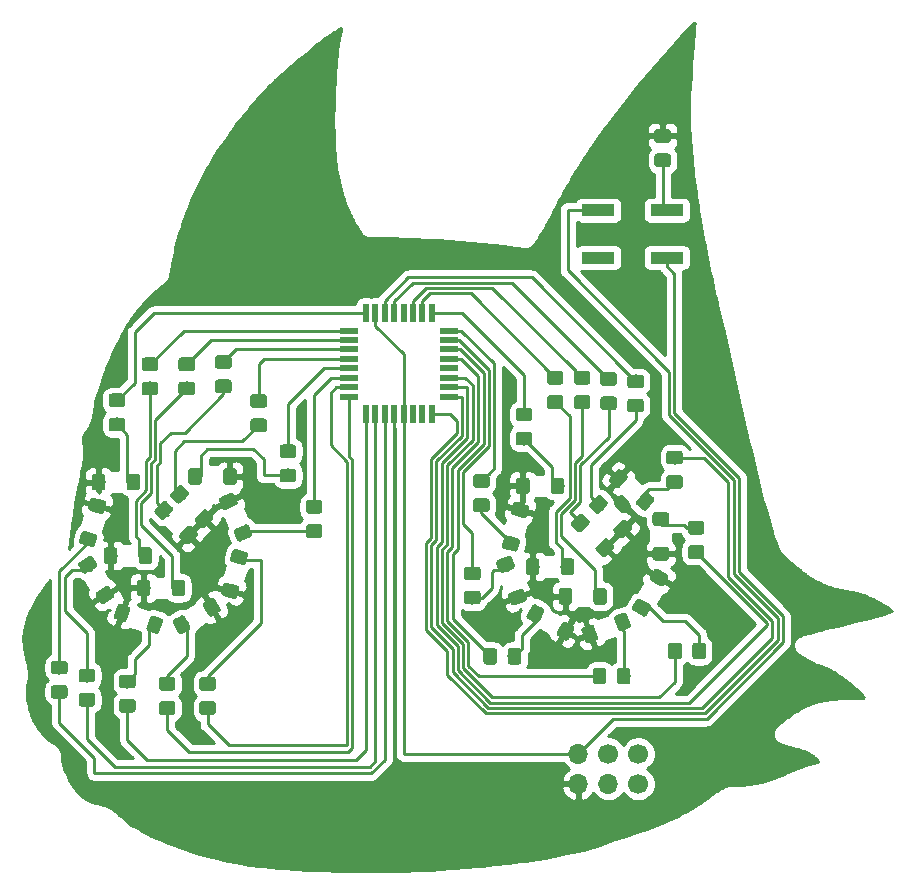
<source format=gbr>
G04 #@! TF.GenerationSoftware,KiCad,Pcbnew,(5.1.2)-1*
G04 #@! TF.CreationDate,2019-06-26T23:30:14+01:00*
G04 #@! TF.ProjectId,Real Raw Avocato cut,5265616c-2052-4617-9720-41766f636174,rev?*
G04 #@! TF.SameCoordinates,Original*
G04 #@! TF.FileFunction,Copper,L2,Bot*
G04 #@! TF.FilePolarity,Positive*
%FSLAX46Y46*%
G04 Gerber Fmt 4.6, Leading zero omitted, Abs format (unit mm)*
G04 Created by KiCad (PCBNEW (5.1.2)-1) date 2019-06-26 23:30:14*
%MOMM*%
%LPD*%
G04 APERTURE LIST*
%ADD10C,1.700000*%
%ADD11O,1.700000X1.700000*%
%ADD12R,2.800000X1.000000*%
%ADD13C,0.100000*%
%ADD14C,1.150000*%
%ADD15R,0.550000X1.600000*%
%ADD16R,1.600000X0.550000*%
%ADD17C,0.250000*%
%ADD18C,0.254000*%
G04 APERTURE END LIST*
D10*
X157302200Y-113614200D03*
X159842200Y-113614200D03*
X159842200Y-116154200D03*
D11*
X157302200Y-116154200D03*
X154762200Y-113614200D03*
X154762200Y-116154200D03*
D12*
X162259600Y-67596000D03*
X156459600Y-67596000D03*
X162259600Y-71596000D03*
X156459600Y-71596000D03*
D13*
G36*
X162374105Y-60732804D02*
G01*
X162398373Y-60736404D01*
X162422172Y-60742365D01*
X162445271Y-60750630D01*
X162467450Y-60761120D01*
X162488493Y-60773732D01*
X162508199Y-60788347D01*
X162526377Y-60804823D01*
X162542853Y-60823001D01*
X162557468Y-60842707D01*
X162570080Y-60863750D01*
X162580570Y-60885929D01*
X162588835Y-60909028D01*
X162594796Y-60932827D01*
X162598396Y-60957095D01*
X162599600Y-60981599D01*
X162599600Y-61631601D01*
X162598396Y-61656105D01*
X162594796Y-61680373D01*
X162588835Y-61704172D01*
X162580570Y-61727271D01*
X162570080Y-61749450D01*
X162557468Y-61770493D01*
X162542853Y-61790199D01*
X162526377Y-61808377D01*
X162508199Y-61824853D01*
X162488493Y-61839468D01*
X162467450Y-61852080D01*
X162445271Y-61862570D01*
X162422172Y-61870835D01*
X162398373Y-61876796D01*
X162374105Y-61880396D01*
X162349601Y-61881600D01*
X161449599Y-61881600D01*
X161425095Y-61880396D01*
X161400827Y-61876796D01*
X161377028Y-61870835D01*
X161353929Y-61862570D01*
X161331750Y-61852080D01*
X161310707Y-61839468D01*
X161291001Y-61824853D01*
X161272823Y-61808377D01*
X161256347Y-61790199D01*
X161241732Y-61770493D01*
X161229120Y-61749450D01*
X161218630Y-61727271D01*
X161210365Y-61704172D01*
X161204404Y-61680373D01*
X161200804Y-61656105D01*
X161199600Y-61631601D01*
X161199600Y-60981599D01*
X161200804Y-60957095D01*
X161204404Y-60932827D01*
X161210365Y-60909028D01*
X161218630Y-60885929D01*
X161229120Y-60863750D01*
X161241732Y-60842707D01*
X161256347Y-60823001D01*
X161272823Y-60804823D01*
X161291001Y-60788347D01*
X161310707Y-60773732D01*
X161331750Y-60761120D01*
X161353929Y-60750630D01*
X161377028Y-60742365D01*
X161400827Y-60736404D01*
X161425095Y-60732804D01*
X161449599Y-60731600D01*
X162349601Y-60731600D01*
X162374105Y-60732804D01*
X162374105Y-60732804D01*
G37*
D14*
X161899600Y-61306600D03*
D13*
G36*
X162374105Y-62782804D02*
G01*
X162398373Y-62786404D01*
X162422172Y-62792365D01*
X162445271Y-62800630D01*
X162467450Y-62811120D01*
X162488493Y-62823732D01*
X162508199Y-62838347D01*
X162526377Y-62854823D01*
X162542853Y-62873001D01*
X162557468Y-62892707D01*
X162570080Y-62913750D01*
X162580570Y-62935929D01*
X162588835Y-62959028D01*
X162594796Y-62982827D01*
X162598396Y-63007095D01*
X162599600Y-63031599D01*
X162599600Y-63681601D01*
X162598396Y-63706105D01*
X162594796Y-63730373D01*
X162588835Y-63754172D01*
X162580570Y-63777271D01*
X162570080Y-63799450D01*
X162557468Y-63820493D01*
X162542853Y-63840199D01*
X162526377Y-63858377D01*
X162508199Y-63874853D01*
X162488493Y-63889468D01*
X162467450Y-63902080D01*
X162445271Y-63912570D01*
X162422172Y-63920835D01*
X162398373Y-63926796D01*
X162374105Y-63930396D01*
X162349601Y-63931600D01*
X161449599Y-63931600D01*
X161425095Y-63930396D01*
X161400827Y-63926796D01*
X161377028Y-63920835D01*
X161353929Y-63912570D01*
X161331750Y-63902080D01*
X161310707Y-63889468D01*
X161291001Y-63874853D01*
X161272823Y-63858377D01*
X161256347Y-63840199D01*
X161241732Y-63820493D01*
X161229120Y-63799450D01*
X161218630Y-63777271D01*
X161210365Y-63754172D01*
X161204404Y-63730373D01*
X161200804Y-63706105D01*
X161199600Y-63681601D01*
X161199600Y-63031599D01*
X161200804Y-63007095D01*
X161204404Y-62982827D01*
X161210365Y-62959028D01*
X161218630Y-62935929D01*
X161229120Y-62913750D01*
X161241732Y-62892707D01*
X161256347Y-62873001D01*
X161272823Y-62854823D01*
X161291001Y-62838347D01*
X161310707Y-62823732D01*
X161331750Y-62811120D01*
X161353929Y-62800630D01*
X161377028Y-62792365D01*
X161400827Y-62786404D01*
X161425095Y-62782804D01*
X161449599Y-62781600D01*
X162349601Y-62781600D01*
X162374105Y-62782804D01*
X162374105Y-62782804D01*
G37*
D14*
X161899600Y-63356600D03*
D13*
G36*
X130649505Y-87428204D02*
G01*
X130673773Y-87431804D01*
X130697572Y-87437765D01*
X130720671Y-87446030D01*
X130742850Y-87456520D01*
X130763893Y-87469132D01*
X130783599Y-87483747D01*
X130801777Y-87500223D01*
X130818253Y-87518401D01*
X130832868Y-87538107D01*
X130845480Y-87559150D01*
X130855970Y-87581329D01*
X130864235Y-87604428D01*
X130870196Y-87628227D01*
X130873796Y-87652495D01*
X130875000Y-87676999D01*
X130875000Y-88327001D01*
X130873796Y-88351505D01*
X130870196Y-88375773D01*
X130864235Y-88399572D01*
X130855970Y-88422671D01*
X130845480Y-88444850D01*
X130832868Y-88465893D01*
X130818253Y-88485599D01*
X130801777Y-88503777D01*
X130783599Y-88520253D01*
X130763893Y-88534868D01*
X130742850Y-88547480D01*
X130720671Y-88557970D01*
X130697572Y-88566235D01*
X130673773Y-88572196D01*
X130649505Y-88575796D01*
X130625001Y-88577000D01*
X129724999Y-88577000D01*
X129700495Y-88575796D01*
X129676227Y-88572196D01*
X129652428Y-88566235D01*
X129629329Y-88557970D01*
X129607150Y-88547480D01*
X129586107Y-88534868D01*
X129566401Y-88520253D01*
X129548223Y-88503777D01*
X129531747Y-88485599D01*
X129517132Y-88465893D01*
X129504520Y-88444850D01*
X129494030Y-88422671D01*
X129485765Y-88399572D01*
X129479804Y-88375773D01*
X129476204Y-88351505D01*
X129475000Y-88327001D01*
X129475000Y-87676999D01*
X129476204Y-87652495D01*
X129479804Y-87628227D01*
X129485765Y-87604428D01*
X129494030Y-87581329D01*
X129504520Y-87559150D01*
X129517132Y-87538107D01*
X129531747Y-87518401D01*
X129548223Y-87500223D01*
X129566401Y-87483747D01*
X129586107Y-87469132D01*
X129607150Y-87456520D01*
X129629329Y-87446030D01*
X129652428Y-87437765D01*
X129676227Y-87431804D01*
X129700495Y-87428204D01*
X129724999Y-87427000D01*
X130625001Y-87427000D01*
X130649505Y-87428204D01*
X130649505Y-87428204D01*
G37*
D14*
X130175000Y-88002000D03*
D13*
G36*
X130649505Y-89478204D02*
G01*
X130673773Y-89481804D01*
X130697572Y-89487765D01*
X130720671Y-89496030D01*
X130742850Y-89506520D01*
X130763893Y-89519132D01*
X130783599Y-89533747D01*
X130801777Y-89550223D01*
X130818253Y-89568401D01*
X130832868Y-89588107D01*
X130845480Y-89609150D01*
X130855970Y-89631329D01*
X130864235Y-89654428D01*
X130870196Y-89678227D01*
X130873796Y-89702495D01*
X130875000Y-89726999D01*
X130875000Y-90377001D01*
X130873796Y-90401505D01*
X130870196Y-90425773D01*
X130864235Y-90449572D01*
X130855970Y-90472671D01*
X130845480Y-90494850D01*
X130832868Y-90515893D01*
X130818253Y-90535599D01*
X130801777Y-90553777D01*
X130783599Y-90570253D01*
X130763893Y-90584868D01*
X130742850Y-90597480D01*
X130720671Y-90607970D01*
X130697572Y-90616235D01*
X130673773Y-90622196D01*
X130649505Y-90625796D01*
X130625001Y-90627000D01*
X129724999Y-90627000D01*
X129700495Y-90625796D01*
X129676227Y-90622196D01*
X129652428Y-90616235D01*
X129629329Y-90607970D01*
X129607150Y-90597480D01*
X129586107Y-90584868D01*
X129566401Y-90570253D01*
X129548223Y-90553777D01*
X129531747Y-90535599D01*
X129517132Y-90515893D01*
X129504520Y-90494850D01*
X129494030Y-90472671D01*
X129485765Y-90449572D01*
X129479804Y-90425773D01*
X129476204Y-90401505D01*
X129475000Y-90377001D01*
X129475000Y-89726999D01*
X129476204Y-89702495D01*
X129479804Y-89678227D01*
X129485765Y-89654428D01*
X129494030Y-89631329D01*
X129504520Y-89609150D01*
X129517132Y-89588107D01*
X129531747Y-89568401D01*
X129548223Y-89550223D01*
X129566401Y-89533747D01*
X129586107Y-89519132D01*
X129607150Y-89506520D01*
X129629329Y-89496030D01*
X129652428Y-89487765D01*
X129676227Y-89481804D01*
X129700495Y-89478204D01*
X129724999Y-89477000D01*
X130625001Y-89477000D01*
X130649505Y-89478204D01*
X130649505Y-89478204D01*
G37*
D14*
X130175000Y-90052000D03*
D13*
G36*
X158233789Y-89518501D02*
G01*
X158257973Y-89522359D01*
X158281662Y-89528568D01*
X158304629Y-89537069D01*
X158326652Y-89547781D01*
X158347519Y-89560600D01*
X158367029Y-89575402D01*
X158865647Y-89993793D01*
X158883612Y-90010436D01*
X158899859Y-90028760D01*
X158914232Y-90048588D01*
X158926593Y-90069730D01*
X158936821Y-90091981D01*
X158944820Y-90115128D01*
X158950511Y-90138947D01*
X158953839Y-90163210D01*
X158954774Y-90187681D01*
X158953306Y-90212127D01*
X158949448Y-90236311D01*
X158943239Y-90260000D01*
X158934738Y-90282967D01*
X158924026Y-90304990D01*
X158911207Y-90325857D01*
X158896405Y-90345367D01*
X158317317Y-91035496D01*
X158300674Y-91053461D01*
X158282350Y-91069708D01*
X158262522Y-91084081D01*
X158241380Y-91096442D01*
X158219129Y-91106670D01*
X158195982Y-91114669D01*
X158172163Y-91120360D01*
X158147901Y-91123688D01*
X158123429Y-91124623D01*
X158098983Y-91123155D01*
X158074799Y-91119297D01*
X158051110Y-91113088D01*
X158028143Y-91104587D01*
X158006120Y-91093875D01*
X157985253Y-91081056D01*
X157965743Y-91066254D01*
X157467125Y-90647863D01*
X157449160Y-90631220D01*
X157432913Y-90612896D01*
X157418540Y-90593068D01*
X157406179Y-90571926D01*
X157395951Y-90549675D01*
X157387952Y-90526528D01*
X157382261Y-90502709D01*
X157378933Y-90478446D01*
X157377998Y-90453975D01*
X157379466Y-90429529D01*
X157383324Y-90405345D01*
X157389533Y-90381656D01*
X157398034Y-90358689D01*
X157408746Y-90336666D01*
X157421565Y-90315799D01*
X157436367Y-90296289D01*
X158015455Y-89606160D01*
X158032098Y-89588195D01*
X158050422Y-89571948D01*
X158070250Y-89557575D01*
X158091392Y-89545214D01*
X158113643Y-89534986D01*
X158136790Y-89526987D01*
X158160609Y-89521296D01*
X158184871Y-89517968D01*
X158209343Y-89517033D01*
X158233789Y-89518501D01*
X158233789Y-89518501D01*
G37*
D14*
X158166386Y-90320828D03*
D13*
G36*
X160493621Y-91414724D02*
G01*
X160517805Y-91418582D01*
X160541494Y-91424791D01*
X160564461Y-91433292D01*
X160586484Y-91444004D01*
X160607351Y-91456823D01*
X160626861Y-91471625D01*
X161125479Y-91890016D01*
X161143444Y-91906659D01*
X161159691Y-91924983D01*
X161174064Y-91944811D01*
X161186425Y-91965953D01*
X161196653Y-91988204D01*
X161204652Y-92011351D01*
X161210343Y-92035170D01*
X161213671Y-92059433D01*
X161214606Y-92083904D01*
X161213138Y-92108350D01*
X161209280Y-92132534D01*
X161203071Y-92156223D01*
X161194570Y-92179190D01*
X161183858Y-92201213D01*
X161171039Y-92222080D01*
X161156237Y-92241590D01*
X160577149Y-92931719D01*
X160560506Y-92949684D01*
X160542182Y-92965931D01*
X160522354Y-92980304D01*
X160501212Y-92992665D01*
X160478961Y-93002893D01*
X160455814Y-93010892D01*
X160431995Y-93016583D01*
X160407733Y-93019911D01*
X160383261Y-93020846D01*
X160358815Y-93019378D01*
X160334631Y-93015520D01*
X160310942Y-93009311D01*
X160287975Y-93000810D01*
X160265952Y-92990098D01*
X160245085Y-92977279D01*
X160225575Y-92962477D01*
X159726957Y-92544086D01*
X159708992Y-92527443D01*
X159692745Y-92509119D01*
X159678372Y-92489291D01*
X159666011Y-92468149D01*
X159655783Y-92445898D01*
X159647784Y-92422751D01*
X159642093Y-92398932D01*
X159638765Y-92374669D01*
X159637830Y-92350198D01*
X159639298Y-92325752D01*
X159643156Y-92301568D01*
X159649365Y-92277879D01*
X159657866Y-92254912D01*
X159668578Y-92232889D01*
X159681397Y-92212022D01*
X159696199Y-92192512D01*
X160275287Y-91502383D01*
X160291930Y-91484418D01*
X160310254Y-91468171D01*
X160330082Y-91453798D01*
X160351224Y-91441437D01*
X160373475Y-91431209D01*
X160396622Y-91423210D01*
X160420441Y-91417519D01*
X160444703Y-91414191D01*
X160469175Y-91413256D01*
X160493621Y-91414724D01*
X160493621Y-91414724D01*
G37*
D14*
X160426218Y-92217051D03*
D13*
G36*
X151106061Y-100951659D02*
G01*
X151130155Y-100956043D01*
X151153703Y-100962768D01*
X151176479Y-100971768D01*
X151198263Y-100982957D01*
X151761959Y-101308407D01*
X151782541Y-101321678D01*
X151801724Y-101336902D01*
X151819322Y-101353934D01*
X151835165Y-101372608D01*
X151849102Y-101392745D01*
X151860999Y-101414151D01*
X151870739Y-101436620D01*
X151878231Y-101459936D01*
X151883401Y-101483873D01*
X151886200Y-101508203D01*
X151886600Y-101532689D01*
X151884599Y-101557097D01*
X151880215Y-101581191D01*
X151873490Y-101604739D01*
X151864490Y-101627515D01*
X151853301Y-101649299D01*
X151402851Y-102429501D01*
X151389580Y-102450083D01*
X151374356Y-102469266D01*
X151357324Y-102486864D01*
X151338650Y-102502707D01*
X151318513Y-102516644D01*
X151297107Y-102528541D01*
X151274638Y-102538281D01*
X151251322Y-102545773D01*
X151227385Y-102550943D01*
X151203055Y-102553742D01*
X151178569Y-102554142D01*
X151154161Y-102552141D01*
X151130067Y-102547757D01*
X151106519Y-102541032D01*
X151083743Y-102532032D01*
X151061959Y-102520843D01*
X150498263Y-102195393D01*
X150477681Y-102182122D01*
X150458498Y-102166898D01*
X150440900Y-102149866D01*
X150425057Y-102131192D01*
X150411120Y-102111055D01*
X150399223Y-102089649D01*
X150389483Y-102067180D01*
X150381991Y-102043864D01*
X150376821Y-102019927D01*
X150374022Y-101995597D01*
X150373622Y-101971111D01*
X150375623Y-101946703D01*
X150380007Y-101922609D01*
X150386732Y-101899061D01*
X150395732Y-101876285D01*
X150406921Y-101854501D01*
X150857371Y-101074299D01*
X150870642Y-101053717D01*
X150885866Y-101034534D01*
X150902898Y-101016936D01*
X150921572Y-101001093D01*
X150941709Y-100987156D01*
X150963115Y-100975259D01*
X150985584Y-100965519D01*
X151008900Y-100958027D01*
X151032837Y-100952857D01*
X151057167Y-100950058D01*
X151081653Y-100949658D01*
X151106061Y-100951659D01*
X151106061Y-100951659D01*
G37*
D14*
X151130111Y-101751900D03*
D13*
G36*
X153660836Y-102426659D02*
G01*
X153684930Y-102431043D01*
X153708478Y-102437768D01*
X153731254Y-102446768D01*
X153753038Y-102457957D01*
X154316734Y-102783407D01*
X154337316Y-102796678D01*
X154356499Y-102811902D01*
X154374097Y-102828934D01*
X154389940Y-102847608D01*
X154403877Y-102867745D01*
X154415774Y-102889151D01*
X154425514Y-102911620D01*
X154433006Y-102934936D01*
X154438176Y-102958873D01*
X154440975Y-102983203D01*
X154441375Y-103007689D01*
X154439374Y-103032097D01*
X154434990Y-103056191D01*
X154428265Y-103079739D01*
X154419265Y-103102515D01*
X154408076Y-103124299D01*
X153957626Y-103904501D01*
X153944355Y-103925083D01*
X153929131Y-103944266D01*
X153912099Y-103961864D01*
X153893425Y-103977707D01*
X153873288Y-103991644D01*
X153851882Y-104003541D01*
X153829413Y-104013281D01*
X153806097Y-104020773D01*
X153782160Y-104025943D01*
X153757830Y-104028742D01*
X153733344Y-104029142D01*
X153708936Y-104027141D01*
X153684842Y-104022757D01*
X153661294Y-104016032D01*
X153638518Y-104007032D01*
X153616734Y-103995843D01*
X153053038Y-103670393D01*
X153032456Y-103657122D01*
X153013273Y-103641898D01*
X152995675Y-103624866D01*
X152979832Y-103606192D01*
X152965895Y-103586055D01*
X152953998Y-103564649D01*
X152944258Y-103542180D01*
X152936766Y-103518864D01*
X152931596Y-103494927D01*
X152928797Y-103470597D01*
X152928397Y-103446111D01*
X152930398Y-103421703D01*
X152934782Y-103397609D01*
X152941507Y-103374061D01*
X152950507Y-103351285D01*
X152961696Y-103329501D01*
X153412146Y-102549299D01*
X153425417Y-102528717D01*
X153440641Y-102509534D01*
X153457673Y-102491936D01*
X153476347Y-102476093D01*
X153496484Y-102462156D01*
X153517890Y-102450259D01*
X153540359Y-102440519D01*
X153563675Y-102433027D01*
X153587612Y-102427857D01*
X153611942Y-102425058D01*
X153636428Y-102424658D01*
X153660836Y-102426659D01*
X153660836Y-102426659D01*
G37*
D14*
X153684886Y-103226900D03*
D13*
G36*
X155921568Y-102677339D02*
G01*
X155945612Y-102681986D01*
X155969086Y-102688967D01*
X155991762Y-102698215D01*
X156013423Y-102709641D01*
X156033859Y-102723136D01*
X156052875Y-102738568D01*
X156070286Y-102755790D01*
X156085925Y-102774636D01*
X156099641Y-102794924D01*
X156111303Y-102816459D01*
X156120798Y-102839033D01*
X156428924Y-103685602D01*
X156436161Y-103708998D01*
X156441070Y-103732991D01*
X156443603Y-103757349D01*
X156443736Y-103781838D01*
X156441469Y-103806223D01*
X156436822Y-103830267D01*
X156429841Y-103853741D01*
X156420593Y-103876417D01*
X156409167Y-103898078D01*
X156395672Y-103918514D01*
X156380240Y-103937530D01*
X156363018Y-103954941D01*
X156344172Y-103970580D01*
X156323884Y-103984296D01*
X156302349Y-103995958D01*
X156279775Y-104005453D01*
X155668129Y-104228074D01*
X155644733Y-104235311D01*
X155620740Y-104240220D01*
X155596382Y-104242753D01*
X155571893Y-104242886D01*
X155547508Y-104240619D01*
X155523464Y-104235972D01*
X155499990Y-104228991D01*
X155477314Y-104219743D01*
X155455653Y-104208317D01*
X155435217Y-104194822D01*
X155416201Y-104179390D01*
X155398790Y-104162168D01*
X155383151Y-104143322D01*
X155369435Y-104123034D01*
X155357773Y-104101499D01*
X155348278Y-104078925D01*
X155040152Y-103232356D01*
X155032915Y-103208960D01*
X155028006Y-103184967D01*
X155025473Y-103160609D01*
X155025340Y-103136120D01*
X155027607Y-103111735D01*
X155032254Y-103087691D01*
X155039235Y-103064217D01*
X155048483Y-103041541D01*
X155059909Y-103019880D01*
X155073404Y-102999444D01*
X155088836Y-102980428D01*
X155106058Y-102963017D01*
X155124904Y-102947378D01*
X155145192Y-102933662D01*
X155166727Y-102922000D01*
X155189301Y-102912505D01*
X155800947Y-102689884D01*
X155824343Y-102682647D01*
X155848336Y-102677738D01*
X155872694Y-102675205D01*
X155897183Y-102675072D01*
X155921568Y-102677339D01*
X155921568Y-102677339D01*
G37*
D14*
X155734538Y-103458979D03*
D13*
G36*
X158693661Y-101668379D02*
G01*
X158717705Y-101673026D01*
X158741179Y-101680007D01*
X158763855Y-101689255D01*
X158785516Y-101700681D01*
X158805952Y-101714176D01*
X158824968Y-101729608D01*
X158842379Y-101746830D01*
X158858018Y-101765676D01*
X158871734Y-101785964D01*
X158883396Y-101807499D01*
X158892891Y-101830073D01*
X159201017Y-102676642D01*
X159208254Y-102700038D01*
X159213163Y-102724031D01*
X159215696Y-102748389D01*
X159215829Y-102772878D01*
X159213562Y-102797263D01*
X159208915Y-102821307D01*
X159201934Y-102844781D01*
X159192686Y-102867457D01*
X159181260Y-102889118D01*
X159167765Y-102909554D01*
X159152333Y-102928570D01*
X159135111Y-102945981D01*
X159116265Y-102961620D01*
X159095977Y-102975336D01*
X159074442Y-102986998D01*
X159051868Y-102996493D01*
X158440222Y-103219114D01*
X158416826Y-103226351D01*
X158392833Y-103231260D01*
X158368475Y-103233793D01*
X158343986Y-103233926D01*
X158319601Y-103231659D01*
X158295557Y-103227012D01*
X158272083Y-103220031D01*
X158249407Y-103210783D01*
X158227746Y-103199357D01*
X158207310Y-103185862D01*
X158188294Y-103170430D01*
X158170883Y-103153208D01*
X158155244Y-103134362D01*
X158141528Y-103114074D01*
X158129866Y-103092539D01*
X158120371Y-103069965D01*
X157812245Y-102223396D01*
X157805008Y-102200000D01*
X157800099Y-102176007D01*
X157797566Y-102151649D01*
X157797433Y-102127160D01*
X157799700Y-102102775D01*
X157804347Y-102078731D01*
X157811328Y-102055257D01*
X157820576Y-102032581D01*
X157832002Y-102010920D01*
X157845497Y-101990484D01*
X157860929Y-101971468D01*
X157878151Y-101954057D01*
X157896997Y-101938418D01*
X157917285Y-101924702D01*
X157938820Y-101913040D01*
X157961394Y-101903545D01*
X158573040Y-101680924D01*
X158596436Y-101673687D01*
X158620429Y-101668778D01*
X158644787Y-101666245D01*
X158669276Y-101666112D01*
X158693661Y-101668379D01*
X158693661Y-101668379D01*
G37*
D14*
X158506631Y-102450019D03*
D13*
G36*
X161401297Y-97935026D02*
G01*
X161425391Y-97939410D01*
X161448939Y-97946135D01*
X161471715Y-97955135D01*
X161493499Y-97966324D01*
X162273701Y-98416774D01*
X162294283Y-98430045D01*
X162313466Y-98445269D01*
X162331064Y-98462301D01*
X162346907Y-98480975D01*
X162360844Y-98501112D01*
X162372741Y-98522518D01*
X162382481Y-98544987D01*
X162389973Y-98568303D01*
X162395143Y-98592240D01*
X162397942Y-98616570D01*
X162398342Y-98641056D01*
X162396341Y-98665464D01*
X162391957Y-98689558D01*
X162385232Y-98713106D01*
X162376232Y-98735882D01*
X162365043Y-98757666D01*
X162039593Y-99321362D01*
X162026322Y-99341944D01*
X162011098Y-99361127D01*
X161994066Y-99378725D01*
X161975392Y-99394568D01*
X161955255Y-99408505D01*
X161933849Y-99420402D01*
X161911380Y-99430142D01*
X161888064Y-99437634D01*
X161864127Y-99442804D01*
X161839797Y-99445603D01*
X161815311Y-99446003D01*
X161790903Y-99444002D01*
X161766809Y-99439618D01*
X161743261Y-99432893D01*
X161720485Y-99423893D01*
X161698701Y-99412704D01*
X160918499Y-98962254D01*
X160897917Y-98948983D01*
X160878734Y-98933759D01*
X160861136Y-98916727D01*
X160845293Y-98898053D01*
X160831356Y-98877916D01*
X160819459Y-98856510D01*
X160809719Y-98834041D01*
X160802227Y-98810725D01*
X160797057Y-98786788D01*
X160794258Y-98762458D01*
X160793858Y-98737972D01*
X160795859Y-98713564D01*
X160800243Y-98689470D01*
X160806968Y-98665922D01*
X160815968Y-98643146D01*
X160827157Y-98621362D01*
X161152607Y-98057666D01*
X161165878Y-98037084D01*
X161181102Y-98017901D01*
X161198134Y-98000303D01*
X161216808Y-97984460D01*
X161236945Y-97970523D01*
X161258351Y-97958626D01*
X161280820Y-97948886D01*
X161304136Y-97941394D01*
X161328073Y-97936224D01*
X161352403Y-97933425D01*
X161376889Y-97933025D01*
X161401297Y-97935026D01*
X161401297Y-97935026D01*
G37*
D14*
X161596100Y-98689514D03*
D13*
G36*
X159926297Y-100489801D02*
G01*
X159950391Y-100494185D01*
X159973939Y-100500910D01*
X159996715Y-100509910D01*
X160018499Y-100521099D01*
X160798701Y-100971549D01*
X160819283Y-100984820D01*
X160838466Y-101000044D01*
X160856064Y-101017076D01*
X160871907Y-101035750D01*
X160885844Y-101055887D01*
X160897741Y-101077293D01*
X160907481Y-101099762D01*
X160914973Y-101123078D01*
X160920143Y-101147015D01*
X160922942Y-101171345D01*
X160923342Y-101195831D01*
X160921341Y-101220239D01*
X160916957Y-101244333D01*
X160910232Y-101267881D01*
X160901232Y-101290657D01*
X160890043Y-101312441D01*
X160564593Y-101876137D01*
X160551322Y-101896719D01*
X160536098Y-101915902D01*
X160519066Y-101933500D01*
X160500392Y-101949343D01*
X160480255Y-101963280D01*
X160458849Y-101975177D01*
X160436380Y-101984917D01*
X160413064Y-101992409D01*
X160389127Y-101997579D01*
X160364797Y-102000378D01*
X160340311Y-102000778D01*
X160315903Y-101998777D01*
X160291809Y-101994393D01*
X160268261Y-101987668D01*
X160245485Y-101978668D01*
X160223701Y-101967479D01*
X159443499Y-101517029D01*
X159422917Y-101503758D01*
X159403734Y-101488534D01*
X159386136Y-101471502D01*
X159370293Y-101452828D01*
X159356356Y-101432691D01*
X159344459Y-101411285D01*
X159334719Y-101388816D01*
X159327227Y-101365500D01*
X159322057Y-101341563D01*
X159319258Y-101317233D01*
X159318858Y-101292747D01*
X159320859Y-101268339D01*
X159325243Y-101244245D01*
X159331968Y-101220697D01*
X159340968Y-101197921D01*
X159352157Y-101176137D01*
X159677607Y-100612441D01*
X159690878Y-100591859D01*
X159706102Y-100572676D01*
X159723134Y-100555078D01*
X159741808Y-100539235D01*
X159761945Y-100525298D01*
X159783351Y-100513401D01*
X159805820Y-100503661D01*
X159829136Y-100496169D01*
X159853073Y-100490999D01*
X159877403Y-100488200D01*
X159901889Y-100487800D01*
X159926297Y-100489801D01*
X159926297Y-100489801D01*
G37*
D14*
X160121100Y-101244289D03*
D13*
G36*
X162222110Y-96101202D02*
G01*
X162246335Y-96104795D01*
X162270091Y-96110746D01*
X162293149Y-96118996D01*
X162315287Y-96129467D01*
X162336293Y-96142057D01*
X162355963Y-96156645D01*
X162374108Y-96173092D01*
X162390555Y-96191237D01*
X162405143Y-96210907D01*
X162417733Y-96231913D01*
X162428204Y-96254051D01*
X162436454Y-96277109D01*
X162442405Y-96300865D01*
X162445998Y-96325090D01*
X162447200Y-96349550D01*
X162447200Y-97000450D01*
X162445998Y-97024910D01*
X162442405Y-97049135D01*
X162436454Y-97072891D01*
X162428204Y-97095949D01*
X162417733Y-97118087D01*
X162405143Y-97139093D01*
X162390555Y-97158763D01*
X162374108Y-97176908D01*
X162355963Y-97193355D01*
X162336293Y-97207943D01*
X162315287Y-97220533D01*
X162293149Y-97231004D01*
X162270091Y-97239254D01*
X162246335Y-97245205D01*
X162222110Y-97248798D01*
X162197650Y-97250000D01*
X161296750Y-97250000D01*
X161272290Y-97248798D01*
X161248065Y-97245205D01*
X161224309Y-97239254D01*
X161201251Y-97231004D01*
X161179113Y-97220533D01*
X161158107Y-97207943D01*
X161138437Y-97193355D01*
X161120292Y-97176908D01*
X161103845Y-97158763D01*
X161089257Y-97139093D01*
X161076667Y-97118087D01*
X161066196Y-97095949D01*
X161057946Y-97072891D01*
X161051995Y-97049135D01*
X161048402Y-97024910D01*
X161047200Y-97000450D01*
X161047200Y-96349550D01*
X161048402Y-96325090D01*
X161051995Y-96300865D01*
X161057946Y-96277109D01*
X161066196Y-96254051D01*
X161076667Y-96231913D01*
X161089257Y-96210907D01*
X161103845Y-96191237D01*
X161120292Y-96173092D01*
X161138437Y-96156645D01*
X161158107Y-96142057D01*
X161179113Y-96129467D01*
X161201251Y-96118996D01*
X161224309Y-96110746D01*
X161248065Y-96104795D01*
X161272290Y-96101202D01*
X161296750Y-96100000D01*
X162197650Y-96100000D01*
X162222110Y-96101202D01*
X162222110Y-96101202D01*
G37*
D14*
X161747200Y-96675000D03*
D13*
G36*
X162222110Y-93151202D02*
G01*
X162246335Y-93154795D01*
X162270091Y-93160746D01*
X162293149Y-93168996D01*
X162315287Y-93179467D01*
X162336293Y-93192057D01*
X162355963Y-93206645D01*
X162374108Y-93223092D01*
X162390555Y-93241237D01*
X162405143Y-93260907D01*
X162417733Y-93281913D01*
X162428204Y-93304051D01*
X162436454Y-93327109D01*
X162442405Y-93350865D01*
X162445998Y-93375090D01*
X162447200Y-93399550D01*
X162447200Y-94050450D01*
X162445998Y-94074910D01*
X162442405Y-94099135D01*
X162436454Y-94122891D01*
X162428204Y-94145949D01*
X162417733Y-94168087D01*
X162405143Y-94189093D01*
X162390555Y-94208763D01*
X162374108Y-94226908D01*
X162355963Y-94243355D01*
X162336293Y-94257943D01*
X162315287Y-94270533D01*
X162293149Y-94281004D01*
X162270091Y-94289254D01*
X162246335Y-94295205D01*
X162222110Y-94298798D01*
X162197650Y-94300000D01*
X161296750Y-94300000D01*
X161272290Y-94298798D01*
X161248065Y-94295205D01*
X161224309Y-94289254D01*
X161201251Y-94281004D01*
X161179113Y-94270533D01*
X161158107Y-94257943D01*
X161138437Y-94243355D01*
X161120292Y-94226908D01*
X161103845Y-94208763D01*
X161089257Y-94189093D01*
X161076667Y-94168087D01*
X161066196Y-94145949D01*
X161057946Y-94122891D01*
X161051995Y-94099135D01*
X161048402Y-94074910D01*
X161047200Y-94050450D01*
X161047200Y-93399550D01*
X161048402Y-93375090D01*
X161051995Y-93350865D01*
X161057946Y-93327109D01*
X161066196Y-93304051D01*
X161076667Y-93281913D01*
X161089257Y-93260907D01*
X161103845Y-93241237D01*
X161120292Y-93223092D01*
X161138437Y-93206645D01*
X161158107Y-93192057D01*
X161179113Y-93179467D01*
X161201251Y-93168996D01*
X161224309Y-93160746D01*
X161248065Y-93154795D01*
X161272290Y-93151202D01*
X161296750Y-93150000D01*
X162197650Y-93150000D01*
X162222110Y-93151202D01*
X162222110Y-93151202D01*
G37*
D14*
X161747200Y-93725000D03*
D13*
G36*
X112935752Y-94773075D02*
G01*
X112960081Y-94775874D01*
X112984019Y-94781044D01*
X113854222Y-95014214D01*
X113877538Y-95021706D01*
X113900007Y-95031446D01*
X113921413Y-95043343D01*
X113941550Y-95057280D01*
X113960224Y-95073123D01*
X113977256Y-95090721D01*
X113992480Y-95109904D01*
X114005751Y-95130486D01*
X114016940Y-95152270D01*
X114025940Y-95175046D01*
X114032665Y-95198594D01*
X114037049Y-95222688D01*
X114039050Y-95247096D01*
X114038650Y-95271582D01*
X114035851Y-95295912D01*
X114030681Y-95319849D01*
X113862216Y-95948571D01*
X113854724Y-95971887D01*
X113844984Y-95994356D01*
X113833088Y-96015762D01*
X113819150Y-96035899D01*
X113803307Y-96054573D01*
X113785709Y-96071604D01*
X113766526Y-96086829D01*
X113745944Y-96100100D01*
X113724160Y-96111289D01*
X113701384Y-96120289D01*
X113677836Y-96127014D01*
X113653742Y-96131398D01*
X113629334Y-96133399D01*
X113604848Y-96132999D01*
X113580519Y-96130200D01*
X113556581Y-96125030D01*
X112686378Y-95891860D01*
X112663062Y-95884368D01*
X112640593Y-95874628D01*
X112619187Y-95862731D01*
X112599050Y-95848794D01*
X112580376Y-95832951D01*
X112563344Y-95815353D01*
X112548120Y-95796170D01*
X112534849Y-95775588D01*
X112523660Y-95753804D01*
X112514660Y-95731028D01*
X112507935Y-95707480D01*
X112503551Y-95683386D01*
X112501550Y-95658978D01*
X112501950Y-95634492D01*
X112504749Y-95610162D01*
X112509919Y-95586225D01*
X112678384Y-94957503D01*
X112685876Y-94934187D01*
X112695616Y-94911718D01*
X112707512Y-94890312D01*
X112721450Y-94870175D01*
X112737293Y-94851501D01*
X112754891Y-94834470D01*
X112774074Y-94819245D01*
X112794656Y-94805974D01*
X112816440Y-94794785D01*
X112839216Y-94785785D01*
X112862764Y-94779060D01*
X112886858Y-94774676D01*
X112911266Y-94772675D01*
X112935752Y-94773075D01*
X112935752Y-94773075D01*
G37*
D14*
X113270300Y-95453037D03*
D13*
G36*
X113699270Y-91923594D02*
G01*
X113723599Y-91926393D01*
X113747537Y-91931563D01*
X114617740Y-92164733D01*
X114641056Y-92172225D01*
X114663525Y-92181965D01*
X114684931Y-92193862D01*
X114705068Y-92207799D01*
X114723742Y-92223642D01*
X114740774Y-92241240D01*
X114755998Y-92260423D01*
X114769269Y-92281005D01*
X114780458Y-92302789D01*
X114789458Y-92325565D01*
X114796183Y-92349113D01*
X114800567Y-92373207D01*
X114802568Y-92397615D01*
X114802168Y-92422101D01*
X114799369Y-92446431D01*
X114794199Y-92470368D01*
X114625734Y-93099090D01*
X114618242Y-93122406D01*
X114608502Y-93144875D01*
X114596606Y-93166281D01*
X114582668Y-93186418D01*
X114566825Y-93205092D01*
X114549227Y-93222123D01*
X114530044Y-93237348D01*
X114509462Y-93250619D01*
X114487678Y-93261808D01*
X114464902Y-93270808D01*
X114441354Y-93277533D01*
X114417260Y-93281917D01*
X114392852Y-93283918D01*
X114368366Y-93283518D01*
X114344037Y-93280719D01*
X114320099Y-93275549D01*
X113449896Y-93042379D01*
X113426580Y-93034887D01*
X113404111Y-93025147D01*
X113382705Y-93013250D01*
X113362568Y-92999313D01*
X113343894Y-92983470D01*
X113326862Y-92965872D01*
X113311638Y-92946689D01*
X113298367Y-92926107D01*
X113287178Y-92904323D01*
X113278178Y-92881547D01*
X113271453Y-92857999D01*
X113267069Y-92833905D01*
X113265068Y-92809497D01*
X113265468Y-92785011D01*
X113268267Y-92760681D01*
X113273437Y-92736744D01*
X113441902Y-92108022D01*
X113449394Y-92084706D01*
X113459134Y-92062237D01*
X113471030Y-92040831D01*
X113484968Y-92020694D01*
X113500811Y-92002020D01*
X113518409Y-91984989D01*
X113537592Y-91969764D01*
X113558174Y-91956493D01*
X113579958Y-91945304D01*
X113602734Y-91936304D01*
X113626282Y-91929579D01*
X113650376Y-91925195D01*
X113674784Y-91923194D01*
X113699270Y-91923594D01*
X113699270Y-91923594D01*
G37*
D14*
X114033818Y-92603556D03*
D13*
G36*
X114938697Y-99410997D02*
G01*
X114963027Y-99413796D01*
X114986964Y-99418966D01*
X115010280Y-99426458D01*
X115032749Y-99436198D01*
X115054155Y-99448095D01*
X115074292Y-99462032D01*
X115092966Y-99477875D01*
X115109998Y-99495473D01*
X115125222Y-99514656D01*
X115138493Y-99535238D01*
X115463943Y-100098934D01*
X115475132Y-100120718D01*
X115484132Y-100143494D01*
X115490857Y-100167042D01*
X115495241Y-100191136D01*
X115497242Y-100215544D01*
X115496842Y-100240030D01*
X115494043Y-100264360D01*
X115488873Y-100288297D01*
X115481381Y-100311613D01*
X115471641Y-100334082D01*
X115459744Y-100355488D01*
X115445807Y-100375625D01*
X115429964Y-100394299D01*
X115412366Y-100411331D01*
X115393183Y-100426555D01*
X115372601Y-100439826D01*
X114592399Y-100890276D01*
X114570615Y-100901465D01*
X114547839Y-100910465D01*
X114524291Y-100917190D01*
X114500197Y-100921574D01*
X114475789Y-100923575D01*
X114451303Y-100923175D01*
X114426973Y-100920376D01*
X114403036Y-100915206D01*
X114379720Y-100907714D01*
X114357251Y-100897974D01*
X114335845Y-100886077D01*
X114315708Y-100872140D01*
X114297034Y-100856297D01*
X114280002Y-100838699D01*
X114264778Y-100819516D01*
X114251507Y-100798934D01*
X113926057Y-100235238D01*
X113914868Y-100213454D01*
X113905868Y-100190678D01*
X113899143Y-100167130D01*
X113894759Y-100143036D01*
X113892758Y-100118628D01*
X113893158Y-100094142D01*
X113895957Y-100069812D01*
X113901127Y-100045875D01*
X113908619Y-100022559D01*
X113918359Y-100000090D01*
X113930256Y-99978684D01*
X113944193Y-99958547D01*
X113960036Y-99939873D01*
X113977634Y-99922841D01*
X113996817Y-99907617D01*
X114017399Y-99894346D01*
X114797601Y-99443896D01*
X114819385Y-99432707D01*
X114842161Y-99423707D01*
X114865709Y-99416982D01*
X114889803Y-99412598D01*
X114914211Y-99410597D01*
X114938697Y-99410997D01*
X114938697Y-99410997D01*
G37*
D14*
X114695000Y-100167086D03*
D13*
G36*
X113463697Y-96856222D02*
G01*
X113488027Y-96859021D01*
X113511964Y-96864191D01*
X113535280Y-96871683D01*
X113557749Y-96881423D01*
X113579155Y-96893320D01*
X113599292Y-96907257D01*
X113617966Y-96923100D01*
X113634998Y-96940698D01*
X113650222Y-96959881D01*
X113663493Y-96980463D01*
X113988943Y-97544159D01*
X114000132Y-97565943D01*
X114009132Y-97588719D01*
X114015857Y-97612267D01*
X114020241Y-97636361D01*
X114022242Y-97660769D01*
X114021842Y-97685255D01*
X114019043Y-97709585D01*
X114013873Y-97733522D01*
X114006381Y-97756838D01*
X113996641Y-97779307D01*
X113984744Y-97800713D01*
X113970807Y-97820850D01*
X113954964Y-97839524D01*
X113937366Y-97856556D01*
X113918183Y-97871780D01*
X113897601Y-97885051D01*
X113117399Y-98335501D01*
X113095615Y-98346690D01*
X113072839Y-98355690D01*
X113049291Y-98362415D01*
X113025197Y-98366799D01*
X113000789Y-98368800D01*
X112976303Y-98368400D01*
X112951973Y-98365601D01*
X112928036Y-98360431D01*
X112904720Y-98352939D01*
X112882251Y-98343199D01*
X112860845Y-98331302D01*
X112840708Y-98317365D01*
X112822034Y-98301522D01*
X112805002Y-98283924D01*
X112789778Y-98264741D01*
X112776507Y-98244159D01*
X112451057Y-97680463D01*
X112439868Y-97658679D01*
X112430868Y-97635903D01*
X112424143Y-97612355D01*
X112419759Y-97588261D01*
X112417758Y-97563853D01*
X112418158Y-97539367D01*
X112420957Y-97515037D01*
X112426127Y-97491100D01*
X112433619Y-97467784D01*
X112443359Y-97445315D01*
X112455256Y-97423909D01*
X112469193Y-97403772D01*
X112485036Y-97385098D01*
X112502634Y-97368066D01*
X112521817Y-97352842D01*
X112542399Y-97339571D01*
X113322601Y-96889121D01*
X113344385Y-96877932D01*
X113367161Y-96868932D01*
X113390709Y-96862207D01*
X113414803Y-96857823D01*
X113439211Y-96855822D01*
X113463697Y-96856222D01*
X113463697Y-96856222D01*
G37*
D14*
X113220000Y-97612311D03*
D13*
G36*
X118769875Y-101909307D02*
G01*
X118794233Y-101911840D01*
X118818226Y-101916749D01*
X118841622Y-101923986D01*
X119453268Y-102146607D01*
X119475842Y-102156102D01*
X119497377Y-102167764D01*
X119517665Y-102181480D01*
X119536511Y-102197119D01*
X119553733Y-102214530D01*
X119569165Y-102233546D01*
X119582660Y-102253982D01*
X119594086Y-102275643D01*
X119603334Y-102298319D01*
X119610315Y-102321793D01*
X119614962Y-102345837D01*
X119617229Y-102370222D01*
X119617096Y-102394711D01*
X119614563Y-102419069D01*
X119609654Y-102443062D01*
X119602417Y-102466458D01*
X119294291Y-103313027D01*
X119284796Y-103335601D01*
X119273134Y-103357136D01*
X119259418Y-103377424D01*
X119243779Y-103396270D01*
X119226368Y-103413492D01*
X119207352Y-103428924D01*
X119186916Y-103442419D01*
X119165255Y-103453845D01*
X119142579Y-103463093D01*
X119119105Y-103470074D01*
X119095061Y-103474721D01*
X119070676Y-103476988D01*
X119046187Y-103476855D01*
X119021829Y-103474322D01*
X118997836Y-103469413D01*
X118974440Y-103462176D01*
X118362794Y-103239555D01*
X118340220Y-103230060D01*
X118318685Y-103218398D01*
X118298397Y-103204682D01*
X118279551Y-103189043D01*
X118262329Y-103171632D01*
X118246897Y-103152616D01*
X118233402Y-103132180D01*
X118221976Y-103110519D01*
X118212728Y-103087843D01*
X118205747Y-103064369D01*
X118201100Y-103040325D01*
X118198833Y-103015940D01*
X118198966Y-102991451D01*
X118201499Y-102967093D01*
X118206408Y-102943100D01*
X118213645Y-102919704D01*
X118521771Y-102073135D01*
X118531266Y-102050561D01*
X118542928Y-102029026D01*
X118556644Y-102008738D01*
X118572283Y-101989892D01*
X118589694Y-101972670D01*
X118608710Y-101957238D01*
X118629146Y-101943743D01*
X118650807Y-101932317D01*
X118673483Y-101923069D01*
X118696957Y-101916088D01*
X118721001Y-101911441D01*
X118745386Y-101909174D01*
X118769875Y-101909307D01*
X118769875Y-101909307D01*
G37*
D14*
X118908031Y-102693081D03*
D13*
G36*
X115997782Y-100900347D02*
G01*
X116022140Y-100902880D01*
X116046133Y-100907789D01*
X116069529Y-100915026D01*
X116681175Y-101137647D01*
X116703749Y-101147142D01*
X116725284Y-101158804D01*
X116745572Y-101172520D01*
X116764418Y-101188159D01*
X116781640Y-101205570D01*
X116797072Y-101224586D01*
X116810567Y-101245022D01*
X116821993Y-101266683D01*
X116831241Y-101289359D01*
X116838222Y-101312833D01*
X116842869Y-101336877D01*
X116845136Y-101361262D01*
X116845003Y-101385751D01*
X116842470Y-101410109D01*
X116837561Y-101434102D01*
X116830324Y-101457498D01*
X116522198Y-102304067D01*
X116512703Y-102326641D01*
X116501041Y-102348176D01*
X116487325Y-102368464D01*
X116471686Y-102387310D01*
X116454275Y-102404532D01*
X116435259Y-102419964D01*
X116414823Y-102433459D01*
X116393162Y-102444885D01*
X116370486Y-102454133D01*
X116347012Y-102461114D01*
X116322968Y-102465761D01*
X116298583Y-102468028D01*
X116274094Y-102467895D01*
X116249736Y-102465362D01*
X116225743Y-102460453D01*
X116202347Y-102453216D01*
X115590701Y-102230595D01*
X115568127Y-102221100D01*
X115546592Y-102209438D01*
X115526304Y-102195722D01*
X115507458Y-102180083D01*
X115490236Y-102162672D01*
X115474804Y-102143656D01*
X115461309Y-102123220D01*
X115449883Y-102101559D01*
X115440635Y-102078883D01*
X115433654Y-102055409D01*
X115429007Y-102031365D01*
X115426740Y-102006980D01*
X115426873Y-101982491D01*
X115429406Y-101958133D01*
X115434315Y-101934140D01*
X115441552Y-101910744D01*
X115749678Y-101064175D01*
X115759173Y-101041601D01*
X115770835Y-101020066D01*
X115784551Y-100999778D01*
X115800190Y-100980932D01*
X115817601Y-100963710D01*
X115836617Y-100948278D01*
X115857053Y-100934783D01*
X115878714Y-100923357D01*
X115901390Y-100914109D01*
X115924864Y-100907128D01*
X115948908Y-100902481D01*
X115973293Y-100900214D01*
X115997782Y-100900347D01*
X115997782Y-100900347D01*
G37*
D14*
X116135938Y-101684121D03*
D13*
G36*
X123798530Y-100403158D02*
G01*
X123822860Y-100405957D01*
X123846797Y-100411127D01*
X123870113Y-100418619D01*
X123892582Y-100428359D01*
X123913988Y-100440256D01*
X123934125Y-100454193D01*
X123952799Y-100470036D01*
X123969831Y-100487634D01*
X123985055Y-100506817D01*
X123998326Y-100527399D01*
X124448776Y-101307601D01*
X124459965Y-101329385D01*
X124468965Y-101352161D01*
X124475690Y-101375709D01*
X124480074Y-101399803D01*
X124482075Y-101424211D01*
X124481675Y-101448697D01*
X124478876Y-101473027D01*
X124473706Y-101496964D01*
X124466214Y-101520280D01*
X124456474Y-101542749D01*
X124444577Y-101564155D01*
X124430640Y-101584292D01*
X124414797Y-101602966D01*
X124397199Y-101619998D01*
X124378016Y-101635222D01*
X124357434Y-101648493D01*
X123793738Y-101973943D01*
X123771954Y-101985132D01*
X123749178Y-101994132D01*
X123725630Y-102000857D01*
X123701536Y-102005241D01*
X123677128Y-102007242D01*
X123652642Y-102006842D01*
X123628312Y-102004043D01*
X123604375Y-101998873D01*
X123581059Y-101991381D01*
X123558590Y-101981641D01*
X123537184Y-101969744D01*
X123517047Y-101955807D01*
X123498373Y-101939964D01*
X123481341Y-101922366D01*
X123466117Y-101903183D01*
X123452846Y-101882601D01*
X123002396Y-101102399D01*
X122991207Y-101080615D01*
X122982207Y-101057839D01*
X122975482Y-101034291D01*
X122971098Y-101010197D01*
X122969097Y-100985789D01*
X122969497Y-100961303D01*
X122972296Y-100936973D01*
X122977466Y-100913036D01*
X122984958Y-100889720D01*
X122994698Y-100867251D01*
X123006595Y-100845845D01*
X123020532Y-100825708D01*
X123036375Y-100807034D01*
X123053973Y-100790002D01*
X123073156Y-100774778D01*
X123093738Y-100761507D01*
X123657434Y-100436057D01*
X123679218Y-100424868D01*
X123701994Y-100415868D01*
X123725542Y-100409143D01*
X123749636Y-100404759D01*
X123774044Y-100402758D01*
X123798530Y-100403158D01*
X123798530Y-100403158D01*
G37*
D14*
X123725586Y-101205000D03*
D13*
G36*
X121243755Y-101878158D02*
G01*
X121268085Y-101880957D01*
X121292022Y-101886127D01*
X121315338Y-101893619D01*
X121337807Y-101903359D01*
X121359213Y-101915256D01*
X121379350Y-101929193D01*
X121398024Y-101945036D01*
X121415056Y-101962634D01*
X121430280Y-101981817D01*
X121443551Y-102002399D01*
X121894001Y-102782601D01*
X121905190Y-102804385D01*
X121914190Y-102827161D01*
X121920915Y-102850709D01*
X121925299Y-102874803D01*
X121927300Y-102899211D01*
X121926900Y-102923697D01*
X121924101Y-102948027D01*
X121918931Y-102971964D01*
X121911439Y-102995280D01*
X121901699Y-103017749D01*
X121889802Y-103039155D01*
X121875865Y-103059292D01*
X121860022Y-103077966D01*
X121842424Y-103094998D01*
X121823241Y-103110222D01*
X121802659Y-103123493D01*
X121238963Y-103448943D01*
X121217179Y-103460132D01*
X121194403Y-103469132D01*
X121170855Y-103475857D01*
X121146761Y-103480241D01*
X121122353Y-103482242D01*
X121097867Y-103481842D01*
X121073537Y-103479043D01*
X121049600Y-103473873D01*
X121026284Y-103466381D01*
X121003815Y-103456641D01*
X120982409Y-103444744D01*
X120962272Y-103430807D01*
X120943598Y-103414964D01*
X120926566Y-103397366D01*
X120911342Y-103378183D01*
X120898071Y-103357601D01*
X120447621Y-102577399D01*
X120436432Y-102555615D01*
X120427432Y-102532839D01*
X120420707Y-102509291D01*
X120416323Y-102485197D01*
X120414322Y-102460789D01*
X120414722Y-102436303D01*
X120417521Y-102411973D01*
X120422691Y-102388036D01*
X120430183Y-102364720D01*
X120439923Y-102342251D01*
X120451820Y-102320845D01*
X120465757Y-102300708D01*
X120481600Y-102282034D01*
X120499198Y-102265002D01*
X120518381Y-102249778D01*
X120538963Y-102236507D01*
X121102659Y-101911057D01*
X121124443Y-101899868D01*
X121147219Y-101890868D01*
X121170767Y-101884143D01*
X121194861Y-101879759D01*
X121219269Y-101877758D01*
X121243755Y-101878158D01*
X121243755Y-101878158D01*
G37*
D14*
X121170811Y-102680000D03*
D13*
G36*
X148949063Y-96869238D02*
G01*
X148973107Y-96873885D01*
X148996581Y-96880866D01*
X149019257Y-96890114D01*
X149040918Y-96901540D01*
X149061354Y-96915035D01*
X149080370Y-96930467D01*
X149097781Y-96947689D01*
X149113420Y-96966535D01*
X149127136Y-96986823D01*
X149138798Y-97008358D01*
X149148293Y-97030932D01*
X149370914Y-97642578D01*
X149378151Y-97665974D01*
X149383060Y-97689967D01*
X149385593Y-97714325D01*
X149385726Y-97738814D01*
X149383459Y-97763199D01*
X149378812Y-97787243D01*
X149371831Y-97810717D01*
X149362583Y-97833393D01*
X149351157Y-97855054D01*
X149337662Y-97875490D01*
X149322230Y-97894506D01*
X149305008Y-97911917D01*
X149286162Y-97927556D01*
X149265874Y-97941272D01*
X149244339Y-97952934D01*
X149221765Y-97962429D01*
X148375196Y-98270555D01*
X148351800Y-98277792D01*
X148327807Y-98282701D01*
X148303449Y-98285234D01*
X148278960Y-98285367D01*
X148254575Y-98283100D01*
X148230531Y-98278453D01*
X148207057Y-98271472D01*
X148184381Y-98262224D01*
X148162720Y-98250798D01*
X148142284Y-98237303D01*
X148123268Y-98221871D01*
X148105857Y-98204649D01*
X148090218Y-98185803D01*
X148076502Y-98165515D01*
X148064840Y-98143980D01*
X148055345Y-98121406D01*
X147832724Y-97509760D01*
X147825487Y-97486364D01*
X147820578Y-97462371D01*
X147818045Y-97438013D01*
X147817912Y-97413524D01*
X147820179Y-97389139D01*
X147824826Y-97365095D01*
X147831807Y-97341621D01*
X147841055Y-97318945D01*
X147852481Y-97297284D01*
X147865976Y-97276848D01*
X147881408Y-97257832D01*
X147898630Y-97240421D01*
X147917476Y-97224782D01*
X147937764Y-97211066D01*
X147959299Y-97199404D01*
X147981873Y-97189909D01*
X148828442Y-96881783D01*
X148851838Y-96874546D01*
X148875831Y-96869637D01*
X148900189Y-96867104D01*
X148924678Y-96866971D01*
X148949063Y-96869238D01*
X148949063Y-96869238D01*
G37*
D14*
X148601819Y-97576169D03*
D13*
G36*
X149958023Y-99641331D02*
G01*
X149982067Y-99645978D01*
X150005541Y-99652959D01*
X150028217Y-99662207D01*
X150049878Y-99673633D01*
X150070314Y-99687128D01*
X150089330Y-99702560D01*
X150106741Y-99719782D01*
X150122380Y-99738628D01*
X150136096Y-99758916D01*
X150147758Y-99780451D01*
X150157253Y-99803025D01*
X150379874Y-100414671D01*
X150387111Y-100438067D01*
X150392020Y-100462060D01*
X150394553Y-100486418D01*
X150394686Y-100510907D01*
X150392419Y-100535292D01*
X150387772Y-100559336D01*
X150380791Y-100582810D01*
X150371543Y-100605486D01*
X150360117Y-100627147D01*
X150346622Y-100647583D01*
X150331190Y-100666599D01*
X150313968Y-100684010D01*
X150295122Y-100699649D01*
X150274834Y-100713365D01*
X150253299Y-100725027D01*
X150230725Y-100734522D01*
X149384156Y-101042648D01*
X149360760Y-101049885D01*
X149336767Y-101054794D01*
X149312409Y-101057327D01*
X149287920Y-101057460D01*
X149263535Y-101055193D01*
X149239491Y-101050546D01*
X149216017Y-101043565D01*
X149193341Y-101034317D01*
X149171680Y-101022891D01*
X149151244Y-101009396D01*
X149132228Y-100993964D01*
X149114817Y-100976742D01*
X149099178Y-100957896D01*
X149085462Y-100937608D01*
X149073800Y-100916073D01*
X149064305Y-100893499D01*
X148841684Y-100281853D01*
X148834447Y-100258457D01*
X148829538Y-100234464D01*
X148827005Y-100210106D01*
X148826872Y-100185617D01*
X148829139Y-100161232D01*
X148833786Y-100137188D01*
X148840767Y-100113714D01*
X148850015Y-100091038D01*
X148861441Y-100069377D01*
X148874936Y-100048941D01*
X148890368Y-100029925D01*
X148907590Y-100012514D01*
X148926436Y-99996875D01*
X148946724Y-99983159D01*
X148968259Y-99971497D01*
X148990833Y-99962002D01*
X149837402Y-99653876D01*
X149860798Y-99646639D01*
X149884791Y-99641730D01*
X149909149Y-99639197D01*
X149933638Y-99639064D01*
X149958023Y-99641331D01*
X149958023Y-99641331D01*
G37*
D14*
X149610779Y-100348262D03*
D13*
G36*
X149487870Y-92279194D02*
G01*
X149512199Y-92281993D01*
X149536137Y-92287163D01*
X150406340Y-92520333D01*
X150429656Y-92527825D01*
X150452125Y-92537565D01*
X150473531Y-92549462D01*
X150493668Y-92563399D01*
X150512342Y-92579242D01*
X150529374Y-92596840D01*
X150544598Y-92616023D01*
X150557869Y-92636605D01*
X150569058Y-92658389D01*
X150578058Y-92681165D01*
X150584783Y-92704713D01*
X150589167Y-92728807D01*
X150591168Y-92753215D01*
X150590768Y-92777701D01*
X150587969Y-92802031D01*
X150582799Y-92825968D01*
X150414334Y-93454690D01*
X150406842Y-93478006D01*
X150397102Y-93500475D01*
X150385206Y-93521881D01*
X150371268Y-93542018D01*
X150355425Y-93560692D01*
X150337827Y-93577723D01*
X150318644Y-93592948D01*
X150298062Y-93606219D01*
X150276278Y-93617408D01*
X150253502Y-93626408D01*
X150229954Y-93633133D01*
X150205860Y-93637517D01*
X150181452Y-93639518D01*
X150156966Y-93639118D01*
X150132637Y-93636319D01*
X150108699Y-93631149D01*
X149238496Y-93397979D01*
X149215180Y-93390487D01*
X149192711Y-93380747D01*
X149171305Y-93368850D01*
X149151168Y-93354913D01*
X149132494Y-93339070D01*
X149115462Y-93321472D01*
X149100238Y-93302289D01*
X149086967Y-93281707D01*
X149075778Y-93259923D01*
X149066778Y-93237147D01*
X149060053Y-93213599D01*
X149055669Y-93189505D01*
X149053668Y-93165097D01*
X149054068Y-93140611D01*
X149056867Y-93116281D01*
X149062037Y-93092344D01*
X149230502Y-92463622D01*
X149237994Y-92440306D01*
X149247734Y-92417837D01*
X149259630Y-92396431D01*
X149273568Y-92376294D01*
X149289411Y-92357620D01*
X149307009Y-92340589D01*
X149326192Y-92325364D01*
X149346774Y-92312093D01*
X149368558Y-92300904D01*
X149391334Y-92291904D01*
X149414882Y-92285179D01*
X149438976Y-92280795D01*
X149463384Y-92278794D01*
X149487870Y-92279194D01*
X149487870Y-92279194D01*
G37*
D14*
X149822418Y-92959156D03*
D13*
G36*
X148724352Y-95128675D02*
G01*
X148748681Y-95131474D01*
X148772619Y-95136644D01*
X149642822Y-95369814D01*
X149666138Y-95377306D01*
X149688607Y-95387046D01*
X149710013Y-95398943D01*
X149730150Y-95412880D01*
X149748824Y-95428723D01*
X149765856Y-95446321D01*
X149781080Y-95465504D01*
X149794351Y-95486086D01*
X149805540Y-95507870D01*
X149814540Y-95530646D01*
X149821265Y-95554194D01*
X149825649Y-95578288D01*
X149827650Y-95602696D01*
X149827250Y-95627182D01*
X149824451Y-95651512D01*
X149819281Y-95675449D01*
X149650816Y-96304171D01*
X149643324Y-96327487D01*
X149633584Y-96349956D01*
X149621688Y-96371362D01*
X149607750Y-96391499D01*
X149591907Y-96410173D01*
X149574309Y-96427204D01*
X149555126Y-96442429D01*
X149534544Y-96455700D01*
X149512760Y-96466889D01*
X149489984Y-96475889D01*
X149466436Y-96482614D01*
X149442342Y-96486998D01*
X149417934Y-96488999D01*
X149393448Y-96488599D01*
X149369119Y-96485800D01*
X149345181Y-96480630D01*
X148474978Y-96247460D01*
X148451662Y-96239968D01*
X148429193Y-96230228D01*
X148407787Y-96218331D01*
X148387650Y-96204394D01*
X148368976Y-96188551D01*
X148351944Y-96170953D01*
X148336720Y-96151770D01*
X148323449Y-96131188D01*
X148312260Y-96109404D01*
X148303260Y-96086628D01*
X148296535Y-96063080D01*
X148292151Y-96038986D01*
X148290150Y-96014578D01*
X148290550Y-95990092D01*
X148293349Y-95965762D01*
X148298519Y-95941825D01*
X148466984Y-95313103D01*
X148474476Y-95289787D01*
X148484216Y-95267318D01*
X148496112Y-95245912D01*
X148510050Y-95225775D01*
X148525893Y-95207101D01*
X148543491Y-95190070D01*
X148562674Y-95174845D01*
X148583256Y-95161574D01*
X148605040Y-95150385D01*
X148627816Y-95141385D01*
X148651364Y-95134660D01*
X148675458Y-95130276D01*
X148699866Y-95128275D01*
X148724352Y-95128675D01*
X148724352Y-95128675D01*
G37*
D14*
X149058900Y-95808637D03*
D13*
G36*
X153360510Y-90233202D02*
G01*
X153384735Y-90236795D01*
X153408491Y-90242746D01*
X153431549Y-90250996D01*
X153453687Y-90261467D01*
X153474693Y-90274057D01*
X153494363Y-90288645D01*
X153512508Y-90305092D01*
X153528955Y-90323237D01*
X153543543Y-90342907D01*
X153556133Y-90363913D01*
X153566604Y-90386051D01*
X153574854Y-90409109D01*
X153580805Y-90432865D01*
X153584398Y-90457090D01*
X153585600Y-90481550D01*
X153585600Y-91382450D01*
X153584398Y-91406910D01*
X153580805Y-91431135D01*
X153574854Y-91454891D01*
X153566604Y-91477949D01*
X153556133Y-91500087D01*
X153543543Y-91521093D01*
X153528955Y-91540763D01*
X153512508Y-91558908D01*
X153494363Y-91575355D01*
X153474693Y-91589943D01*
X153453687Y-91602533D01*
X153431549Y-91613004D01*
X153408491Y-91621254D01*
X153384735Y-91627205D01*
X153360510Y-91630798D01*
X153336050Y-91632000D01*
X152685150Y-91632000D01*
X152660690Y-91630798D01*
X152636465Y-91627205D01*
X152612709Y-91621254D01*
X152589651Y-91613004D01*
X152567513Y-91602533D01*
X152546507Y-91589943D01*
X152526837Y-91575355D01*
X152508692Y-91558908D01*
X152492245Y-91540763D01*
X152477657Y-91521093D01*
X152465067Y-91500087D01*
X152454596Y-91477949D01*
X152446346Y-91454891D01*
X152440395Y-91431135D01*
X152436802Y-91406910D01*
X152435600Y-91382450D01*
X152435600Y-90481550D01*
X152436802Y-90457090D01*
X152440395Y-90432865D01*
X152446346Y-90409109D01*
X152454596Y-90386051D01*
X152465067Y-90363913D01*
X152477657Y-90342907D01*
X152492245Y-90323237D01*
X152508692Y-90305092D01*
X152526837Y-90288645D01*
X152546507Y-90274057D01*
X152567513Y-90261467D01*
X152589651Y-90250996D01*
X152612709Y-90242746D01*
X152636465Y-90236795D01*
X152660690Y-90233202D01*
X152685150Y-90232000D01*
X153336050Y-90232000D01*
X153360510Y-90233202D01*
X153360510Y-90233202D01*
G37*
D14*
X153010600Y-90932000D03*
D13*
G36*
X150410510Y-90233202D02*
G01*
X150434735Y-90236795D01*
X150458491Y-90242746D01*
X150481549Y-90250996D01*
X150503687Y-90261467D01*
X150524693Y-90274057D01*
X150544363Y-90288645D01*
X150562508Y-90305092D01*
X150578955Y-90323237D01*
X150593543Y-90342907D01*
X150606133Y-90363913D01*
X150616604Y-90386051D01*
X150624854Y-90409109D01*
X150630805Y-90432865D01*
X150634398Y-90457090D01*
X150635600Y-90481550D01*
X150635600Y-91382450D01*
X150634398Y-91406910D01*
X150630805Y-91431135D01*
X150624854Y-91454891D01*
X150616604Y-91477949D01*
X150606133Y-91500087D01*
X150593543Y-91521093D01*
X150578955Y-91540763D01*
X150562508Y-91558908D01*
X150544363Y-91575355D01*
X150524693Y-91589943D01*
X150503687Y-91602533D01*
X150481549Y-91613004D01*
X150458491Y-91621254D01*
X150434735Y-91627205D01*
X150410510Y-91630798D01*
X150386050Y-91632000D01*
X149735150Y-91632000D01*
X149710690Y-91630798D01*
X149686465Y-91627205D01*
X149662709Y-91621254D01*
X149639651Y-91613004D01*
X149617513Y-91602533D01*
X149596507Y-91589943D01*
X149576837Y-91575355D01*
X149558692Y-91558908D01*
X149542245Y-91540763D01*
X149527657Y-91521093D01*
X149515067Y-91500087D01*
X149504596Y-91477949D01*
X149496346Y-91454891D01*
X149490395Y-91431135D01*
X149486802Y-91406910D01*
X149485600Y-91382450D01*
X149485600Y-90481550D01*
X149486802Y-90457090D01*
X149490395Y-90432865D01*
X149496346Y-90409109D01*
X149504596Y-90386051D01*
X149515067Y-90363913D01*
X149527657Y-90342907D01*
X149542245Y-90323237D01*
X149558692Y-90305092D01*
X149576837Y-90288645D01*
X149596507Y-90274057D01*
X149617513Y-90261467D01*
X149639651Y-90250996D01*
X149662709Y-90242746D01*
X149686465Y-90236795D01*
X149710690Y-90233202D01*
X149735150Y-90232000D01*
X150386050Y-90232000D01*
X150410510Y-90233202D01*
X150410510Y-90233202D01*
G37*
D14*
X150060600Y-90932000D03*
D13*
G36*
X151248710Y-97065802D02*
G01*
X151272935Y-97069395D01*
X151296691Y-97075346D01*
X151319749Y-97083596D01*
X151341887Y-97094067D01*
X151362893Y-97106657D01*
X151382563Y-97121245D01*
X151400708Y-97137692D01*
X151417155Y-97155837D01*
X151431743Y-97175507D01*
X151444333Y-97196513D01*
X151454804Y-97218651D01*
X151463054Y-97241709D01*
X151469005Y-97265465D01*
X151472598Y-97289690D01*
X151473800Y-97314150D01*
X151473800Y-98215050D01*
X151472598Y-98239510D01*
X151469005Y-98263735D01*
X151463054Y-98287491D01*
X151454804Y-98310549D01*
X151444333Y-98332687D01*
X151431743Y-98353693D01*
X151417155Y-98373363D01*
X151400708Y-98391508D01*
X151382563Y-98407955D01*
X151362893Y-98422543D01*
X151341887Y-98435133D01*
X151319749Y-98445604D01*
X151296691Y-98453854D01*
X151272935Y-98459805D01*
X151248710Y-98463398D01*
X151224250Y-98464600D01*
X150573350Y-98464600D01*
X150548890Y-98463398D01*
X150524665Y-98459805D01*
X150500909Y-98453854D01*
X150477851Y-98445604D01*
X150455713Y-98435133D01*
X150434707Y-98422543D01*
X150415037Y-98407955D01*
X150396892Y-98391508D01*
X150380445Y-98373363D01*
X150365857Y-98353693D01*
X150353267Y-98332687D01*
X150342796Y-98310549D01*
X150334546Y-98287491D01*
X150328595Y-98263735D01*
X150325002Y-98239510D01*
X150323800Y-98215050D01*
X150323800Y-97314150D01*
X150325002Y-97289690D01*
X150328595Y-97265465D01*
X150334546Y-97241709D01*
X150342796Y-97218651D01*
X150353267Y-97196513D01*
X150365857Y-97175507D01*
X150380445Y-97155837D01*
X150396892Y-97137692D01*
X150415037Y-97121245D01*
X150434707Y-97106657D01*
X150455713Y-97094067D01*
X150477851Y-97083596D01*
X150500909Y-97075346D01*
X150524665Y-97069395D01*
X150548890Y-97065802D01*
X150573350Y-97064600D01*
X151224250Y-97064600D01*
X151248710Y-97065802D01*
X151248710Y-97065802D01*
G37*
D14*
X150898800Y-97764600D03*
D13*
G36*
X154198710Y-97065802D02*
G01*
X154222935Y-97069395D01*
X154246691Y-97075346D01*
X154269749Y-97083596D01*
X154291887Y-97094067D01*
X154312893Y-97106657D01*
X154332563Y-97121245D01*
X154350708Y-97137692D01*
X154367155Y-97155837D01*
X154381743Y-97175507D01*
X154394333Y-97196513D01*
X154404804Y-97218651D01*
X154413054Y-97241709D01*
X154419005Y-97265465D01*
X154422598Y-97289690D01*
X154423800Y-97314150D01*
X154423800Y-98215050D01*
X154422598Y-98239510D01*
X154419005Y-98263735D01*
X154413054Y-98287491D01*
X154404804Y-98310549D01*
X154394333Y-98332687D01*
X154381743Y-98353693D01*
X154367155Y-98373363D01*
X154350708Y-98391508D01*
X154332563Y-98407955D01*
X154312893Y-98422543D01*
X154291887Y-98435133D01*
X154269749Y-98445604D01*
X154246691Y-98453854D01*
X154222935Y-98459805D01*
X154198710Y-98463398D01*
X154174250Y-98464600D01*
X153523350Y-98464600D01*
X153498890Y-98463398D01*
X153474665Y-98459805D01*
X153450909Y-98453854D01*
X153427851Y-98445604D01*
X153405713Y-98435133D01*
X153384707Y-98422543D01*
X153365037Y-98407955D01*
X153346892Y-98391508D01*
X153330445Y-98373363D01*
X153315857Y-98353693D01*
X153303267Y-98332687D01*
X153292796Y-98310549D01*
X153284546Y-98287491D01*
X153278595Y-98263735D01*
X153275002Y-98239510D01*
X153273800Y-98215050D01*
X153273800Y-97314150D01*
X153275002Y-97289690D01*
X153278595Y-97265465D01*
X153284546Y-97241709D01*
X153292796Y-97218651D01*
X153303267Y-97196513D01*
X153315857Y-97175507D01*
X153330445Y-97155837D01*
X153346892Y-97137692D01*
X153365037Y-97121245D01*
X153384707Y-97106657D01*
X153405713Y-97094067D01*
X153427851Y-97083596D01*
X153450909Y-97075346D01*
X153474665Y-97069395D01*
X153498890Y-97065802D01*
X153523350Y-97064600D01*
X154174250Y-97064600D01*
X154198710Y-97065802D01*
X154198710Y-97065802D01*
G37*
D14*
X153848800Y-97764600D03*
D13*
G36*
X154017310Y-99580402D02*
G01*
X154041535Y-99583995D01*
X154065291Y-99589946D01*
X154088349Y-99598196D01*
X154110487Y-99608667D01*
X154131493Y-99621257D01*
X154151163Y-99635845D01*
X154169308Y-99652292D01*
X154185755Y-99670437D01*
X154200343Y-99690107D01*
X154212933Y-99711113D01*
X154223404Y-99733251D01*
X154231654Y-99756309D01*
X154237605Y-99780065D01*
X154241198Y-99804290D01*
X154242400Y-99828750D01*
X154242400Y-100729650D01*
X154241198Y-100754110D01*
X154237605Y-100778335D01*
X154231654Y-100802091D01*
X154223404Y-100825149D01*
X154212933Y-100847287D01*
X154200343Y-100868293D01*
X154185755Y-100887963D01*
X154169308Y-100906108D01*
X154151163Y-100922555D01*
X154131493Y-100937143D01*
X154110487Y-100949733D01*
X154088349Y-100960204D01*
X154065291Y-100968454D01*
X154041535Y-100974405D01*
X154017310Y-100977998D01*
X153992850Y-100979200D01*
X153341950Y-100979200D01*
X153317490Y-100977998D01*
X153293265Y-100974405D01*
X153269509Y-100968454D01*
X153246451Y-100960204D01*
X153224313Y-100949733D01*
X153203307Y-100937143D01*
X153183637Y-100922555D01*
X153165492Y-100906108D01*
X153149045Y-100887963D01*
X153134457Y-100868293D01*
X153121867Y-100847287D01*
X153111396Y-100825149D01*
X153103146Y-100802091D01*
X153097195Y-100778335D01*
X153093602Y-100754110D01*
X153092400Y-100729650D01*
X153092400Y-99828750D01*
X153093602Y-99804290D01*
X153097195Y-99780065D01*
X153103146Y-99756309D01*
X153111396Y-99733251D01*
X153121867Y-99711113D01*
X153134457Y-99690107D01*
X153149045Y-99670437D01*
X153165492Y-99652292D01*
X153183637Y-99635845D01*
X153203307Y-99621257D01*
X153224313Y-99608667D01*
X153246451Y-99598196D01*
X153269509Y-99589946D01*
X153293265Y-99583995D01*
X153317490Y-99580402D01*
X153341950Y-99579200D01*
X153992850Y-99579200D01*
X154017310Y-99580402D01*
X154017310Y-99580402D01*
G37*
D14*
X153667400Y-100279200D03*
D13*
G36*
X156967310Y-99580402D02*
G01*
X156991535Y-99583995D01*
X157015291Y-99589946D01*
X157038349Y-99598196D01*
X157060487Y-99608667D01*
X157081493Y-99621257D01*
X157101163Y-99635845D01*
X157119308Y-99652292D01*
X157135755Y-99670437D01*
X157150343Y-99690107D01*
X157162933Y-99711113D01*
X157173404Y-99733251D01*
X157181654Y-99756309D01*
X157187605Y-99780065D01*
X157191198Y-99804290D01*
X157192400Y-99828750D01*
X157192400Y-100729650D01*
X157191198Y-100754110D01*
X157187605Y-100778335D01*
X157181654Y-100802091D01*
X157173404Y-100825149D01*
X157162933Y-100847287D01*
X157150343Y-100868293D01*
X157135755Y-100887963D01*
X157119308Y-100906108D01*
X157101163Y-100922555D01*
X157081493Y-100937143D01*
X157060487Y-100949733D01*
X157038349Y-100960204D01*
X157015291Y-100968454D01*
X156991535Y-100974405D01*
X156967310Y-100977998D01*
X156942850Y-100979200D01*
X156291950Y-100979200D01*
X156267490Y-100977998D01*
X156243265Y-100974405D01*
X156219509Y-100968454D01*
X156196451Y-100960204D01*
X156174313Y-100949733D01*
X156153307Y-100937143D01*
X156133637Y-100922555D01*
X156115492Y-100906108D01*
X156099045Y-100887963D01*
X156084457Y-100868293D01*
X156071867Y-100847287D01*
X156061396Y-100825149D01*
X156053146Y-100802091D01*
X156047195Y-100778335D01*
X156043602Y-100754110D01*
X156042400Y-100729650D01*
X156042400Y-99828750D01*
X156043602Y-99804290D01*
X156047195Y-99780065D01*
X156053146Y-99756309D01*
X156061396Y-99733251D01*
X156071867Y-99711113D01*
X156084457Y-99690107D01*
X156099045Y-99670437D01*
X156115492Y-99652292D01*
X156133637Y-99635845D01*
X156153307Y-99621257D01*
X156174313Y-99608667D01*
X156196451Y-99598196D01*
X156219509Y-99589946D01*
X156243265Y-99583995D01*
X156267490Y-99580402D01*
X156291950Y-99579200D01*
X156942850Y-99579200D01*
X156967310Y-99580402D01*
X156967310Y-99580402D01*
G37*
D14*
X156617400Y-100279200D03*
D13*
G36*
X155041311Y-93273071D02*
G01*
X155065536Y-93276664D01*
X155089292Y-93282615D01*
X155112350Y-93290865D01*
X155134488Y-93301336D01*
X155155494Y-93313926D01*
X155175164Y-93328514D01*
X155193309Y-93344961D01*
X155653565Y-93805217D01*
X155670012Y-93823362D01*
X155684600Y-93843032D01*
X155697190Y-93864038D01*
X155707661Y-93886176D01*
X155715911Y-93909234D01*
X155721862Y-93932990D01*
X155725455Y-93957215D01*
X155726657Y-93981675D01*
X155725455Y-94006135D01*
X155721862Y-94030360D01*
X155715911Y-94054116D01*
X155707661Y-94077174D01*
X155697190Y-94099312D01*
X155684600Y-94120318D01*
X155670012Y-94139988D01*
X155653565Y-94158133D01*
X155016533Y-94795165D01*
X154998388Y-94811612D01*
X154978718Y-94826200D01*
X154957712Y-94838790D01*
X154935574Y-94849261D01*
X154912516Y-94857511D01*
X154888760Y-94863462D01*
X154864535Y-94867055D01*
X154840075Y-94868257D01*
X154815615Y-94867055D01*
X154791390Y-94863462D01*
X154767634Y-94857511D01*
X154744576Y-94849261D01*
X154722438Y-94838790D01*
X154701432Y-94826200D01*
X154681762Y-94811612D01*
X154663617Y-94795165D01*
X154203361Y-94334909D01*
X154186914Y-94316764D01*
X154172326Y-94297094D01*
X154159736Y-94276088D01*
X154149265Y-94253950D01*
X154141015Y-94230892D01*
X154135064Y-94207136D01*
X154131471Y-94182911D01*
X154130269Y-94158451D01*
X154131471Y-94133991D01*
X154135064Y-94109766D01*
X154141015Y-94086010D01*
X154149265Y-94062952D01*
X154159736Y-94040814D01*
X154172326Y-94019808D01*
X154186914Y-94000138D01*
X154203361Y-93981993D01*
X154840393Y-93344961D01*
X154858538Y-93328514D01*
X154878208Y-93313926D01*
X154899214Y-93301336D01*
X154921352Y-93290865D01*
X154944410Y-93282615D01*
X154968166Y-93276664D01*
X154992391Y-93273071D01*
X155016851Y-93271869D01*
X155041311Y-93273071D01*
X155041311Y-93273071D01*
G37*
D14*
X154928463Y-94070063D03*
D13*
G36*
X157127275Y-95359035D02*
G01*
X157151500Y-95362628D01*
X157175256Y-95368579D01*
X157198314Y-95376829D01*
X157220452Y-95387300D01*
X157241458Y-95399890D01*
X157261128Y-95414478D01*
X157279273Y-95430925D01*
X157739529Y-95891181D01*
X157755976Y-95909326D01*
X157770564Y-95928996D01*
X157783154Y-95950002D01*
X157793625Y-95972140D01*
X157801875Y-95995198D01*
X157807826Y-96018954D01*
X157811419Y-96043179D01*
X157812621Y-96067639D01*
X157811419Y-96092099D01*
X157807826Y-96116324D01*
X157801875Y-96140080D01*
X157793625Y-96163138D01*
X157783154Y-96185276D01*
X157770564Y-96206282D01*
X157755976Y-96225952D01*
X157739529Y-96244097D01*
X157102497Y-96881129D01*
X157084352Y-96897576D01*
X157064682Y-96912164D01*
X157043676Y-96924754D01*
X157021538Y-96935225D01*
X156998480Y-96943475D01*
X156974724Y-96949426D01*
X156950499Y-96953019D01*
X156926039Y-96954221D01*
X156901579Y-96953019D01*
X156877354Y-96949426D01*
X156853598Y-96943475D01*
X156830540Y-96935225D01*
X156808402Y-96924754D01*
X156787396Y-96912164D01*
X156767726Y-96897576D01*
X156749581Y-96881129D01*
X156289325Y-96420873D01*
X156272878Y-96402728D01*
X156258290Y-96383058D01*
X156245700Y-96362052D01*
X156235229Y-96339914D01*
X156226979Y-96316856D01*
X156221028Y-96293100D01*
X156217435Y-96268875D01*
X156216233Y-96244415D01*
X156217435Y-96219955D01*
X156221028Y-96195730D01*
X156226979Y-96171974D01*
X156235229Y-96148916D01*
X156245700Y-96126778D01*
X156258290Y-96105772D01*
X156272878Y-96086102D01*
X156289325Y-96067957D01*
X156926357Y-95430925D01*
X156944502Y-95414478D01*
X156964172Y-95399890D01*
X156985178Y-95387300D01*
X157007316Y-95376829D01*
X157030374Y-95368579D01*
X157054130Y-95362628D01*
X157078355Y-95359035D01*
X157102815Y-95357833D01*
X157127275Y-95359035D01*
X157127275Y-95359035D01*
G37*
D14*
X157014427Y-96156027D03*
D13*
G36*
X158651275Y-93784235D02*
G01*
X158675500Y-93787828D01*
X158699256Y-93793779D01*
X158722314Y-93802029D01*
X158744452Y-93812500D01*
X158765458Y-93825090D01*
X158785128Y-93839678D01*
X158803273Y-93856125D01*
X159263529Y-94316381D01*
X159279976Y-94334526D01*
X159294564Y-94354196D01*
X159307154Y-94375202D01*
X159317625Y-94397340D01*
X159325875Y-94420398D01*
X159331826Y-94444154D01*
X159335419Y-94468379D01*
X159336621Y-94492839D01*
X159335419Y-94517299D01*
X159331826Y-94541524D01*
X159325875Y-94565280D01*
X159317625Y-94588338D01*
X159307154Y-94610476D01*
X159294564Y-94631482D01*
X159279976Y-94651152D01*
X159263529Y-94669297D01*
X158626497Y-95306329D01*
X158608352Y-95322776D01*
X158588682Y-95337364D01*
X158567676Y-95349954D01*
X158545538Y-95360425D01*
X158522480Y-95368675D01*
X158498724Y-95374626D01*
X158474499Y-95378219D01*
X158450039Y-95379421D01*
X158425579Y-95378219D01*
X158401354Y-95374626D01*
X158377598Y-95368675D01*
X158354540Y-95360425D01*
X158332402Y-95349954D01*
X158311396Y-95337364D01*
X158291726Y-95322776D01*
X158273581Y-95306329D01*
X157813325Y-94846073D01*
X157796878Y-94827928D01*
X157782290Y-94808258D01*
X157769700Y-94787252D01*
X157759229Y-94765114D01*
X157750979Y-94742056D01*
X157745028Y-94718300D01*
X157741435Y-94694075D01*
X157740233Y-94669615D01*
X157741435Y-94645155D01*
X157745028Y-94620930D01*
X157750979Y-94597174D01*
X157759229Y-94574116D01*
X157769700Y-94551978D01*
X157782290Y-94530972D01*
X157796878Y-94511302D01*
X157813325Y-94493157D01*
X158450357Y-93856125D01*
X158468502Y-93839678D01*
X158488172Y-93825090D01*
X158509178Y-93812500D01*
X158531316Y-93802029D01*
X158554374Y-93793779D01*
X158578130Y-93787828D01*
X158602355Y-93784235D01*
X158626815Y-93783033D01*
X158651275Y-93784235D01*
X158651275Y-93784235D01*
G37*
D14*
X158538427Y-94581227D03*
D13*
G36*
X156565311Y-91698271D02*
G01*
X156589536Y-91701864D01*
X156613292Y-91707815D01*
X156636350Y-91716065D01*
X156658488Y-91726536D01*
X156679494Y-91739126D01*
X156699164Y-91753714D01*
X156717309Y-91770161D01*
X157177565Y-92230417D01*
X157194012Y-92248562D01*
X157208600Y-92268232D01*
X157221190Y-92289238D01*
X157231661Y-92311376D01*
X157239911Y-92334434D01*
X157245862Y-92358190D01*
X157249455Y-92382415D01*
X157250657Y-92406875D01*
X157249455Y-92431335D01*
X157245862Y-92455560D01*
X157239911Y-92479316D01*
X157231661Y-92502374D01*
X157221190Y-92524512D01*
X157208600Y-92545518D01*
X157194012Y-92565188D01*
X157177565Y-92583333D01*
X156540533Y-93220365D01*
X156522388Y-93236812D01*
X156502718Y-93251400D01*
X156481712Y-93263990D01*
X156459574Y-93274461D01*
X156436516Y-93282711D01*
X156412760Y-93288662D01*
X156388535Y-93292255D01*
X156364075Y-93293457D01*
X156339615Y-93292255D01*
X156315390Y-93288662D01*
X156291634Y-93282711D01*
X156268576Y-93274461D01*
X156246438Y-93263990D01*
X156225432Y-93251400D01*
X156205762Y-93236812D01*
X156187617Y-93220365D01*
X155727361Y-92760109D01*
X155710914Y-92741964D01*
X155696326Y-92722294D01*
X155683736Y-92701288D01*
X155673265Y-92679150D01*
X155665015Y-92656092D01*
X155659064Y-92632336D01*
X155655471Y-92608111D01*
X155654269Y-92583651D01*
X155655471Y-92559191D01*
X155659064Y-92534966D01*
X155665015Y-92511210D01*
X155673265Y-92488152D01*
X155683736Y-92466014D01*
X155696326Y-92445008D01*
X155710914Y-92425338D01*
X155727361Y-92407193D01*
X156364393Y-91770161D01*
X156382538Y-91753714D01*
X156402208Y-91739126D01*
X156423214Y-91726536D01*
X156445352Y-91716065D01*
X156468410Y-91707815D01*
X156492166Y-91701864D01*
X156516391Y-91698271D01*
X156540851Y-91697069D01*
X156565311Y-91698271D01*
X156565311Y-91698271D01*
G37*
D14*
X156452463Y-92495263D03*
D13*
G36*
X117444910Y-89915702D02*
G01*
X117469135Y-89919295D01*
X117492891Y-89925246D01*
X117515949Y-89933496D01*
X117538087Y-89943967D01*
X117559093Y-89956557D01*
X117578763Y-89971145D01*
X117596908Y-89987592D01*
X117613355Y-90005737D01*
X117627943Y-90025407D01*
X117640533Y-90046413D01*
X117651004Y-90068551D01*
X117659254Y-90091609D01*
X117665205Y-90115365D01*
X117668798Y-90139590D01*
X117670000Y-90164050D01*
X117670000Y-91064950D01*
X117668798Y-91089410D01*
X117665205Y-91113635D01*
X117659254Y-91137391D01*
X117651004Y-91160449D01*
X117640533Y-91182587D01*
X117627943Y-91203593D01*
X117613355Y-91223263D01*
X117596908Y-91241408D01*
X117578763Y-91257855D01*
X117559093Y-91272443D01*
X117538087Y-91285033D01*
X117515949Y-91295504D01*
X117492891Y-91303754D01*
X117469135Y-91309705D01*
X117444910Y-91313298D01*
X117420450Y-91314500D01*
X116769550Y-91314500D01*
X116745090Y-91313298D01*
X116720865Y-91309705D01*
X116697109Y-91303754D01*
X116674051Y-91295504D01*
X116651913Y-91285033D01*
X116630907Y-91272443D01*
X116611237Y-91257855D01*
X116593092Y-91241408D01*
X116576645Y-91223263D01*
X116562057Y-91203593D01*
X116549467Y-91182587D01*
X116538996Y-91160449D01*
X116530746Y-91137391D01*
X116524795Y-91113635D01*
X116521202Y-91089410D01*
X116520000Y-91064950D01*
X116520000Y-90164050D01*
X116521202Y-90139590D01*
X116524795Y-90115365D01*
X116530746Y-90091609D01*
X116538996Y-90068551D01*
X116549467Y-90046413D01*
X116562057Y-90025407D01*
X116576645Y-90005737D01*
X116593092Y-89987592D01*
X116611237Y-89971145D01*
X116630907Y-89956557D01*
X116651913Y-89943967D01*
X116674051Y-89933496D01*
X116697109Y-89925246D01*
X116720865Y-89919295D01*
X116745090Y-89915702D01*
X116769550Y-89914500D01*
X117420450Y-89914500D01*
X117444910Y-89915702D01*
X117444910Y-89915702D01*
G37*
D14*
X117095000Y-90614500D03*
D13*
G36*
X114494910Y-89915702D02*
G01*
X114519135Y-89919295D01*
X114542891Y-89925246D01*
X114565949Y-89933496D01*
X114588087Y-89943967D01*
X114609093Y-89956557D01*
X114628763Y-89971145D01*
X114646908Y-89987592D01*
X114663355Y-90005737D01*
X114677943Y-90025407D01*
X114690533Y-90046413D01*
X114701004Y-90068551D01*
X114709254Y-90091609D01*
X114715205Y-90115365D01*
X114718798Y-90139590D01*
X114720000Y-90164050D01*
X114720000Y-91064950D01*
X114718798Y-91089410D01*
X114715205Y-91113635D01*
X114709254Y-91137391D01*
X114701004Y-91160449D01*
X114690533Y-91182587D01*
X114677943Y-91203593D01*
X114663355Y-91223263D01*
X114646908Y-91241408D01*
X114628763Y-91257855D01*
X114609093Y-91272443D01*
X114588087Y-91285033D01*
X114565949Y-91295504D01*
X114542891Y-91303754D01*
X114519135Y-91309705D01*
X114494910Y-91313298D01*
X114470450Y-91314500D01*
X113819550Y-91314500D01*
X113795090Y-91313298D01*
X113770865Y-91309705D01*
X113747109Y-91303754D01*
X113724051Y-91295504D01*
X113701913Y-91285033D01*
X113680907Y-91272443D01*
X113661237Y-91257855D01*
X113643092Y-91241408D01*
X113626645Y-91223263D01*
X113612057Y-91203593D01*
X113599467Y-91182587D01*
X113588996Y-91160449D01*
X113580746Y-91137391D01*
X113574795Y-91113635D01*
X113571202Y-91089410D01*
X113570000Y-91064950D01*
X113570000Y-90164050D01*
X113571202Y-90139590D01*
X113574795Y-90115365D01*
X113580746Y-90091609D01*
X113588996Y-90068551D01*
X113599467Y-90046413D01*
X113612057Y-90025407D01*
X113626645Y-90005737D01*
X113643092Y-89987592D01*
X113661237Y-89971145D01*
X113680907Y-89956557D01*
X113701913Y-89943967D01*
X113724051Y-89933496D01*
X113747109Y-89925246D01*
X113770865Y-89919295D01*
X113795090Y-89915702D01*
X113819550Y-89914500D01*
X114470450Y-89914500D01*
X114494910Y-89915702D01*
X114494910Y-89915702D01*
G37*
D14*
X114145000Y-90614500D03*
D13*
G36*
X118460910Y-96138702D02*
G01*
X118485135Y-96142295D01*
X118508891Y-96148246D01*
X118531949Y-96156496D01*
X118554087Y-96166967D01*
X118575093Y-96179557D01*
X118594763Y-96194145D01*
X118612908Y-96210592D01*
X118629355Y-96228737D01*
X118643943Y-96248407D01*
X118656533Y-96269413D01*
X118667004Y-96291551D01*
X118675254Y-96314609D01*
X118681205Y-96338365D01*
X118684798Y-96362590D01*
X118686000Y-96387050D01*
X118686000Y-97287950D01*
X118684798Y-97312410D01*
X118681205Y-97336635D01*
X118675254Y-97360391D01*
X118667004Y-97383449D01*
X118656533Y-97405587D01*
X118643943Y-97426593D01*
X118629355Y-97446263D01*
X118612908Y-97464408D01*
X118594763Y-97480855D01*
X118575093Y-97495443D01*
X118554087Y-97508033D01*
X118531949Y-97518504D01*
X118508891Y-97526754D01*
X118485135Y-97532705D01*
X118460910Y-97536298D01*
X118436450Y-97537500D01*
X117785550Y-97537500D01*
X117761090Y-97536298D01*
X117736865Y-97532705D01*
X117713109Y-97526754D01*
X117690051Y-97518504D01*
X117667913Y-97508033D01*
X117646907Y-97495443D01*
X117627237Y-97480855D01*
X117609092Y-97464408D01*
X117592645Y-97446263D01*
X117578057Y-97426593D01*
X117565467Y-97405587D01*
X117554996Y-97383449D01*
X117546746Y-97360391D01*
X117540795Y-97336635D01*
X117537202Y-97312410D01*
X117536000Y-97287950D01*
X117536000Y-96387050D01*
X117537202Y-96362590D01*
X117540795Y-96338365D01*
X117546746Y-96314609D01*
X117554996Y-96291551D01*
X117565467Y-96269413D01*
X117578057Y-96248407D01*
X117592645Y-96228737D01*
X117609092Y-96210592D01*
X117627237Y-96194145D01*
X117646907Y-96179557D01*
X117667913Y-96166967D01*
X117690051Y-96156496D01*
X117713109Y-96148246D01*
X117736865Y-96142295D01*
X117761090Y-96138702D01*
X117785550Y-96137500D01*
X118436450Y-96137500D01*
X118460910Y-96138702D01*
X118460910Y-96138702D01*
G37*
D14*
X118111000Y-96837500D03*
D13*
G36*
X115510910Y-96138702D02*
G01*
X115535135Y-96142295D01*
X115558891Y-96148246D01*
X115581949Y-96156496D01*
X115604087Y-96166967D01*
X115625093Y-96179557D01*
X115644763Y-96194145D01*
X115662908Y-96210592D01*
X115679355Y-96228737D01*
X115693943Y-96248407D01*
X115706533Y-96269413D01*
X115717004Y-96291551D01*
X115725254Y-96314609D01*
X115731205Y-96338365D01*
X115734798Y-96362590D01*
X115736000Y-96387050D01*
X115736000Y-97287950D01*
X115734798Y-97312410D01*
X115731205Y-97336635D01*
X115725254Y-97360391D01*
X115717004Y-97383449D01*
X115706533Y-97405587D01*
X115693943Y-97426593D01*
X115679355Y-97446263D01*
X115662908Y-97464408D01*
X115644763Y-97480855D01*
X115625093Y-97495443D01*
X115604087Y-97508033D01*
X115581949Y-97518504D01*
X115558891Y-97526754D01*
X115535135Y-97532705D01*
X115510910Y-97536298D01*
X115486450Y-97537500D01*
X114835550Y-97537500D01*
X114811090Y-97536298D01*
X114786865Y-97532705D01*
X114763109Y-97526754D01*
X114740051Y-97518504D01*
X114717913Y-97508033D01*
X114696907Y-97495443D01*
X114677237Y-97480855D01*
X114659092Y-97464408D01*
X114642645Y-97446263D01*
X114628057Y-97426593D01*
X114615467Y-97405587D01*
X114604996Y-97383449D01*
X114596746Y-97360391D01*
X114590795Y-97336635D01*
X114587202Y-97312410D01*
X114586000Y-97287950D01*
X114586000Y-96387050D01*
X114587202Y-96362590D01*
X114590795Y-96338365D01*
X114596746Y-96314609D01*
X114604996Y-96291551D01*
X114615467Y-96269413D01*
X114628057Y-96248407D01*
X114642645Y-96228737D01*
X114659092Y-96210592D01*
X114677237Y-96194145D01*
X114696907Y-96179557D01*
X114717913Y-96166967D01*
X114740051Y-96156496D01*
X114763109Y-96148246D01*
X114786865Y-96142295D01*
X114811090Y-96138702D01*
X114835550Y-96137500D01*
X115486450Y-96137500D01*
X115510910Y-96138702D01*
X115510910Y-96138702D01*
G37*
D14*
X115161000Y-96837500D03*
D13*
G36*
X121254910Y-98869202D02*
G01*
X121279135Y-98872795D01*
X121302891Y-98878746D01*
X121325949Y-98886996D01*
X121348087Y-98897467D01*
X121369093Y-98910057D01*
X121388763Y-98924645D01*
X121406908Y-98941092D01*
X121423355Y-98959237D01*
X121437943Y-98978907D01*
X121450533Y-98999913D01*
X121461004Y-99022051D01*
X121469254Y-99045109D01*
X121475205Y-99068865D01*
X121478798Y-99093090D01*
X121480000Y-99117550D01*
X121480000Y-100018450D01*
X121478798Y-100042910D01*
X121475205Y-100067135D01*
X121469254Y-100090891D01*
X121461004Y-100113949D01*
X121450533Y-100136087D01*
X121437943Y-100157093D01*
X121423355Y-100176763D01*
X121406908Y-100194908D01*
X121388763Y-100211355D01*
X121369093Y-100225943D01*
X121348087Y-100238533D01*
X121325949Y-100249004D01*
X121302891Y-100257254D01*
X121279135Y-100263205D01*
X121254910Y-100266798D01*
X121230450Y-100268000D01*
X120579550Y-100268000D01*
X120555090Y-100266798D01*
X120530865Y-100263205D01*
X120507109Y-100257254D01*
X120484051Y-100249004D01*
X120461913Y-100238533D01*
X120440907Y-100225943D01*
X120421237Y-100211355D01*
X120403092Y-100194908D01*
X120386645Y-100176763D01*
X120372057Y-100157093D01*
X120359467Y-100136087D01*
X120348996Y-100113949D01*
X120340746Y-100090891D01*
X120334795Y-100067135D01*
X120331202Y-100042910D01*
X120330000Y-100018450D01*
X120330000Y-99117550D01*
X120331202Y-99093090D01*
X120334795Y-99068865D01*
X120340746Y-99045109D01*
X120348996Y-99022051D01*
X120359467Y-98999913D01*
X120372057Y-98978907D01*
X120386645Y-98959237D01*
X120403092Y-98941092D01*
X120421237Y-98924645D01*
X120440907Y-98910057D01*
X120461913Y-98897467D01*
X120484051Y-98886996D01*
X120507109Y-98878746D01*
X120530865Y-98872795D01*
X120555090Y-98869202D01*
X120579550Y-98868000D01*
X121230450Y-98868000D01*
X121254910Y-98869202D01*
X121254910Y-98869202D01*
G37*
D14*
X120905000Y-99568000D03*
D13*
G36*
X118304910Y-98869202D02*
G01*
X118329135Y-98872795D01*
X118352891Y-98878746D01*
X118375949Y-98886996D01*
X118398087Y-98897467D01*
X118419093Y-98910057D01*
X118438763Y-98924645D01*
X118456908Y-98941092D01*
X118473355Y-98959237D01*
X118487943Y-98978907D01*
X118500533Y-98999913D01*
X118511004Y-99022051D01*
X118519254Y-99045109D01*
X118525205Y-99068865D01*
X118528798Y-99093090D01*
X118530000Y-99117550D01*
X118530000Y-100018450D01*
X118528798Y-100042910D01*
X118525205Y-100067135D01*
X118519254Y-100090891D01*
X118511004Y-100113949D01*
X118500533Y-100136087D01*
X118487943Y-100157093D01*
X118473355Y-100176763D01*
X118456908Y-100194908D01*
X118438763Y-100211355D01*
X118419093Y-100225943D01*
X118398087Y-100238533D01*
X118375949Y-100249004D01*
X118352891Y-100257254D01*
X118329135Y-100263205D01*
X118304910Y-100266798D01*
X118280450Y-100268000D01*
X117629550Y-100268000D01*
X117605090Y-100266798D01*
X117580865Y-100263205D01*
X117557109Y-100257254D01*
X117534051Y-100249004D01*
X117511913Y-100238533D01*
X117490907Y-100225943D01*
X117471237Y-100211355D01*
X117453092Y-100194908D01*
X117436645Y-100176763D01*
X117422057Y-100157093D01*
X117409467Y-100136087D01*
X117398996Y-100113949D01*
X117390746Y-100090891D01*
X117384795Y-100067135D01*
X117381202Y-100042910D01*
X117380000Y-100018450D01*
X117380000Y-99117550D01*
X117381202Y-99093090D01*
X117384795Y-99068865D01*
X117390746Y-99045109D01*
X117398996Y-99022051D01*
X117409467Y-98999913D01*
X117422057Y-98978907D01*
X117436645Y-98959237D01*
X117453092Y-98941092D01*
X117471237Y-98924645D01*
X117490907Y-98910057D01*
X117511913Y-98897467D01*
X117534051Y-98886996D01*
X117557109Y-98878746D01*
X117580865Y-98872795D01*
X117605090Y-98869202D01*
X117629550Y-98868000D01*
X118280450Y-98868000D01*
X118304910Y-98869202D01*
X118304910Y-98869202D01*
G37*
D14*
X117955000Y-99568000D03*
D13*
G36*
X119786111Y-92206271D02*
G01*
X119810336Y-92209864D01*
X119834092Y-92215815D01*
X119857150Y-92224065D01*
X119879288Y-92234536D01*
X119900294Y-92247126D01*
X119919964Y-92261714D01*
X119938109Y-92278161D01*
X120398365Y-92738417D01*
X120414812Y-92756562D01*
X120429400Y-92776232D01*
X120441990Y-92797238D01*
X120452461Y-92819376D01*
X120460711Y-92842434D01*
X120466662Y-92866190D01*
X120470255Y-92890415D01*
X120471457Y-92914875D01*
X120470255Y-92939335D01*
X120466662Y-92963560D01*
X120460711Y-92987316D01*
X120452461Y-93010374D01*
X120441990Y-93032512D01*
X120429400Y-93053518D01*
X120414812Y-93073188D01*
X120398365Y-93091333D01*
X119761333Y-93728365D01*
X119743188Y-93744812D01*
X119723518Y-93759400D01*
X119702512Y-93771990D01*
X119680374Y-93782461D01*
X119657316Y-93790711D01*
X119633560Y-93796662D01*
X119609335Y-93800255D01*
X119584875Y-93801457D01*
X119560415Y-93800255D01*
X119536190Y-93796662D01*
X119512434Y-93790711D01*
X119489376Y-93782461D01*
X119467238Y-93771990D01*
X119446232Y-93759400D01*
X119426562Y-93744812D01*
X119408417Y-93728365D01*
X118948161Y-93268109D01*
X118931714Y-93249964D01*
X118917126Y-93230294D01*
X118904536Y-93209288D01*
X118894065Y-93187150D01*
X118885815Y-93164092D01*
X118879864Y-93140336D01*
X118876271Y-93116111D01*
X118875069Y-93091651D01*
X118876271Y-93067191D01*
X118879864Y-93042966D01*
X118885815Y-93019210D01*
X118894065Y-92996152D01*
X118904536Y-92974014D01*
X118917126Y-92953008D01*
X118931714Y-92933338D01*
X118948161Y-92915193D01*
X119585193Y-92278161D01*
X119603338Y-92261714D01*
X119623008Y-92247126D01*
X119644014Y-92234536D01*
X119666152Y-92224065D01*
X119689210Y-92215815D01*
X119712966Y-92209864D01*
X119737191Y-92206271D01*
X119761651Y-92205069D01*
X119786111Y-92206271D01*
X119786111Y-92206271D01*
G37*
D14*
X119673263Y-93003263D03*
D13*
G36*
X121872075Y-94292235D02*
G01*
X121896300Y-94295828D01*
X121920056Y-94301779D01*
X121943114Y-94310029D01*
X121965252Y-94320500D01*
X121986258Y-94333090D01*
X122005928Y-94347678D01*
X122024073Y-94364125D01*
X122484329Y-94824381D01*
X122500776Y-94842526D01*
X122515364Y-94862196D01*
X122527954Y-94883202D01*
X122538425Y-94905340D01*
X122546675Y-94928398D01*
X122552626Y-94952154D01*
X122556219Y-94976379D01*
X122557421Y-95000839D01*
X122556219Y-95025299D01*
X122552626Y-95049524D01*
X122546675Y-95073280D01*
X122538425Y-95096338D01*
X122527954Y-95118476D01*
X122515364Y-95139482D01*
X122500776Y-95159152D01*
X122484329Y-95177297D01*
X121847297Y-95814329D01*
X121829152Y-95830776D01*
X121809482Y-95845364D01*
X121788476Y-95857954D01*
X121766338Y-95868425D01*
X121743280Y-95876675D01*
X121719524Y-95882626D01*
X121695299Y-95886219D01*
X121670839Y-95887421D01*
X121646379Y-95886219D01*
X121622154Y-95882626D01*
X121598398Y-95876675D01*
X121575340Y-95868425D01*
X121553202Y-95857954D01*
X121532196Y-95845364D01*
X121512526Y-95830776D01*
X121494381Y-95814329D01*
X121034125Y-95354073D01*
X121017678Y-95335928D01*
X121003090Y-95316258D01*
X120990500Y-95295252D01*
X120980029Y-95273114D01*
X120971779Y-95250056D01*
X120965828Y-95226300D01*
X120962235Y-95202075D01*
X120961033Y-95177615D01*
X120962235Y-95153155D01*
X120965828Y-95128930D01*
X120971779Y-95105174D01*
X120980029Y-95082116D01*
X120990500Y-95059978D01*
X121003090Y-95038972D01*
X121017678Y-95019302D01*
X121034125Y-95001157D01*
X121671157Y-94364125D01*
X121689302Y-94347678D01*
X121708972Y-94333090D01*
X121729978Y-94320500D01*
X121752116Y-94310029D01*
X121775174Y-94301779D01*
X121798930Y-94295828D01*
X121823155Y-94292235D01*
X121847615Y-94291033D01*
X121872075Y-94292235D01*
X121872075Y-94292235D01*
G37*
D14*
X121759227Y-95089227D03*
D13*
G36*
X123192875Y-92920635D02*
G01*
X123217100Y-92924228D01*
X123240856Y-92930179D01*
X123263914Y-92938429D01*
X123286052Y-92948900D01*
X123307058Y-92961490D01*
X123326728Y-92976078D01*
X123344873Y-92992525D01*
X123805129Y-93452781D01*
X123821576Y-93470926D01*
X123836164Y-93490596D01*
X123848754Y-93511602D01*
X123859225Y-93533740D01*
X123867475Y-93556798D01*
X123873426Y-93580554D01*
X123877019Y-93604779D01*
X123878221Y-93629239D01*
X123877019Y-93653699D01*
X123873426Y-93677924D01*
X123867475Y-93701680D01*
X123859225Y-93724738D01*
X123848754Y-93746876D01*
X123836164Y-93767882D01*
X123821576Y-93787552D01*
X123805129Y-93805697D01*
X123168097Y-94442729D01*
X123149952Y-94459176D01*
X123130282Y-94473764D01*
X123109276Y-94486354D01*
X123087138Y-94496825D01*
X123064080Y-94505075D01*
X123040324Y-94511026D01*
X123016099Y-94514619D01*
X122991639Y-94515821D01*
X122967179Y-94514619D01*
X122942954Y-94511026D01*
X122919198Y-94505075D01*
X122896140Y-94496825D01*
X122874002Y-94486354D01*
X122852996Y-94473764D01*
X122833326Y-94459176D01*
X122815181Y-94442729D01*
X122354925Y-93982473D01*
X122338478Y-93964328D01*
X122323890Y-93944658D01*
X122311300Y-93923652D01*
X122300829Y-93901514D01*
X122292579Y-93878456D01*
X122286628Y-93854700D01*
X122283035Y-93830475D01*
X122281833Y-93806015D01*
X122283035Y-93781555D01*
X122286628Y-93757330D01*
X122292579Y-93733574D01*
X122300829Y-93710516D01*
X122311300Y-93688378D01*
X122323890Y-93667372D01*
X122338478Y-93647702D01*
X122354925Y-93629557D01*
X122991957Y-92992525D01*
X123010102Y-92976078D01*
X123029772Y-92961490D01*
X123050778Y-92948900D01*
X123072916Y-92938429D01*
X123095974Y-92930179D01*
X123119730Y-92924228D01*
X123143955Y-92920635D01*
X123168415Y-92919433D01*
X123192875Y-92920635D01*
X123192875Y-92920635D01*
G37*
D14*
X123080027Y-93717627D03*
D13*
G36*
X121106911Y-90834671D02*
G01*
X121131136Y-90838264D01*
X121154892Y-90844215D01*
X121177950Y-90852465D01*
X121200088Y-90862936D01*
X121221094Y-90875526D01*
X121240764Y-90890114D01*
X121258909Y-90906561D01*
X121719165Y-91366817D01*
X121735612Y-91384962D01*
X121750200Y-91404632D01*
X121762790Y-91425638D01*
X121773261Y-91447776D01*
X121781511Y-91470834D01*
X121787462Y-91494590D01*
X121791055Y-91518815D01*
X121792257Y-91543275D01*
X121791055Y-91567735D01*
X121787462Y-91591960D01*
X121781511Y-91615716D01*
X121773261Y-91638774D01*
X121762790Y-91660912D01*
X121750200Y-91681918D01*
X121735612Y-91701588D01*
X121719165Y-91719733D01*
X121082133Y-92356765D01*
X121063988Y-92373212D01*
X121044318Y-92387800D01*
X121023312Y-92400390D01*
X121001174Y-92410861D01*
X120978116Y-92419111D01*
X120954360Y-92425062D01*
X120930135Y-92428655D01*
X120905675Y-92429857D01*
X120881215Y-92428655D01*
X120856990Y-92425062D01*
X120833234Y-92419111D01*
X120810176Y-92410861D01*
X120788038Y-92400390D01*
X120767032Y-92387800D01*
X120747362Y-92373212D01*
X120729217Y-92356765D01*
X120268961Y-91896509D01*
X120252514Y-91878364D01*
X120237926Y-91858694D01*
X120225336Y-91837688D01*
X120214865Y-91815550D01*
X120206615Y-91792492D01*
X120200664Y-91768736D01*
X120197071Y-91744511D01*
X120195869Y-91720051D01*
X120197071Y-91695591D01*
X120200664Y-91671366D01*
X120206615Y-91647610D01*
X120214865Y-91624552D01*
X120225336Y-91602414D01*
X120237926Y-91581408D01*
X120252514Y-91561738D01*
X120268961Y-91543593D01*
X120905993Y-90906561D01*
X120924138Y-90890114D01*
X120943808Y-90875526D01*
X120964814Y-90862936D01*
X120986952Y-90852465D01*
X121010010Y-90844215D01*
X121033766Y-90838264D01*
X121057991Y-90834671D01*
X121082451Y-90833469D01*
X121106911Y-90834671D01*
X121106911Y-90834671D01*
G37*
D14*
X120994063Y-91631663D03*
D13*
G36*
X122675310Y-89420402D02*
G01*
X122699535Y-89423995D01*
X122723291Y-89429946D01*
X122746349Y-89438196D01*
X122768487Y-89448667D01*
X122789493Y-89461257D01*
X122809163Y-89475845D01*
X122827308Y-89492292D01*
X122843755Y-89510437D01*
X122858343Y-89530107D01*
X122870933Y-89551113D01*
X122881404Y-89573251D01*
X122889654Y-89596309D01*
X122895605Y-89620065D01*
X122899198Y-89644290D01*
X122900400Y-89668750D01*
X122900400Y-90569650D01*
X122899198Y-90594110D01*
X122895605Y-90618335D01*
X122889654Y-90642091D01*
X122881404Y-90665149D01*
X122870933Y-90687287D01*
X122858343Y-90708293D01*
X122843755Y-90727963D01*
X122827308Y-90746108D01*
X122809163Y-90762555D01*
X122789493Y-90777143D01*
X122768487Y-90789733D01*
X122746349Y-90800204D01*
X122723291Y-90808454D01*
X122699535Y-90814405D01*
X122675310Y-90817998D01*
X122650850Y-90819200D01*
X121999950Y-90819200D01*
X121975490Y-90817998D01*
X121951265Y-90814405D01*
X121927509Y-90808454D01*
X121904451Y-90800204D01*
X121882313Y-90789733D01*
X121861307Y-90777143D01*
X121841637Y-90762555D01*
X121823492Y-90746108D01*
X121807045Y-90727963D01*
X121792457Y-90708293D01*
X121779867Y-90687287D01*
X121769396Y-90665149D01*
X121761146Y-90642091D01*
X121755195Y-90618335D01*
X121751602Y-90594110D01*
X121750400Y-90569650D01*
X121750400Y-89668750D01*
X121751602Y-89644290D01*
X121755195Y-89620065D01*
X121761146Y-89596309D01*
X121769396Y-89573251D01*
X121779867Y-89551113D01*
X121792457Y-89530107D01*
X121807045Y-89510437D01*
X121823492Y-89492292D01*
X121841637Y-89475845D01*
X121861307Y-89461257D01*
X121882313Y-89448667D01*
X121904451Y-89438196D01*
X121927509Y-89429946D01*
X121951265Y-89423995D01*
X121975490Y-89420402D01*
X121999950Y-89419200D01*
X122650850Y-89419200D01*
X122675310Y-89420402D01*
X122675310Y-89420402D01*
G37*
D14*
X122325400Y-90119200D03*
D13*
G36*
X125625310Y-89420402D02*
G01*
X125649535Y-89423995D01*
X125673291Y-89429946D01*
X125696349Y-89438196D01*
X125718487Y-89448667D01*
X125739493Y-89461257D01*
X125759163Y-89475845D01*
X125777308Y-89492292D01*
X125793755Y-89510437D01*
X125808343Y-89530107D01*
X125820933Y-89551113D01*
X125831404Y-89573251D01*
X125839654Y-89596309D01*
X125845605Y-89620065D01*
X125849198Y-89644290D01*
X125850400Y-89668750D01*
X125850400Y-90569650D01*
X125849198Y-90594110D01*
X125845605Y-90618335D01*
X125839654Y-90642091D01*
X125831404Y-90665149D01*
X125820933Y-90687287D01*
X125808343Y-90708293D01*
X125793755Y-90727963D01*
X125777308Y-90746108D01*
X125759163Y-90762555D01*
X125739493Y-90777143D01*
X125718487Y-90789733D01*
X125696349Y-90800204D01*
X125673291Y-90808454D01*
X125649535Y-90814405D01*
X125625310Y-90817998D01*
X125600850Y-90819200D01*
X124949950Y-90819200D01*
X124925490Y-90817998D01*
X124901265Y-90814405D01*
X124877509Y-90808454D01*
X124854451Y-90800204D01*
X124832313Y-90789733D01*
X124811307Y-90777143D01*
X124791637Y-90762555D01*
X124773492Y-90746108D01*
X124757045Y-90727963D01*
X124742457Y-90708293D01*
X124729867Y-90687287D01*
X124719396Y-90665149D01*
X124711146Y-90642091D01*
X124705195Y-90618335D01*
X124701602Y-90594110D01*
X124700400Y-90569650D01*
X124700400Y-89668750D01*
X124701602Y-89644290D01*
X124705195Y-89620065D01*
X124711146Y-89596309D01*
X124719396Y-89573251D01*
X124729867Y-89551113D01*
X124742457Y-89530107D01*
X124757045Y-89510437D01*
X124773492Y-89492292D01*
X124791637Y-89475845D01*
X124811307Y-89461257D01*
X124832313Y-89448667D01*
X124854451Y-89438196D01*
X124877509Y-89429946D01*
X124901265Y-89423995D01*
X124925490Y-89420402D01*
X124949950Y-89419200D01*
X125600850Y-89419200D01*
X125625310Y-89420402D01*
X125625310Y-89420402D01*
G37*
D14*
X125275400Y-90119200D03*
D13*
G36*
X126658802Y-94183114D02*
G01*
X126683160Y-94185647D01*
X126707153Y-94190556D01*
X126730549Y-94197793D01*
X126753123Y-94207288D01*
X126774658Y-94218950D01*
X126794946Y-94232666D01*
X126813791Y-94248305D01*
X126831014Y-94265716D01*
X126846446Y-94284732D01*
X126859941Y-94305168D01*
X126871367Y-94326829D01*
X127146449Y-94916744D01*
X127155697Y-94939420D01*
X127162678Y-94962893D01*
X127167325Y-94986938D01*
X127169592Y-95011323D01*
X127169459Y-95035812D01*
X127166926Y-95060170D01*
X127162017Y-95084163D01*
X127154780Y-95107559D01*
X127145285Y-95130133D01*
X127133623Y-95151668D01*
X127119907Y-95171956D01*
X127104268Y-95190802D01*
X127086857Y-95208024D01*
X127067841Y-95223456D01*
X127047405Y-95236951D01*
X127025745Y-95248377D01*
X126209253Y-95629114D01*
X126186576Y-95638362D01*
X126163103Y-95645343D01*
X126139058Y-95649990D01*
X126114673Y-95652257D01*
X126090184Y-95652124D01*
X126065826Y-95649591D01*
X126041833Y-95644682D01*
X126018437Y-95637445D01*
X125995863Y-95627950D01*
X125974328Y-95616288D01*
X125954040Y-95602572D01*
X125935195Y-95586933D01*
X125917972Y-95569522D01*
X125902540Y-95550506D01*
X125889045Y-95530070D01*
X125877619Y-95508409D01*
X125602537Y-94918494D01*
X125593289Y-94895818D01*
X125586308Y-94872345D01*
X125581661Y-94848300D01*
X125579394Y-94823915D01*
X125579527Y-94799426D01*
X125582060Y-94775068D01*
X125586969Y-94751075D01*
X125594206Y-94727679D01*
X125603701Y-94705105D01*
X125615363Y-94683570D01*
X125629079Y-94663282D01*
X125644718Y-94644436D01*
X125662129Y-94627214D01*
X125681145Y-94611782D01*
X125701581Y-94598287D01*
X125723241Y-94586861D01*
X126539733Y-94206124D01*
X126562410Y-94196876D01*
X126585883Y-94189895D01*
X126609928Y-94185248D01*
X126634313Y-94182981D01*
X126658802Y-94183114D01*
X126658802Y-94183114D01*
G37*
D14*
X126374493Y-94917619D03*
D13*
G36*
X125412078Y-91509507D02*
G01*
X125436436Y-91512040D01*
X125460429Y-91516949D01*
X125483825Y-91524186D01*
X125506399Y-91533681D01*
X125527934Y-91545343D01*
X125548222Y-91559059D01*
X125567067Y-91574698D01*
X125584290Y-91592109D01*
X125599722Y-91611125D01*
X125613217Y-91631561D01*
X125624643Y-91653222D01*
X125899725Y-92243137D01*
X125908973Y-92265813D01*
X125915954Y-92289286D01*
X125920601Y-92313331D01*
X125922868Y-92337716D01*
X125922735Y-92362205D01*
X125920202Y-92386563D01*
X125915293Y-92410556D01*
X125908056Y-92433952D01*
X125898561Y-92456526D01*
X125886899Y-92478061D01*
X125873183Y-92498349D01*
X125857544Y-92517195D01*
X125840133Y-92534417D01*
X125821117Y-92549849D01*
X125800681Y-92563344D01*
X125779021Y-92574770D01*
X124962529Y-92955507D01*
X124939852Y-92964755D01*
X124916379Y-92971736D01*
X124892334Y-92976383D01*
X124867949Y-92978650D01*
X124843460Y-92978517D01*
X124819102Y-92975984D01*
X124795109Y-92971075D01*
X124771713Y-92963838D01*
X124749139Y-92954343D01*
X124727604Y-92942681D01*
X124707316Y-92928965D01*
X124688471Y-92913326D01*
X124671248Y-92895915D01*
X124655816Y-92876899D01*
X124642321Y-92856463D01*
X124630895Y-92834802D01*
X124355813Y-92244887D01*
X124346565Y-92222211D01*
X124339584Y-92198738D01*
X124334937Y-92174693D01*
X124332670Y-92150308D01*
X124332803Y-92125819D01*
X124335336Y-92101461D01*
X124340245Y-92077468D01*
X124347482Y-92054072D01*
X124356977Y-92031498D01*
X124368639Y-92009963D01*
X124382355Y-91989675D01*
X124397994Y-91970829D01*
X124415405Y-91953607D01*
X124434421Y-91938175D01*
X124454857Y-91924680D01*
X124476517Y-91913254D01*
X125293009Y-91532517D01*
X125315686Y-91523269D01*
X125339159Y-91516288D01*
X125363204Y-91511641D01*
X125387589Y-91509374D01*
X125412078Y-91509507D01*
X125412078Y-91509507D01*
G37*
D14*
X125127769Y-92244012D03*
D13*
G36*
X124963134Y-99121482D02*
G01*
X124987463Y-99124281D01*
X125011401Y-99129451D01*
X125881604Y-99362621D01*
X125904920Y-99370113D01*
X125927389Y-99379853D01*
X125948795Y-99391750D01*
X125968932Y-99405687D01*
X125987606Y-99421530D01*
X126004638Y-99439128D01*
X126019862Y-99458311D01*
X126033133Y-99478893D01*
X126044322Y-99500677D01*
X126053322Y-99523453D01*
X126060047Y-99547001D01*
X126064431Y-99571095D01*
X126066432Y-99595503D01*
X126066032Y-99619989D01*
X126063233Y-99644319D01*
X126058063Y-99668256D01*
X125889598Y-100296978D01*
X125882106Y-100320294D01*
X125872366Y-100342763D01*
X125860470Y-100364169D01*
X125846532Y-100384306D01*
X125830689Y-100402980D01*
X125813091Y-100420011D01*
X125793908Y-100435236D01*
X125773326Y-100448507D01*
X125751542Y-100459696D01*
X125728766Y-100468696D01*
X125705218Y-100475421D01*
X125681124Y-100479805D01*
X125656716Y-100481806D01*
X125632230Y-100481406D01*
X125607901Y-100478607D01*
X125583963Y-100473437D01*
X124713760Y-100240267D01*
X124690444Y-100232775D01*
X124667975Y-100223035D01*
X124646569Y-100211138D01*
X124626432Y-100197201D01*
X124607758Y-100181358D01*
X124590726Y-100163760D01*
X124575502Y-100144577D01*
X124562231Y-100123995D01*
X124551042Y-100102211D01*
X124542042Y-100079435D01*
X124535317Y-100055887D01*
X124530933Y-100031793D01*
X124528932Y-100007385D01*
X124529332Y-99982899D01*
X124532131Y-99958569D01*
X124537301Y-99934632D01*
X124705766Y-99305910D01*
X124713258Y-99282594D01*
X124722998Y-99260125D01*
X124734894Y-99238719D01*
X124748832Y-99218582D01*
X124764675Y-99199908D01*
X124782273Y-99182877D01*
X124801456Y-99167652D01*
X124822038Y-99154381D01*
X124843822Y-99143192D01*
X124866598Y-99134192D01*
X124890146Y-99127467D01*
X124914240Y-99123083D01*
X124938648Y-99121082D01*
X124963134Y-99121482D01*
X124963134Y-99121482D01*
G37*
D14*
X125297682Y-99801444D03*
D13*
G36*
X125726652Y-96272001D02*
G01*
X125750981Y-96274800D01*
X125774919Y-96279970D01*
X126645122Y-96513140D01*
X126668438Y-96520632D01*
X126690907Y-96530372D01*
X126712313Y-96542269D01*
X126732450Y-96556206D01*
X126751124Y-96572049D01*
X126768156Y-96589647D01*
X126783380Y-96608830D01*
X126796651Y-96629412D01*
X126807840Y-96651196D01*
X126816840Y-96673972D01*
X126823565Y-96697520D01*
X126827949Y-96721614D01*
X126829950Y-96746022D01*
X126829550Y-96770508D01*
X126826751Y-96794838D01*
X126821581Y-96818775D01*
X126653116Y-97447497D01*
X126645624Y-97470813D01*
X126635884Y-97493282D01*
X126623988Y-97514688D01*
X126610050Y-97534825D01*
X126594207Y-97553499D01*
X126576609Y-97570530D01*
X126557426Y-97585755D01*
X126536844Y-97599026D01*
X126515060Y-97610215D01*
X126492284Y-97619215D01*
X126468736Y-97625940D01*
X126444642Y-97630324D01*
X126420234Y-97632325D01*
X126395748Y-97631925D01*
X126371419Y-97629126D01*
X126347481Y-97623956D01*
X125477278Y-97390786D01*
X125453962Y-97383294D01*
X125431493Y-97373554D01*
X125410087Y-97361657D01*
X125389950Y-97347720D01*
X125371276Y-97331877D01*
X125354244Y-97314279D01*
X125339020Y-97295096D01*
X125325749Y-97274514D01*
X125314560Y-97252730D01*
X125305560Y-97229954D01*
X125298835Y-97206406D01*
X125294451Y-97182312D01*
X125292450Y-97157904D01*
X125292850Y-97133418D01*
X125295649Y-97109088D01*
X125300819Y-97085151D01*
X125469284Y-96456429D01*
X125476776Y-96433113D01*
X125486516Y-96410644D01*
X125498412Y-96389238D01*
X125512350Y-96369101D01*
X125528193Y-96350427D01*
X125545791Y-96333396D01*
X125564974Y-96318171D01*
X125585556Y-96304900D01*
X125607340Y-96293711D01*
X125630116Y-96284711D01*
X125653664Y-96277986D01*
X125677758Y-96273602D01*
X125702166Y-96271601D01*
X125726652Y-96272001D01*
X125726652Y-96272001D01*
G37*
D14*
X126061200Y-96951963D03*
D13*
G36*
X149710505Y-104660404D02*
G01*
X149734773Y-104664004D01*
X149758572Y-104669965D01*
X149781671Y-104678230D01*
X149803850Y-104688720D01*
X149824893Y-104701332D01*
X149844599Y-104715947D01*
X149862777Y-104732423D01*
X149879253Y-104750601D01*
X149893868Y-104770307D01*
X149906480Y-104791350D01*
X149916970Y-104813529D01*
X149925235Y-104836628D01*
X149931196Y-104860427D01*
X149934796Y-104884695D01*
X149936000Y-104909199D01*
X149936000Y-105809201D01*
X149934796Y-105833705D01*
X149931196Y-105857973D01*
X149925235Y-105881772D01*
X149916970Y-105904871D01*
X149906480Y-105927050D01*
X149893868Y-105948093D01*
X149879253Y-105967799D01*
X149862777Y-105985977D01*
X149844599Y-106002453D01*
X149824893Y-106017068D01*
X149803850Y-106029680D01*
X149781671Y-106040170D01*
X149758572Y-106048435D01*
X149734773Y-106054396D01*
X149710505Y-106057996D01*
X149686001Y-106059200D01*
X149035999Y-106059200D01*
X149011495Y-106057996D01*
X148987227Y-106054396D01*
X148963428Y-106048435D01*
X148940329Y-106040170D01*
X148918150Y-106029680D01*
X148897107Y-106017068D01*
X148877401Y-106002453D01*
X148859223Y-105985977D01*
X148842747Y-105967799D01*
X148828132Y-105948093D01*
X148815520Y-105927050D01*
X148805030Y-105904871D01*
X148796765Y-105881772D01*
X148790804Y-105857973D01*
X148787204Y-105833705D01*
X148786000Y-105809201D01*
X148786000Y-104909199D01*
X148787204Y-104884695D01*
X148790804Y-104860427D01*
X148796765Y-104836628D01*
X148805030Y-104813529D01*
X148815520Y-104791350D01*
X148828132Y-104770307D01*
X148842747Y-104750601D01*
X148859223Y-104732423D01*
X148877401Y-104715947D01*
X148897107Y-104701332D01*
X148918150Y-104688720D01*
X148940329Y-104678230D01*
X148963428Y-104669965D01*
X148987227Y-104664004D01*
X149011495Y-104660404D01*
X149035999Y-104659200D01*
X149686001Y-104659200D01*
X149710505Y-104660404D01*
X149710505Y-104660404D01*
G37*
D14*
X149361000Y-105359200D03*
D13*
G36*
X147660505Y-104660404D02*
G01*
X147684773Y-104664004D01*
X147708572Y-104669965D01*
X147731671Y-104678230D01*
X147753850Y-104688720D01*
X147774893Y-104701332D01*
X147794599Y-104715947D01*
X147812777Y-104732423D01*
X147829253Y-104750601D01*
X147843868Y-104770307D01*
X147856480Y-104791350D01*
X147866970Y-104813529D01*
X147875235Y-104836628D01*
X147881196Y-104860427D01*
X147884796Y-104884695D01*
X147886000Y-104909199D01*
X147886000Y-105809201D01*
X147884796Y-105833705D01*
X147881196Y-105857973D01*
X147875235Y-105881772D01*
X147866970Y-105904871D01*
X147856480Y-105927050D01*
X147843868Y-105948093D01*
X147829253Y-105967799D01*
X147812777Y-105985977D01*
X147794599Y-106002453D01*
X147774893Y-106017068D01*
X147753850Y-106029680D01*
X147731671Y-106040170D01*
X147708572Y-106048435D01*
X147684773Y-106054396D01*
X147660505Y-106057996D01*
X147636001Y-106059200D01*
X146985999Y-106059200D01*
X146961495Y-106057996D01*
X146937227Y-106054396D01*
X146913428Y-106048435D01*
X146890329Y-106040170D01*
X146868150Y-106029680D01*
X146847107Y-106017068D01*
X146827401Y-106002453D01*
X146809223Y-105985977D01*
X146792747Y-105967799D01*
X146778132Y-105948093D01*
X146765520Y-105927050D01*
X146755030Y-105904871D01*
X146746765Y-105881772D01*
X146740804Y-105857973D01*
X146737204Y-105833705D01*
X146736000Y-105809201D01*
X146736000Y-104909199D01*
X146737204Y-104884695D01*
X146740804Y-104860427D01*
X146746765Y-104836628D01*
X146755030Y-104813529D01*
X146765520Y-104791350D01*
X146778132Y-104770307D01*
X146792747Y-104750601D01*
X146809223Y-104732423D01*
X146827401Y-104715947D01*
X146847107Y-104701332D01*
X146868150Y-104688720D01*
X146890329Y-104678230D01*
X146913428Y-104669965D01*
X146937227Y-104664004D01*
X146961495Y-104660404D01*
X146985999Y-104659200D01*
X147636001Y-104659200D01*
X147660505Y-104660404D01*
X147660505Y-104660404D01*
G37*
D14*
X147311000Y-105359200D03*
D13*
G36*
X156906105Y-106336804D02*
G01*
X156930373Y-106340404D01*
X156954172Y-106346365D01*
X156977271Y-106354630D01*
X156999450Y-106365120D01*
X157020493Y-106377732D01*
X157040199Y-106392347D01*
X157058377Y-106408823D01*
X157074853Y-106427001D01*
X157089468Y-106446707D01*
X157102080Y-106467750D01*
X157112570Y-106489929D01*
X157120835Y-106513028D01*
X157126796Y-106536827D01*
X157130396Y-106561095D01*
X157131600Y-106585599D01*
X157131600Y-107485601D01*
X157130396Y-107510105D01*
X157126796Y-107534373D01*
X157120835Y-107558172D01*
X157112570Y-107581271D01*
X157102080Y-107603450D01*
X157089468Y-107624493D01*
X157074853Y-107644199D01*
X157058377Y-107662377D01*
X157040199Y-107678853D01*
X157020493Y-107693468D01*
X156999450Y-107706080D01*
X156977271Y-107716570D01*
X156954172Y-107724835D01*
X156930373Y-107730796D01*
X156906105Y-107734396D01*
X156881601Y-107735600D01*
X156231599Y-107735600D01*
X156207095Y-107734396D01*
X156182827Y-107730796D01*
X156159028Y-107724835D01*
X156135929Y-107716570D01*
X156113750Y-107706080D01*
X156092707Y-107693468D01*
X156073001Y-107678853D01*
X156054823Y-107662377D01*
X156038347Y-107644199D01*
X156023732Y-107624493D01*
X156011120Y-107603450D01*
X156000630Y-107581271D01*
X155992365Y-107558172D01*
X155986404Y-107534373D01*
X155982804Y-107510105D01*
X155981600Y-107485601D01*
X155981600Y-106585599D01*
X155982804Y-106561095D01*
X155986404Y-106536827D01*
X155992365Y-106513028D01*
X156000630Y-106489929D01*
X156011120Y-106467750D01*
X156023732Y-106446707D01*
X156038347Y-106427001D01*
X156054823Y-106408823D01*
X156073001Y-106392347D01*
X156092707Y-106377732D01*
X156113750Y-106365120D01*
X156135929Y-106354630D01*
X156159028Y-106346365D01*
X156182827Y-106340404D01*
X156207095Y-106336804D01*
X156231599Y-106335600D01*
X156881601Y-106335600D01*
X156906105Y-106336804D01*
X156906105Y-106336804D01*
G37*
D14*
X156556600Y-107035600D03*
D13*
G36*
X158956105Y-106336804D02*
G01*
X158980373Y-106340404D01*
X159004172Y-106346365D01*
X159027271Y-106354630D01*
X159049450Y-106365120D01*
X159070493Y-106377732D01*
X159090199Y-106392347D01*
X159108377Y-106408823D01*
X159124853Y-106427001D01*
X159139468Y-106446707D01*
X159152080Y-106467750D01*
X159162570Y-106489929D01*
X159170835Y-106513028D01*
X159176796Y-106536827D01*
X159180396Y-106561095D01*
X159181600Y-106585599D01*
X159181600Y-107485601D01*
X159180396Y-107510105D01*
X159176796Y-107534373D01*
X159170835Y-107558172D01*
X159162570Y-107581271D01*
X159152080Y-107603450D01*
X159139468Y-107624493D01*
X159124853Y-107644199D01*
X159108377Y-107662377D01*
X159090199Y-107678853D01*
X159070493Y-107693468D01*
X159049450Y-107706080D01*
X159027271Y-107716570D01*
X159004172Y-107724835D01*
X158980373Y-107730796D01*
X158956105Y-107734396D01*
X158931601Y-107735600D01*
X158281599Y-107735600D01*
X158257095Y-107734396D01*
X158232827Y-107730796D01*
X158209028Y-107724835D01*
X158185929Y-107716570D01*
X158163750Y-107706080D01*
X158142707Y-107693468D01*
X158123001Y-107678853D01*
X158104823Y-107662377D01*
X158088347Y-107644199D01*
X158073732Y-107624493D01*
X158061120Y-107603450D01*
X158050630Y-107581271D01*
X158042365Y-107558172D01*
X158036404Y-107534373D01*
X158032804Y-107510105D01*
X158031600Y-107485601D01*
X158031600Y-106585599D01*
X158032804Y-106561095D01*
X158036404Y-106536827D01*
X158042365Y-106513028D01*
X158050630Y-106489929D01*
X158061120Y-106467750D01*
X158073732Y-106446707D01*
X158088347Y-106427001D01*
X158104823Y-106408823D01*
X158123001Y-106392347D01*
X158142707Y-106377732D01*
X158163750Y-106365120D01*
X158185929Y-106354630D01*
X158209028Y-106346365D01*
X158232827Y-106340404D01*
X158257095Y-106336804D01*
X158281599Y-106335600D01*
X158931601Y-106335600D01*
X158956105Y-106336804D01*
X158956105Y-106336804D01*
G37*
D14*
X158606600Y-107035600D03*
D13*
G36*
X163297905Y-104203204D02*
G01*
X163322173Y-104206804D01*
X163345972Y-104212765D01*
X163369071Y-104221030D01*
X163391250Y-104231520D01*
X163412293Y-104244132D01*
X163431999Y-104258747D01*
X163450177Y-104275223D01*
X163466653Y-104293401D01*
X163481268Y-104313107D01*
X163493880Y-104334150D01*
X163504370Y-104356329D01*
X163512635Y-104379428D01*
X163518596Y-104403227D01*
X163522196Y-104427495D01*
X163523400Y-104451999D01*
X163523400Y-105352001D01*
X163522196Y-105376505D01*
X163518596Y-105400773D01*
X163512635Y-105424572D01*
X163504370Y-105447671D01*
X163493880Y-105469850D01*
X163481268Y-105490893D01*
X163466653Y-105510599D01*
X163450177Y-105528777D01*
X163431999Y-105545253D01*
X163412293Y-105559868D01*
X163391250Y-105572480D01*
X163369071Y-105582970D01*
X163345972Y-105591235D01*
X163322173Y-105597196D01*
X163297905Y-105600796D01*
X163273401Y-105602000D01*
X162623399Y-105602000D01*
X162598895Y-105600796D01*
X162574627Y-105597196D01*
X162550828Y-105591235D01*
X162527729Y-105582970D01*
X162505550Y-105572480D01*
X162484507Y-105559868D01*
X162464801Y-105545253D01*
X162446623Y-105528777D01*
X162430147Y-105510599D01*
X162415532Y-105490893D01*
X162402920Y-105469850D01*
X162392430Y-105447671D01*
X162384165Y-105424572D01*
X162378204Y-105400773D01*
X162374604Y-105376505D01*
X162373400Y-105352001D01*
X162373400Y-104451999D01*
X162374604Y-104427495D01*
X162378204Y-104403227D01*
X162384165Y-104379428D01*
X162392430Y-104356329D01*
X162402920Y-104334150D01*
X162415532Y-104313107D01*
X162430147Y-104293401D01*
X162446623Y-104275223D01*
X162464801Y-104258747D01*
X162484507Y-104244132D01*
X162505550Y-104231520D01*
X162527729Y-104221030D01*
X162550828Y-104212765D01*
X162574627Y-104206804D01*
X162598895Y-104203204D01*
X162623399Y-104202000D01*
X163273401Y-104202000D01*
X163297905Y-104203204D01*
X163297905Y-104203204D01*
G37*
D14*
X162948400Y-104902000D03*
D13*
G36*
X165347905Y-104203204D02*
G01*
X165372173Y-104206804D01*
X165395972Y-104212765D01*
X165419071Y-104221030D01*
X165441250Y-104231520D01*
X165462293Y-104244132D01*
X165481999Y-104258747D01*
X165500177Y-104275223D01*
X165516653Y-104293401D01*
X165531268Y-104313107D01*
X165543880Y-104334150D01*
X165554370Y-104356329D01*
X165562635Y-104379428D01*
X165568596Y-104403227D01*
X165572196Y-104427495D01*
X165573400Y-104451999D01*
X165573400Y-105352001D01*
X165572196Y-105376505D01*
X165568596Y-105400773D01*
X165562635Y-105424572D01*
X165554370Y-105447671D01*
X165543880Y-105469850D01*
X165531268Y-105490893D01*
X165516653Y-105510599D01*
X165500177Y-105528777D01*
X165481999Y-105545253D01*
X165462293Y-105559868D01*
X165441250Y-105572480D01*
X165419071Y-105582970D01*
X165395972Y-105591235D01*
X165372173Y-105597196D01*
X165347905Y-105600796D01*
X165323401Y-105602000D01*
X164673399Y-105602000D01*
X164648895Y-105600796D01*
X164624627Y-105597196D01*
X164600828Y-105591235D01*
X164577729Y-105582970D01*
X164555550Y-105572480D01*
X164534507Y-105559868D01*
X164514801Y-105545253D01*
X164496623Y-105528777D01*
X164480147Y-105510599D01*
X164465532Y-105490893D01*
X164452920Y-105469850D01*
X164442430Y-105447671D01*
X164434165Y-105424572D01*
X164428204Y-105400773D01*
X164424604Y-105376505D01*
X164423400Y-105352001D01*
X164423400Y-104451999D01*
X164424604Y-104427495D01*
X164428204Y-104403227D01*
X164434165Y-104379428D01*
X164442430Y-104356329D01*
X164452920Y-104334150D01*
X164465532Y-104313107D01*
X164480147Y-104293401D01*
X164496623Y-104275223D01*
X164514801Y-104258747D01*
X164534507Y-104244132D01*
X164555550Y-104231520D01*
X164577729Y-104221030D01*
X164600828Y-104212765D01*
X164624627Y-104206804D01*
X164648895Y-104203204D01*
X164673399Y-104202000D01*
X165323401Y-104202000D01*
X165347905Y-104203204D01*
X165347905Y-104203204D01*
G37*
D14*
X164998400Y-104902000D03*
D13*
G36*
X165218905Y-93905204D02*
G01*
X165243173Y-93908804D01*
X165266972Y-93914765D01*
X165290071Y-93923030D01*
X165312250Y-93933520D01*
X165333293Y-93946132D01*
X165352999Y-93960747D01*
X165371177Y-93977223D01*
X165387653Y-93995401D01*
X165402268Y-94015107D01*
X165414880Y-94036150D01*
X165425370Y-94058329D01*
X165433635Y-94081428D01*
X165439596Y-94105227D01*
X165443196Y-94129495D01*
X165444400Y-94153999D01*
X165444400Y-94804001D01*
X165443196Y-94828505D01*
X165439596Y-94852773D01*
X165433635Y-94876572D01*
X165425370Y-94899671D01*
X165414880Y-94921850D01*
X165402268Y-94942893D01*
X165387653Y-94962599D01*
X165371177Y-94980777D01*
X165352999Y-94997253D01*
X165333293Y-95011868D01*
X165312250Y-95024480D01*
X165290071Y-95034970D01*
X165266972Y-95043235D01*
X165243173Y-95049196D01*
X165218905Y-95052796D01*
X165194401Y-95054000D01*
X164294399Y-95054000D01*
X164269895Y-95052796D01*
X164245627Y-95049196D01*
X164221828Y-95043235D01*
X164198729Y-95034970D01*
X164176550Y-95024480D01*
X164155507Y-95011868D01*
X164135801Y-94997253D01*
X164117623Y-94980777D01*
X164101147Y-94962599D01*
X164086532Y-94942893D01*
X164073920Y-94921850D01*
X164063430Y-94899671D01*
X164055165Y-94876572D01*
X164049204Y-94852773D01*
X164045604Y-94828505D01*
X164044400Y-94804001D01*
X164044400Y-94153999D01*
X164045604Y-94129495D01*
X164049204Y-94105227D01*
X164055165Y-94081428D01*
X164063430Y-94058329D01*
X164073920Y-94036150D01*
X164086532Y-94015107D01*
X164101147Y-93995401D01*
X164117623Y-93977223D01*
X164135801Y-93960747D01*
X164155507Y-93946132D01*
X164176550Y-93933520D01*
X164198729Y-93923030D01*
X164221828Y-93914765D01*
X164245627Y-93908804D01*
X164269895Y-93905204D01*
X164294399Y-93904000D01*
X165194401Y-93904000D01*
X165218905Y-93905204D01*
X165218905Y-93905204D01*
G37*
D14*
X164744400Y-94479000D03*
D13*
G36*
X165218905Y-95955204D02*
G01*
X165243173Y-95958804D01*
X165266972Y-95964765D01*
X165290071Y-95973030D01*
X165312250Y-95983520D01*
X165333293Y-95996132D01*
X165352999Y-96010747D01*
X165371177Y-96027223D01*
X165387653Y-96045401D01*
X165402268Y-96065107D01*
X165414880Y-96086150D01*
X165425370Y-96108329D01*
X165433635Y-96131428D01*
X165439596Y-96155227D01*
X165443196Y-96179495D01*
X165444400Y-96203999D01*
X165444400Y-96854001D01*
X165443196Y-96878505D01*
X165439596Y-96902773D01*
X165433635Y-96926572D01*
X165425370Y-96949671D01*
X165414880Y-96971850D01*
X165402268Y-96992893D01*
X165387653Y-97012599D01*
X165371177Y-97030777D01*
X165352999Y-97047253D01*
X165333293Y-97061868D01*
X165312250Y-97074480D01*
X165290071Y-97084970D01*
X165266972Y-97093235D01*
X165243173Y-97099196D01*
X165218905Y-97102796D01*
X165194401Y-97104000D01*
X164294399Y-97104000D01*
X164269895Y-97102796D01*
X164245627Y-97099196D01*
X164221828Y-97093235D01*
X164198729Y-97084970D01*
X164176550Y-97074480D01*
X164155507Y-97061868D01*
X164135801Y-97047253D01*
X164117623Y-97030777D01*
X164101147Y-97012599D01*
X164086532Y-96992893D01*
X164073920Y-96971850D01*
X164063430Y-96949671D01*
X164055165Y-96926572D01*
X164049204Y-96902773D01*
X164045604Y-96878505D01*
X164044400Y-96854001D01*
X164044400Y-96203999D01*
X164045604Y-96179495D01*
X164049204Y-96155227D01*
X164055165Y-96131428D01*
X164063430Y-96108329D01*
X164073920Y-96086150D01*
X164086532Y-96065107D01*
X164101147Y-96045401D01*
X164117623Y-96027223D01*
X164135801Y-96010747D01*
X164155507Y-95996132D01*
X164176550Y-95983520D01*
X164198729Y-95973030D01*
X164221828Y-95964765D01*
X164245627Y-95958804D01*
X164269895Y-95955204D01*
X164294399Y-95954000D01*
X165194401Y-95954000D01*
X165218905Y-95955204D01*
X165218905Y-95955204D01*
G37*
D14*
X164744400Y-96529000D03*
D13*
G36*
X163390105Y-90011604D02*
G01*
X163414373Y-90015204D01*
X163438172Y-90021165D01*
X163461271Y-90029430D01*
X163483450Y-90039920D01*
X163504493Y-90052532D01*
X163524199Y-90067147D01*
X163542377Y-90083623D01*
X163558853Y-90101801D01*
X163573468Y-90121507D01*
X163586080Y-90142550D01*
X163596570Y-90164729D01*
X163604835Y-90187828D01*
X163610796Y-90211627D01*
X163614396Y-90235895D01*
X163615600Y-90260399D01*
X163615600Y-90910401D01*
X163614396Y-90934905D01*
X163610796Y-90959173D01*
X163604835Y-90982972D01*
X163596570Y-91006071D01*
X163586080Y-91028250D01*
X163573468Y-91049293D01*
X163558853Y-91068999D01*
X163542377Y-91087177D01*
X163524199Y-91103653D01*
X163504493Y-91118268D01*
X163483450Y-91130880D01*
X163461271Y-91141370D01*
X163438172Y-91149635D01*
X163414373Y-91155596D01*
X163390105Y-91159196D01*
X163365601Y-91160400D01*
X162465599Y-91160400D01*
X162441095Y-91159196D01*
X162416827Y-91155596D01*
X162393028Y-91149635D01*
X162369929Y-91141370D01*
X162347750Y-91130880D01*
X162326707Y-91118268D01*
X162307001Y-91103653D01*
X162288823Y-91087177D01*
X162272347Y-91068999D01*
X162257732Y-91049293D01*
X162245120Y-91028250D01*
X162234630Y-91006071D01*
X162226365Y-90982972D01*
X162220404Y-90959173D01*
X162216804Y-90934905D01*
X162215600Y-90910401D01*
X162215600Y-90260399D01*
X162216804Y-90235895D01*
X162220404Y-90211627D01*
X162226365Y-90187828D01*
X162234630Y-90164729D01*
X162245120Y-90142550D01*
X162257732Y-90121507D01*
X162272347Y-90101801D01*
X162288823Y-90083623D01*
X162307001Y-90067147D01*
X162326707Y-90052532D01*
X162347750Y-90039920D01*
X162369929Y-90029430D01*
X162393028Y-90021165D01*
X162416827Y-90015204D01*
X162441095Y-90011604D01*
X162465599Y-90010400D01*
X163365601Y-90010400D01*
X163390105Y-90011604D01*
X163390105Y-90011604D01*
G37*
D14*
X162915600Y-90585400D03*
D13*
G36*
X163390105Y-87961604D02*
G01*
X163414373Y-87965204D01*
X163438172Y-87971165D01*
X163461271Y-87979430D01*
X163483450Y-87989920D01*
X163504493Y-88002532D01*
X163524199Y-88017147D01*
X163542377Y-88033623D01*
X163558853Y-88051801D01*
X163573468Y-88071507D01*
X163586080Y-88092550D01*
X163596570Y-88114729D01*
X163604835Y-88137828D01*
X163610796Y-88161627D01*
X163614396Y-88185895D01*
X163615600Y-88210399D01*
X163615600Y-88860401D01*
X163614396Y-88884905D01*
X163610796Y-88909173D01*
X163604835Y-88932972D01*
X163596570Y-88956071D01*
X163586080Y-88978250D01*
X163573468Y-88999293D01*
X163558853Y-89018999D01*
X163542377Y-89037177D01*
X163524199Y-89053653D01*
X163504493Y-89068268D01*
X163483450Y-89080880D01*
X163461271Y-89091370D01*
X163438172Y-89099635D01*
X163414373Y-89105596D01*
X163390105Y-89109196D01*
X163365601Y-89110400D01*
X162465599Y-89110400D01*
X162441095Y-89109196D01*
X162416827Y-89105596D01*
X162393028Y-89099635D01*
X162369929Y-89091370D01*
X162347750Y-89080880D01*
X162326707Y-89068268D01*
X162307001Y-89053653D01*
X162288823Y-89037177D01*
X162272347Y-89018999D01*
X162257732Y-88999293D01*
X162245120Y-88978250D01*
X162234630Y-88956071D01*
X162226365Y-88932972D01*
X162220404Y-88909173D01*
X162216804Y-88884905D01*
X162215600Y-88860401D01*
X162215600Y-88210399D01*
X162216804Y-88185895D01*
X162220404Y-88161627D01*
X162226365Y-88137828D01*
X162234630Y-88114729D01*
X162245120Y-88092550D01*
X162257732Y-88071507D01*
X162272347Y-88051801D01*
X162288823Y-88033623D01*
X162307001Y-88017147D01*
X162326707Y-88002532D01*
X162347750Y-87989920D01*
X162369929Y-87979430D01*
X162393028Y-87971165D01*
X162416827Y-87965204D01*
X162441095Y-87961604D01*
X162465599Y-87960400D01*
X163365601Y-87960400D01*
X163390105Y-87961604D01*
X163390105Y-87961604D01*
G37*
D14*
X162915600Y-88535400D03*
D13*
G36*
X111294705Y-107791604D02*
G01*
X111318973Y-107795204D01*
X111342772Y-107801165D01*
X111365871Y-107809430D01*
X111388050Y-107819920D01*
X111409093Y-107832532D01*
X111428799Y-107847147D01*
X111446977Y-107863623D01*
X111463453Y-107881801D01*
X111478068Y-107901507D01*
X111490680Y-107922550D01*
X111501170Y-107944729D01*
X111509435Y-107967828D01*
X111515396Y-107991627D01*
X111518996Y-108015895D01*
X111520200Y-108040399D01*
X111520200Y-108690401D01*
X111518996Y-108714905D01*
X111515396Y-108739173D01*
X111509435Y-108762972D01*
X111501170Y-108786071D01*
X111490680Y-108808250D01*
X111478068Y-108829293D01*
X111463453Y-108848999D01*
X111446977Y-108867177D01*
X111428799Y-108883653D01*
X111409093Y-108898268D01*
X111388050Y-108910880D01*
X111365871Y-108921370D01*
X111342772Y-108929635D01*
X111318973Y-108935596D01*
X111294705Y-108939196D01*
X111270201Y-108940400D01*
X110370199Y-108940400D01*
X110345695Y-108939196D01*
X110321427Y-108935596D01*
X110297628Y-108929635D01*
X110274529Y-108921370D01*
X110252350Y-108910880D01*
X110231307Y-108898268D01*
X110211601Y-108883653D01*
X110193423Y-108867177D01*
X110176947Y-108848999D01*
X110162332Y-108829293D01*
X110149720Y-108808250D01*
X110139230Y-108786071D01*
X110130965Y-108762972D01*
X110125004Y-108739173D01*
X110121404Y-108714905D01*
X110120200Y-108690401D01*
X110120200Y-108040399D01*
X110121404Y-108015895D01*
X110125004Y-107991627D01*
X110130965Y-107967828D01*
X110139230Y-107944729D01*
X110149720Y-107922550D01*
X110162332Y-107901507D01*
X110176947Y-107881801D01*
X110193423Y-107863623D01*
X110211601Y-107847147D01*
X110231307Y-107832532D01*
X110252350Y-107819920D01*
X110274529Y-107809430D01*
X110297628Y-107801165D01*
X110321427Y-107795204D01*
X110345695Y-107791604D01*
X110370199Y-107790400D01*
X111270201Y-107790400D01*
X111294705Y-107791604D01*
X111294705Y-107791604D01*
G37*
D14*
X110820200Y-108365400D03*
D13*
G36*
X111294705Y-105741604D02*
G01*
X111318973Y-105745204D01*
X111342772Y-105751165D01*
X111365871Y-105759430D01*
X111388050Y-105769920D01*
X111409093Y-105782532D01*
X111428799Y-105797147D01*
X111446977Y-105813623D01*
X111463453Y-105831801D01*
X111478068Y-105851507D01*
X111490680Y-105872550D01*
X111501170Y-105894729D01*
X111509435Y-105917828D01*
X111515396Y-105941627D01*
X111518996Y-105965895D01*
X111520200Y-105990399D01*
X111520200Y-106640401D01*
X111518996Y-106664905D01*
X111515396Y-106689173D01*
X111509435Y-106712972D01*
X111501170Y-106736071D01*
X111490680Y-106758250D01*
X111478068Y-106779293D01*
X111463453Y-106798999D01*
X111446977Y-106817177D01*
X111428799Y-106833653D01*
X111409093Y-106848268D01*
X111388050Y-106860880D01*
X111365871Y-106871370D01*
X111342772Y-106879635D01*
X111318973Y-106885596D01*
X111294705Y-106889196D01*
X111270201Y-106890400D01*
X110370199Y-106890400D01*
X110345695Y-106889196D01*
X110321427Y-106885596D01*
X110297628Y-106879635D01*
X110274529Y-106871370D01*
X110252350Y-106860880D01*
X110231307Y-106848268D01*
X110211601Y-106833653D01*
X110193423Y-106817177D01*
X110176947Y-106798999D01*
X110162332Y-106779293D01*
X110149720Y-106758250D01*
X110139230Y-106736071D01*
X110130965Y-106712972D01*
X110125004Y-106689173D01*
X110121404Y-106664905D01*
X110120200Y-106640401D01*
X110120200Y-105990399D01*
X110121404Y-105965895D01*
X110125004Y-105941627D01*
X110130965Y-105917828D01*
X110139230Y-105894729D01*
X110149720Y-105872550D01*
X110162332Y-105851507D01*
X110176947Y-105831801D01*
X110193423Y-105813623D01*
X110211601Y-105797147D01*
X110231307Y-105782532D01*
X110252350Y-105769920D01*
X110274529Y-105759430D01*
X110297628Y-105751165D01*
X110321427Y-105745204D01*
X110345695Y-105741604D01*
X110370199Y-105740400D01*
X111270201Y-105740400D01*
X111294705Y-105741604D01*
X111294705Y-105741604D01*
G37*
D14*
X110820200Y-106315400D03*
D13*
G36*
X113631505Y-106414704D02*
G01*
X113655773Y-106418304D01*
X113679572Y-106424265D01*
X113702671Y-106432530D01*
X113724850Y-106443020D01*
X113745893Y-106455632D01*
X113765599Y-106470247D01*
X113783777Y-106486723D01*
X113800253Y-106504901D01*
X113814868Y-106524607D01*
X113827480Y-106545650D01*
X113837970Y-106567829D01*
X113846235Y-106590928D01*
X113852196Y-106614727D01*
X113855796Y-106638995D01*
X113857000Y-106663499D01*
X113857000Y-107313501D01*
X113855796Y-107338005D01*
X113852196Y-107362273D01*
X113846235Y-107386072D01*
X113837970Y-107409171D01*
X113827480Y-107431350D01*
X113814868Y-107452393D01*
X113800253Y-107472099D01*
X113783777Y-107490277D01*
X113765599Y-107506753D01*
X113745893Y-107521368D01*
X113724850Y-107533980D01*
X113702671Y-107544470D01*
X113679572Y-107552735D01*
X113655773Y-107558696D01*
X113631505Y-107562296D01*
X113607001Y-107563500D01*
X112706999Y-107563500D01*
X112682495Y-107562296D01*
X112658227Y-107558696D01*
X112634428Y-107552735D01*
X112611329Y-107544470D01*
X112589150Y-107533980D01*
X112568107Y-107521368D01*
X112548401Y-107506753D01*
X112530223Y-107490277D01*
X112513747Y-107472099D01*
X112499132Y-107452393D01*
X112486520Y-107431350D01*
X112476030Y-107409171D01*
X112467765Y-107386072D01*
X112461804Y-107362273D01*
X112458204Y-107338005D01*
X112457000Y-107313501D01*
X112457000Y-106663499D01*
X112458204Y-106638995D01*
X112461804Y-106614727D01*
X112467765Y-106590928D01*
X112476030Y-106567829D01*
X112486520Y-106545650D01*
X112499132Y-106524607D01*
X112513747Y-106504901D01*
X112530223Y-106486723D01*
X112548401Y-106470247D01*
X112568107Y-106455632D01*
X112589150Y-106443020D01*
X112611329Y-106432530D01*
X112634428Y-106424265D01*
X112658227Y-106418304D01*
X112682495Y-106414704D01*
X112706999Y-106413500D01*
X113607001Y-106413500D01*
X113631505Y-106414704D01*
X113631505Y-106414704D01*
G37*
D14*
X113157000Y-106988500D03*
D13*
G36*
X113631505Y-108464704D02*
G01*
X113655773Y-108468304D01*
X113679572Y-108474265D01*
X113702671Y-108482530D01*
X113724850Y-108493020D01*
X113745893Y-108505632D01*
X113765599Y-108520247D01*
X113783777Y-108536723D01*
X113800253Y-108554901D01*
X113814868Y-108574607D01*
X113827480Y-108595650D01*
X113837970Y-108617829D01*
X113846235Y-108640928D01*
X113852196Y-108664727D01*
X113855796Y-108688995D01*
X113857000Y-108713499D01*
X113857000Y-109363501D01*
X113855796Y-109388005D01*
X113852196Y-109412273D01*
X113846235Y-109436072D01*
X113837970Y-109459171D01*
X113827480Y-109481350D01*
X113814868Y-109502393D01*
X113800253Y-109522099D01*
X113783777Y-109540277D01*
X113765599Y-109556753D01*
X113745893Y-109571368D01*
X113724850Y-109583980D01*
X113702671Y-109594470D01*
X113679572Y-109602735D01*
X113655773Y-109608696D01*
X113631505Y-109612296D01*
X113607001Y-109613500D01*
X112706999Y-109613500D01*
X112682495Y-109612296D01*
X112658227Y-109608696D01*
X112634428Y-109602735D01*
X112611329Y-109594470D01*
X112589150Y-109583980D01*
X112568107Y-109571368D01*
X112548401Y-109556753D01*
X112530223Y-109540277D01*
X112513747Y-109522099D01*
X112499132Y-109502393D01*
X112486520Y-109481350D01*
X112476030Y-109459171D01*
X112467765Y-109436072D01*
X112461804Y-109412273D01*
X112458204Y-109388005D01*
X112457000Y-109363501D01*
X112457000Y-108713499D01*
X112458204Y-108688995D01*
X112461804Y-108664727D01*
X112467765Y-108640928D01*
X112476030Y-108617829D01*
X112486520Y-108595650D01*
X112499132Y-108574607D01*
X112513747Y-108554901D01*
X112530223Y-108536723D01*
X112548401Y-108520247D01*
X112568107Y-108505632D01*
X112589150Y-108493020D01*
X112611329Y-108482530D01*
X112634428Y-108474265D01*
X112658227Y-108468304D01*
X112682495Y-108464704D01*
X112706999Y-108463500D01*
X113607001Y-108463500D01*
X113631505Y-108464704D01*
X113631505Y-108464704D01*
G37*
D14*
X113157000Y-109038500D03*
D13*
G36*
X117060505Y-108972704D02*
G01*
X117084773Y-108976304D01*
X117108572Y-108982265D01*
X117131671Y-108990530D01*
X117153850Y-109001020D01*
X117174893Y-109013632D01*
X117194599Y-109028247D01*
X117212777Y-109044723D01*
X117229253Y-109062901D01*
X117243868Y-109082607D01*
X117256480Y-109103650D01*
X117266970Y-109125829D01*
X117275235Y-109148928D01*
X117281196Y-109172727D01*
X117284796Y-109196995D01*
X117286000Y-109221499D01*
X117286000Y-109871501D01*
X117284796Y-109896005D01*
X117281196Y-109920273D01*
X117275235Y-109944072D01*
X117266970Y-109967171D01*
X117256480Y-109989350D01*
X117243868Y-110010393D01*
X117229253Y-110030099D01*
X117212777Y-110048277D01*
X117194599Y-110064753D01*
X117174893Y-110079368D01*
X117153850Y-110091980D01*
X117131671Y-110102470D01*
X117108572Y-110110735D01*
X117084773Y-110116696D01*
X117060505Y-110120296D01*
X117036001Y-110121500D01*
X116135999Y-110121500D01*
X116111495Y-110120296D01*
X116087227Y-110116696D01*
X116063428Y-110110735D01*
X116040329Y-110102470D01*
X116018150Y-110091980D01*
X115997107Y-110079368D01*
X115977401Y-110064753D01*
X115959223Y-110048277D01*
X115942747Y-110030099D01*
X115928132Y-110010393D01*
X115915520Y-109989350D01*
X115905030Y-109967171D01*
X115896765Y-109944072D01*
X115890804Y-109920273D01*
X115887204Y-109896005D01*
X115886000Y-109871501D01*
X115886000Y-109221499D01*
X115887204Y-109196995D01*
X115890804Y-109172727D01*
X115896765Y-109148928D01*
X115905030Y-109125829D01*
X115915520Y-109103650D01*
X115928132Y-109082607D01*
X115942747Y-109062901D01*
X115959223Y-109044723D01*
X115977401Y-109028247D01*
X115997107Y-109013632D01*
X116018150Y-109001020D01*
X116040329Y-108990530D01*
X116063428Y-108982265D01*
X116087227Y-108976304D01*
X116111495Y-108972704D01*
X116135999Y-108971500D01*
X117036001Y-108971500D01*
X117060505Y-108972704D01*
X117060505Y-108972704D01*
G37*
D14*
X116586000Y-109546500D03*
D13*
G36*
X117060505Y-106922704D02*
G01*
X117084773Y-106926304D01*
X117108572Y-106932265D01*
X117131671Y-106940530D01*
X117153850Y-106951020D01*
X117174893Y-106963632D01*
X117194599Y-106978247D01*
X117212777Y-106994723D01*
X117229253Y-107012901D01*
X117243868Y-107032607D01*
X117256480Y-107053650D01*
X117266970Y-107075829D01*
X117275235Y-107098928D01*
X117281196Y-107122727D01*
X117284796Y-107146995D01*
X117286000Y-107171499D01*
X117286000Y-107821501D01*
X117284796Y-107846005D01*
X117281196Y-107870273D01*
X117275235Y-107894072D01*
X117266970Y-107917171D01*
X117256480Y-107939350D01*
X117243868Y-107960393D01*
X117229253Y-107980099D01*
X117212777Y-107998277D01*
X117194599Y-108014753D01*
X117174893Y-108029368D01*
X117153850Y-108041980D01*
X117131671Y-108052470D01*
X117108572Y-108060735D01*
X117084773Y-108066696D01*
X117060505Y-108070296D01*
X117036001Y-108071500D01*
X116135999Y-108071500D01*
X116111495Y-108070296D01*
X116087227Y-108066696D01*
X116063428Y-108060735D01*
X116040329Y-108052470D01*
X116018150Y-108041980D01*
X115997107Y-108029368D01*
X115977401Y-108014753D01*
X115959223Y-107998277D01*
X115942747Y-107980099D01*
X115928132Y-107960393D01*
X115915520Y-107939350D01*
X115905030Y-107917171D01*
X115896765Y-107894072D01*
X115890804Y-107870273D01*
X115887204Y-107846005D01*
X115886000Y-107821501D01*
X115886000Y-107171499D01*
X115887204Y-107146995D01*
X115890804Y-107122727D01*
X115896765Y-107098928D01*
X115905030Y-107075829D01*
X115915520Y-107053650D01*
X115928132Y-107032607D01*
X115942747Y-107012901D01*
X115959223Y-106994723D01*
X115977401Y-106978247D01*
X115997107Y-106963632D01*
X116018150Y-106951020D01*
X116040329Y-106940530D01*
X116063428Y-106932265D01*
X116087227Y-106926304D01*
X116111495Y-106922704D01*
X116135999Y-106921500D01*
X117036001Y-106921500D01*
X117060505Y-106922704D01*
X117060505Y-106922704D01*
G37*
D14*
X116586000Y-107496500D03*
D13*
G36*
X120426005Y-107113204D02*
G01*
X120450273Y-107116804D01*
X120474072Y-107122765D01*
X120497171Y-107131030D01*
X120519350Y-107141520D01*
X120540393Y-107154132D01*
X120560099Y-107168747D01*
X120578277Y-107185223D01*
X120594753Y-107203401D01*
X120609368Y-107223107D01*
X120621980Y-107244150D01*
X120632470Y-107266329D01*
X120640735Y-107289428D01*
X120646696Y-107313227D01*
X120650296Y-107337495D01*
X120651500Y-107361999D01*
X120651500Y-108012001D01*
X120650296Y-108036505D01*
X120646696Y-108060773D01*
X120640735Y-108084572D01*
X120632470Y-108107671D01*
X120621980Y-108129850D01*
X120609368Y-108150893D01*
X120594753Y-108170599D01*
X120578277Y-108188777D01*
X120560099Y-108205253D01*
X120540393Y-108219868D01*
X120519350Y-108232480D01*
X120497171Y-108242970D01*
X120474072Y-108251235D01*
X120450273Y-108257196D01*
X120426005Y-108260796D01*
X120401501Y-108262000D01*
X119501499Y-108262000D01*
X119476995Y-108260796D01*
X119452727Y-108257196D01*
X119428928Y-108251235D01*
X119405829Y-108242970D01*
X119383650Y-108232480D01*
X119362607Y-108219868D01*
X119342901Y-108205253D01*
X119324723Y-108188777D01*
X119308247Y-108170599D01*
X119293632Y-108150893D01*
X119281020Y-108129850D01*
X119270530Y-108107671D01*
X119262265Y-108084572D01*
X119256304Y-108060773D01*
X119252704Y-108036505D01*
X119251500Y-108012001D01*
X119251500Y-107361999D01*
X119252704Y-107337495D01*
X119256304Y-107313227D01*
X119262265Y-107289428D01*
X119270530Y-107266329D01*
X119281020Y-107244150D01*
X119293632Y-107223107D01*
X119308247Y-107203401D01*
X119324723Y-107185223D01*
X119342901Y-107168747D01*
X119362607Y-107154132D01*
X119383650Y-107141520D01*
X119405829Y-107131030D01*
X119428928Y-107122765D01*
X119452727Y-107116804D01*
X119476995Y-107113204D01*
X119501499Y-107112000D01*
X120401501Y-107112000D01*
X120426005Y-107113204D01*
X120426005Y-107113204D01*
G37*
D14*
X119951500Y-107687000D03*
D13*
G36*
X120426005Y-109163204D02*
G01*
X120450273Y-109166804D01*
X120474072Y-109172765D01*
X120497171Y-109181030D01*
X120519350Y-109191520D01*
X120540393Y-109204132D01*
X120560099Y-109218747D01*
X120578277Y-109235223D01*
X120594753Y-109253401D01*
X120609368Y-109273107D01*
X120621980Y-109294150D01*
X120632470Y-109316329D01*
X120640735Y-109339428D01*
X120646696Y-109363227D01*
X120650296Y-109387495D01*
X120651500Y-109411999D01*
X120651500Y-110062001D01*
X120650296Y-110086505D01*
X120646696Y-110110773D01*
X120640735Y-110134572D01*
X120632470Y-110157671D01*
X120621980Y-110179850D01*
X120609368Y-110200893D01*
X120594753Y-110220599D01*
X120578277Y-110238777D01*
X120560099Y-110255253D01*
X120540393Y-110269868D01*
X120519350Y-110282480D01*
X120497171Y-110292970D01*
X120474072Y-110301235D01*
X120450273Y-110307196D01*
X120426005Y-110310796D01*
X120401501Y-110312000D01*
X119501499Y-110312000D01*
X119476995Y-110310796D01*
X119452727Y-110307196D01*
X119428928Y-110301235D01*
X119405829Y-110292970D01*
X119383650Y-110282480D01*
X119362607Y-110269868D01*
X119342901Y-110255253D01*
X119324723Y-110238777D01*
X119308247Y-110220599D01*
X119293632Y-110200893D01*
X119281020Y-110179850D01*
X119270530Y-110157671D01*
X119262265Y-110134572D01*
X119256304Y-110110773D01*
X119252704Y-110086505D01*
X119251500Y-110062001D01*
X119251500Y-109411999D01*
X119252704Y-109387495D01*
X119256304Y-109363227D01*
X119262265Y-109339428D01*
X119270530Y-109316329D01*
X119281020Y-109294150D01*
X119293632Y-109273107D01*
X119308247Y-109253401D01*
X119324723Y-109235223D01*
X119342901Y-109218747D01*
X119362607Y-109204132D01*
X119383650Y-109191520D01*
X119405829Y-109181030D01*
X119428928Y-109172765D01*
X119452727Y-109166804D01*
X119476995Y-109163204D01*
X119501499Y-109162000D01*
X120401501Y-109162000D01*
X120426005Y-109163204D01*
X120426005Y-109163204D01*
G37*
D14*
X119951500Y-109737000D03*
D13*
G36*
X146270505Y-97766004D02*
G01*
X146294773Y-97769604D01*
X146318572Y-97775565D01*
X146341671Y-97783830D01*
X146363850Y-97794320D01*
X146384893Y-97806932D01*
X146404599Y-97821547D01*
X146422777Y-97838023D01*
X146439253Y-97856201D01*
X146453868Y-97875907D01*
X146466480Y-97896950D01*
X146476970Y-97919129D01*
X146485235Y-97942228D01*
X146491196Y-97966027D01*
X146494796Y-97990295D01*
X146496000Y-98014799D01*
X146496000Y-98664801D01*
X146494796Y-98689305D01*
X146491196Y-98713573D01*
X146485235Y-98737372D01*
X146476970Y-98760471D01*
X146466480Y-98782650D01*
X146453868Y-98803693D01*
X146439253Y-98823399D01*
X146422777Y-98841577D01*
X146404599Y-98858053D01*
X146384893Y-98872668D01*
X146363850Y-98885280D01*
X146341671Y-98895770D01*
X146318572Y-98904035D01*
X146294773Y-98909996D01*
X146270505Y-98913596D01*
X146246001Y-98914800D01*
X145345999Y-98914800D01*
X145321495Y-98913596D01*
X145297227Y-98909996D01*
X145273428Y-98904035D01*
X145250329Y-98895770D01*
X145228150Y-98885280D01*
X145207107Y-98872668D01*
X145187401Y-98858053D01*
X145169223Y-98841577D01*
X145152747Y-98823399D01*
X145138132Y-98803693D01*
X145125520Y-98782650D01*
X145115030Y-98760471D01*
X145106765Y-98737372D01*
X145100804Y-98713573D01*
X145097204Y-98689305D01*
X145096000Y-98664801D01*
X145096000Y-98014799D01*
X145097204Y-97990295D01*
X145100804Y-97966027D01*
X145106765Y-97942228D01*
X145115030Y-97919129D01*
X145125520Y-97896950D01*
X145138132Y-97875907D01*
X145152747Y-97856201D01*
X145169223Y-97838023D01*
X145187401Y-97821547D01*
X145207107Y-97806932D01*
X145228150Y-97794320D01*
X145250329Y-97783830D01*
X145273428Y-97775565D01*
X145297227Y-97769604D01*
X145321495Y-97766004D01*
X145345999Y-97764800D01*
X146246001Y-97764800D01*
X146270505Y-97766004D01*
X146270505Y-97766004D01*
G37*
D14*
X145796000Y-98339800D03*
D13*
G36*
X146270505Y-99816004D02*
G01*
X146294773Y-99819604D01*
X146318572Y-99825565D01*
X146341671Y-99833830D01*
X146363850Y-99844320D01*
X146384893Y-99856932D01*
X146404599Y-99871547D01*
X146422777Y-99888023D01*
X146439253Y-99906201D01*
X146453868Y-99925907D01*
X146466480Y-99946950D01*
X146476970Y-99969129D01*
X146485235Y-99992228D01*
X146491196Y-100016027D01*
X146494796Y-100040295D01*
X146496000Y-100064799D01*
X146496000Y-100714801D01*
X146494796Y-100739305D01*
X146491196Y-100763573D01*
X146485235Y-100787372D01*
X146476970Y-100810471D01*
X146466480Y-100832650D01*
X146453868Y-100853693D01*
X146439253Y-100873399D01*
X146422777Y-100891577D01*
X146404599Y-100908053D01*
X146384893Y-100922668D01*
X146363850Y-100935280D01*
X146341671Y-100945770D01*
X146318572Y-100954035D01*
X146294773Y-100959996D01*
X146270505Y-100963596D01*
X146246001Y-100964800D01*
X145345999Y-100964800D01*
X145321495Y-100963596D01*
X145297227Y-100959996D01*
X145273428Y-100954035D01*
X145250329Y-100945770D01*
X145228150Y-100935280D01*
X145207107Y-100922668D01*
X145187401Y-100908053D01*
X145169223Y-100891577D01*
X145152747Y-100873399D01*
X145138132Y-100853693D01*
X145125520Y-100832650D01*
X145115030Y-100810471D01*
X145106765Y-100787372D01*
X145100804Y-100763573D01*
X145097204Y-100739305D01*
X145096000Y-100714801D01*
X145096000Y-100064799D01*
X145097204Y-100040295D01*
X145100804Y-100016027D01*
X145106765Y-99992228D01*
X145115030Y-99969129D01*
X145125520Y-99946950D01*
X145138132Y-99925907D01*
X145152747Y-99906201D01*
X145169223Y-99888023D01*
X145187401Y-99871547D01*
X145207107Y-99856932D01*
X145228150Y-99844320D01*
X145250329Y-99833830D01*
X145273428Y-99825565D01*
X145297227Y-99819604D01*
X145321495Y-99816004D01*
X145345999Y-99814800D01*
X146246001Y-99814800D01*
X146270505Y-99816004D01*
X146270505Y-99816004D01*
G37*
D14*
X145796000Y-100389800D03*
D13*
G36*
X147032505Y-91992804D02*
G01*
X147056773Y-91996404D01*
X147080572Y-92002365D01*
X147103671Y-92010630D01*
X147125850Y-92021120D01*
X147146893Y-92033732D01*
X147166599Y-92048347D01*
X147184777Y-92064823D01*
X147201253Y-92083001D01*
X147215868Y-92102707D01*
X147228480Y-92123750D01*
X147238970Y-92145929D01*
X147247235Y-92169028D01*
X147253196Y-92192827D01*
X147256796Y-92217095D01*
X147258000Y-92241599D01*
X147258000Y-92891601D01*
X147256796Y-92916105D01*
X147253196Y-92940373D01*
X147247235Y-92964172D01*
X147238970Y-92987271D01*
X147228480Y-93009450D01*
X147215868Y-93030493D01*
X147201253Y-93050199D01*
X147184777Y-93068377D01*
X147166599Y-93084853D01*
X147146893Y-93099468D01*
X147125850Y-93112080D01*
X147103671Y-93122570D01*
X147080572Y-93130835D01*
X147056773Y-93136796D01*
X147032505Y-93140396D01*
X147008001Y-93141600D01*
X146107999Y-93141600D01*
X146083495Y-93140396D01*
X146059227Y-93136796D01*
X146035428Y-93130835D01*
X146012329Y-93122570D01*
X145990150Y-93112080D01*
X145969107Y-93099468D01*
X145949401Y-93084853D01*
X145931223Y-93068377D01*
X145914747Y-93050199D01*
X145900132Y-93030493D01*
X145887520Y-93009450D01*
X145877030Y-92987271D01*
X145868765Y-92964172D01*
X145862804Y-92940373D01*
X145859204Y-92916105D01*
X145858000Y-92891601D01*
X145858000Y-92241599D01*
X145859204Y-92217095D01*
X145862804Y-92192827D01*
X145868765Y-92169028D01*
X145877030Y-92145929D01*
X145887520Y-92123750D01*
X145900132Y-92102707D01*
X145914747Y-92083001D01*
X145931223Y-92064823D01*
X145949401Y-92048347D01*
X145969107Y-92033732D01*
X145990150Y-92021120D01*
X146012329Y-92010630D01*
X146035428Y-92002365D01*
X146059227Y-91996404D01*
X146083495Y-91992804D01*
X146107999Y-91991600D01*
X147008001Y-91991600D01*
X147032505Y-91992804D01*
X147032505Y-91992804D01*
G37*
D14*
X146558000Y-92566600D03*
D13*
G36*
X147032505Y-89942804D02*
G01*
X147056773Y-89946404D01*
X147080572Y-89952365D01*
X147103671Y-89960630D01*
X147125850Y-89971120D01*
X147146893Y-89983732D01*
X147166599Y-89998347D01*
X147184777Y-90014823D01*
X147201253Y-90033001D01*
X147215868Y-90052707D01*
X147228480Y-90073750D01*
X147238970Y-90095929D01*
X147247235Y-90119028D01*
X147253196Y-90142827D01*
X147256796Y-90167095D01*
X147258000Y-90191599D01*
X147258000Y-90841601D01*
X147256796Y-90866105D01*
X147253196Y-90890373D01*
X147247235Y-90914172D01*
X147238970Y-90937271D01*
X147228480Y-90959450D01*
X147215868Y-90980493D01*
X147201253Y-91000199D01*
X147184777Y-91018377D01*
X147166599Y-91034853D01*
X147146893Y-91049468D01*
X147125850Y-91062080D01*
X147103671Y-91072570D01*
X147080572Y-91080835D01*
X147056773Y-91086796D01*
X147032505Y-91090396D01*
X147008001Y-91091600D01*
X146107999Y-91091600D01*
X146083495Y-91090396D01*
X146059227Y-91086796D01*
X146035428Y-91080835D01*
X146012329Y-91072570D01*
X145990150Y-91062080D01*
X145969107Y-91049468D01*
X145949401Y-91034853D01*
X145931223Y-91018377D01*
X145914747Y-91000199D01*
X145900132Y-90980493D01*
X145887520Y-90959450D01*
X145877030Y-90937271D01*
X145868765Y-90914172D01*
X145862804Y-90890373D01*
X145859204Y-90866105D01*
X145858000Y-90841601D01*
X145858000Y-90191599D01*
X145859204Y-90167095D01*
X145862804Y-90142827D01*
X145868765Y-90119028D01*
X145877030Y-90095929D01*
X145887520Y-90073750D01*
X145900132Y-90052707D01*
X145914747Y-90033001D01*
X145931223Y-90014823D01*
X145949401Y-89998347D01*
X145969107Y-89983732D01*
X145990150Y-89971120D01*
X146012329Y-89960630D01*
X146035428Y-89952365D01*
X146059227Y-89946404D01*
X146083495Y-89942804D01*
X146107999Y-89941600D01*
X147008001Y-89941600D01*
X147032505Y-89942804D01*
X147032505Y-89942804D01*
G37*
D14*
X146558000Y-90516600D03*
D13*
G36*
X150639305Y-84304004D02*
G01*
X150663573Y-84307604D01*
X150687372Y-84313565D01*
X150710471Y-84321830D01*
X150732650Y-84332320D01*
X150753693Y-84344932D01*
X150773399Y-84359547D01*
X150791577Y-84376023D01*
X150808053Y-84394201D01*
X150822668Y-84413907D01*
X150835280Y-84434950D01*
X150845770Y-84457129D01*
X150854035Y-84480228D01*
X150859996Y-84504027D01*
X150863596Y-84528295D01*
X150864800Y-84552799D01*
X150864800Y-85202801D01*
X150863596Y-85227305D01*
X150859996Y-85251573D01*
X150854035Y-85275372D01*
X150845770Y-85298471D01*
X150835280Y-85320650D01*
X150822668Y-85341693D01*
X150808053Y-85361399D01*
X150791577Y-85379577D01*
X150773399Y-85396053D01*
X150753693Y-85410668D01*
X150732650Y-85423280D01*
X150710471Y-85433770D01*
X150687372Y-85442035D01*
X150663573Y-85447996D01*
X150639305Y-85451596D01*
X150614801Y-85452800D01*
X149714799Y-85452800D01*
X149690295Y-85451596D01*
X149666027Y-85447996D01*
X149642228Y-85442035D01*
X149619129Y-85433770D01*
X149596950Y-85423280D01*
X149575907Y-85410668D01*
X149556201Y-85396053D01*
X149538023Y-85379577D01*
X149521547Y-85361399D01*
X149506932Y-85341693D01*
X149494320Y-85320650D01*
X149483830Y-85298471D01*
X149475565Y-85275372D01*
X149469604Y-85251573D01*
X149466004Y-85227305D01*
X149464800Y-85202801D01*
X149464800Y-84552799D01*
X149466004Y-84528295D01*
X149469604Y-84504027D01*
X149475565Y-84480228D01*
X149483830Y-84457129D01*
X149494320Y-84434950D01*
X149506932Y-84413907D01*
X149521547Y-84394201D01*
X149538023Y-84376023D01*
X149556201Y-84359547D01*
X149575907Y-84344932D01*
X149596950Y-84332320D01*
X149619129Y-84321830D01*
X149642228Y-84313565D01*
X149666027Y-84307604D01*
X149690295Y-84304004D01*
X149714799Y-84302800D01*
X150614801Y-84302800D01*
X150639305Y-84304004D01*
X150639305Y-84304004D01*
G37*
D14*
X150164800Y-84877800D03*
D13*
G36*
X150639305Y-86354004D02*
G01*
X150663573Y-86357604D01*
X150687372Y-86363565D01*
X150710471Y-86371830D01*
X150732650Y-86382320D01*
X150753693Y-86394932D01*
X150773399Y-86409547D01*
X150791577Y-86426023D01*
X150808053Y-86444201D01*
X150822668Y-86463907D01*
X150835280Y-86484950D01*
X150845770Y-86507129D01*
X150854035Y-86530228D01*
X150859996Y-86554027D01*
X150863596Y-86578295D01*
X150864800Y-86602799D01*
X150864800Y-87252801D01*
X150863596Y-87277305D01*
X150859996Y-87301573D01*
X150854035Y-87325372D01*
X150845770Y-87348471D01*
X150835280Y-87370650D01*
X150822668Y-87391693D01*
X150808053Y-87411399D01*
X150791577Y-87429577D01*
X150773399Y-87446053D01*
X150753693Y-87460668D01*
X150732650Y-87473280D01*
X150710471Y-87483770D01*
X150687372Y-87492035D01*
X150663573Y-87497996D01*
X150639305Y-87501596D01*
X150614801Y-87502800D01*
X149714799Y-87502800D01*
X149690295Y-87501596D01*
X149666027Y-87497996D01*
X149642228Y-87492035D01*
X149619129Y-87483770D01*
X149596950Y-87473280D01*
X149575907Y-87460668D01*
X149556201Y-87446053D01*
X149538023Y-87429577D01*
X149521547Y-87411399D01*
X149506932Y-87391693D01*
X149494320Y-87370650D01*
X149483830Y-87348471D01*
X149475565Y-87325372D01*
X149469604Y-87301573D01*
X149466004Y-87277305D01*
X149464800Y-87252801D01*
X149464800Y-86602799D01*
X149466004Y-86578295D01*
X149469604Y-86554027D01*
X149475565Y-86530228D01*
X149483830Y-86507129D01*
X149494320Y-86484950D01*
X149506932Y-86463907D01*
X149521547Y-86444201D01*
X149538023Y-86426023D01*
X149556201Y-86409547D01*
X149575907Y-86394932D01*
X149596950Y-86382320D01*
X149619129Y-86371830D01*
X149642228Y-86363565D01*
X149666027Y-86357604D01*
X149690295Y-86354004D01*
X149714799Y-86352800D01*
X150614801Y-86352800D01*
X150639305Y-86354004D01*
X150639305Y-86354004D01*
G37*
D14*
X150164800Y-86927800D03*
D13*
G36*
X153280905Y-83255204D02*
G01*
X153305173Y-83258804D01*
X153328972Y-83264765D01*
X153352071Y-83273030D01*
X153374250Y-83283520D01*
X153395293Y-83296132D01*
X153414999Y-83310747D01*
X153433177Y-83327223D01*
X153449653Y-83345401D01*
X153464268Y-83365107D01*
X153476880Y-83386150D01*
X153487370Y-83408329D01*
X153495635Y-83431428D01*
X153501596Y-83455227D01*
X153505196Y-83479495D01*
X153506400Y-83503999D01*
X153506400Y-84154001D01*
X153505196Y-84178505D01*
X153501596Y-84202773D01*
X153495635Y-84226572D01*
X153487370Y-84249671D01*
X153476880Y-84271850D01*
X153464268Y-84292893D01*
X153449653Y-84312599D01*
X153433177Y-84330777D01*
X153414999Y-84347253D01*
X153395293Y-84361868D01*
X153374250Y-84374480D01*
X153352071Y-84384970D01*
X153328972Y-84393235D01*
X153305173Y-84399196D01*
X153280905Y-84402796D01*
X153256401Y-84404000D01*
X152356399Y-84404000D01*
X152331895Y-84402796D01*
X152307627Y-84399196D01*
X152283828Y-84393235D01*
X152260729Y-84384970D01*
X152238550Y-84374480D01*
X152217507Y-84361868D01*
X152197801Y-84347253D01*
X152179623Y-84330777D01*
X152163147Y-84312599D01*
X152148532Y-84292893D01*
X152135920Y-84271850D01*
X152125430Y-84249671D01*
X152117165Y-84226572D01*
X152111204Y-84202773D01*
X152107604Y-84178505D01*
X152106400Y-84154001D01*
X152106400Y-83503999D01*
X152107604Y-83479495D01*
X152111204Y-83455227D01*
X152117165Y-83431428D01*
X152125430Y-83408329D01*
X152135920Y-83386150D01*
X152148532Y-83365107D01*
X152163147Y-83345401D01*
X152179623Y-83327223D01*
X152197801Y-83310747D01*
X152217507Y-83296132D01*
X152238550Y-83283520D01*
X152260729Y-83273030D01*
X152283828Y-83264765D01*
X152307627Y-83258804D01*
X152331895Y-83255204D01*
X152356399Y-83254000D01*
X153256401Y-83254000D01*
X153280905Y-83255204D01*
X153280905Y-83255204D01*
G37*
D14*
X152806400Y-83829000D03*
D13*
G36*
X153280905Y-81205204D02*
G01*
X153305173Y-81208804D01*
X153328972Y-81214765D01*
X153352071Y-81223030D01*
X153374250Y-81233520D01*
X153395293Y-81246132D01*
X153414999Y-81260747D01*
X153433177Y-81277223D01*
X153449653Y-81295401D01*
X153464268Y-81315107D01*
X153476880Y-81336150D01*
X153487370Y-81358329D01*
X153495635Y-81381428D01*
X153501596Y-81405227D01*
X153505196Y-81429495D01*
X153506400Y-81453999D01*
X153506400Y-82104001D01*
X153505196Y-82128505D01*
X153501596Y-82152773D01*
X153495635Y-82176572D01*
X153487370Y-82199671D01*
X153476880Y-82221850D01*
X153464268Y-82242893D01*
X153449653Y-82262599D01*
X153433177Y-82280777D01*
X153414999Y-82297253D01*
X153395293Y-82311868D01*
X153374250Y-82324480D01*
X153352071Y-82334970D01*
X153328972Y-82343235D01*
X153305173Y-82349196D01*
X153280905Y-82352796D01*
X153256401Y-82354000D01*
X152356399Y-82354000D01*
X152331895Y-82352796D01*
X152307627Y-82349196D01*
X152283828Y-82343235D01*
X152260729Y-82334970D01*
X152238550Y-82324480D01*
X152217507Y-82311868D01*
X152197801Y-82297253D01*
X152179623Y-82280777D01*
X152163147Y-82262599D01*
X152148532Y-82242893D01*
X152135920Y-82221850D01*
X152125430Y-82199671D01*
X152117165Y-82176572D01*
X152111204Y-82152773D01*
X152107604Y-82128505D01*
X152106400Y-82104001D01*
X152106400Y-81453999D01*
X152107604Y-81429495D01*
X152111204Y-81405227D01*
X152117165Y-81381428D01*
X152125430Y-81358329D01*
X152135920Y-81336150D01*
X152148532Y-81315107D01*
X152163147Y-81295401D01*
X152179623Y-81277223D01*
X152197801Y-81260747D01*
X152217507Y-81246132D01*
X152238550Y-81233520D01*
X152260729Y-81223030D01*
X152283828Y-81214765D01*
X152307627Y-81208804D01*
X152331895Y-81205204D01*
X152356399Y-81204000D01*
X153256401Y-81204000D01*
X153280905Y-81205204D01*
X153280905Y-81205204D01*
G37*
D14*
X152806400Y-81779000D03*
D13*
G36*
X155566905Y-83255204D02*
G01*
X155591173Y-83258804D01*
X155614972Y-83264765D01*
X155638071Y-83273030D01*
X155660250Y-83283520D01*
X155681293Y-83296132D01*
X155700999Y-83310747D01*
X155719177Y-83327223D01*
X155735653Y-83345401D01*
X155750268Y-83365107D01*
X155762880Y-83386150D01*
X155773370Y-83408329D01*
X155781635Y-83431428D01*
X155787596Y-83455227D01*
X155791196Y-83479495D01*
X155792400Y-83503999D01*
X155792400Y-84154001D01*
X155791196Y-84178505D01*
X155787596Y-84202773D01*
X155781635Y-84226572D01*
X155773370Y-84249671D01*
X155762880Y-84271850D01*
X155750268Y-84292893D01*
X155735653Y-84312599D01*
X155719177Y-84330777D01*
X155700999Y-84347253D01*
X155681293Y-84361868D01*
X155660250Y-84374480D01*
X155638071Y-84384970D01*
X155614972Y-84393235D01*
X155591173Y-84399196D01*
X155566905Y-84402796D01*
X155542401Y-84404000D01*
X154642399Y-84404000D01*
X154617895Y-84402796D01*
X154593627Y-84399196D01*
X154569828Y-84393235D01*
X154546729Y-84384970D01*
X154524550Y-84374480D01*
X154503507Y-84361868D01*
X154483801Y-84347253D01*
X154465623Y-84330777D01*
X154449147Y-84312599D01*
X154434532Y-84292893D01*
X154421920Y-84271850D01*
X154411430Y-84249671D01*
X154403165Y-84226572D01*
X154397204Y-84202773D01*
X154393604Y-84178505D01*
X154392400Y-84154001D01*
X154392400Y-83503999D01*
X154393604Y-83479495D01*
X154397204Y-83455227D01*
X154403165Y-83431428D01*
X154411430Y-83408329D01*
X154421920Y-83386150D01*
X154434532Y-83365107D01*
X154449147Y-83345401D01*
X154465623Y-83327223D01*
X154483801Y-83310747D01*
X154503507Y-83296132D01*
X154524550Y-83283520D01*
X154546729Y-83273030D01*
X154569828Y-83264765D01*
X154593627Y-83258804D01*
X154617895Y-83255204D01*
X154642399Y-83254000D01*
X155542401Y-83254000D01*
X155566905Y-83255204D01*
X155566905Y-83255204D01*
G37*
D14*
X155092400Y-83829000D03*
D13*
G36*
X155566905Y-81205204D02*
G01*
X155591173Y-81208804D01*
X155614972Y-81214765D01*
X155638071Y-81223030D01*
X155660250Y-81233520D01*
X155681293Y-81246132D01*
X155700999Y-81260747D01*
X155719177Y-81277223D01*
X155735653Y-81295401D01*
X155750268Y-81315107D01*
X155762880Y-81336150D01*
X155773370Y-81358329D01*
X155781635Y-81381428D01*
X155787596Y-81405227D01*
X155791196Y-81429495D01*
X155792400Y-81453999D01*
X155792400Y-82104001D01*
X155791196Y-82128505D01*
X155787596Y-82152773D01*
X155781635Y-82176572D01*
X155773370Y-82199671D01*
X155762880Y-82221850D01*
X155750268Y-82242893D01*
X155735653Y-82262599D01*
X155719177Y-82280777D01*
X155700999Y-82297253D01*
X155681293Y-82311868D01*
X155660250Y-82324480D01*
X155638071Y-82334970D01*
X155614972Y-82343235D01*
X155591173Y-82349196D01*
X155566905Y-82352796D01*
X155542401Y-82354000D01*
X154642399Y-82354000D01*
X154617895Y-82352796D01*
X154593627Y-82349196D01*
X154569828Y-82343235D01*
X154546729Y-82334970D01*
X154524550Y-82324480D01*
X154503507Y-82311868D01*
X154483801Y-82297253D01*
X154465623Y-82280777D01*
X154449147Y-82262599D01*
X154434532Y-82242893D01*
X154421920Y-82221850D01*
X154411430Y-82199671D01*
X154403165Y-82176572D01*
X154397204Y-82152773D01*
X154393604Y-82128505D01*
X154392400Y-82104001D01*
X154392400Y-81453999D01*
X154393604Y-81429495D01*
X154397204Y-81405227D01*
X154403165Y-81381428D01*
X154411430Y-81358329D01*
X154421920Y-81336150D01*
X154434532Y-81315107D01*
X154449147Y-81295401D01*
X154465623Y-81277223D01*
X154483801Y-81260747D01*
X154503507Y-81246132D01*
X154524550Y-81233520D01*
X154546729Y-81223030D01*
X154569828Y-81214765D01*
X154593627Y-81208804D01*
X154617895Y-81205204D01*
X154642399Y-81204000D01*
X155542401Y-81204000D01*
X155566905Y-81205204D01*
X155566905Y-81205204D01*
G37*
D14*
X155092400Y-81779000D03*
D13*
G36*
X157802105Y-81306804D02*
G01*
X157826373Y-81310404D01*
X157850172Y-81316365D01*
X157873271Y-81324630D01*
X157895450Y-81335120D01*
X157916493Y-81347732D01*
X157936199Y-81362347D01*
X157954377Y-81378823D01*
X157970853Y-81397001D01*
X157985468Y-81416707D01*
X157998080Y-81437750D01*
X158008570Y-81459929D01*
X158016835Y-81483028D01*
X158022796Y-81506827D01*
X158026396Y-81531095D01*
X158027600Y-81555599D01*
X158027600Y-82205601D01*
X158026396Y-82230105D01*
X158022796Y-82254373D01*
X158016835Y-82278172D01*
X158008570Y-82301271D01*
X157998080Y-82323450D01*
X157985468Y-82344493D01*
X157970853Y-82364199D01*
X157954377Y-82382377D01*
X157936199Y-82398853D01*
X157916493Y-82413468D01*
X157895450Y-82426080D01*
X157873271Y-82436570D01*
X157850172Y-82444835D01*
X157826373Y-82450796D01*
X157802105Y-82454396D01*
X157777601Y-82455600D01*
X156877599Y-82455600D01*
X156853095Y-82454396D01*
X156828827Y-82450796D01*
X156805028Y-82444835D01*
X156781929Y-82436570D01*
X156759750Y-82426080D01*
X156738707Y-82413468D01*
X156719001Y-82398853D01*
X156700823Y-82382377D01*
X156684347Y-82364199D01*
X156669732Y-82344493D01*
X156657120Y-82323450D01*
X156646630Y-82301271D01*
X156638365Y-82278172D01*
X156632404Y-82254373D01*
X156628804Y-82230105D01*
X156627600Y-82205601D01*
X156627600Y-81555599D01*
X156628804Y-81531095D01*
X156632404Y-81506827D01*
X156638365Y-81483028D01*
X156646630Y-81459929D01*
X156657120Y-81437750D01*
X156669732Y-81416707D01*
X156684347Y-81397001D01*
X156700823Y-81378823D01*
X156719001Y-81362347D01*
X156738707Y-81347732D01*
X156759750Y-81335120D01*
X156781929Y-81324630D01*
X156805028Y-81316365D01*
X156828827Y-81310404D01*
X156853095Y-81306804D01*
X156877599Y-81305600D01*
X157777601Y-81305600D01*
X157802105Y-81306804D01*
X157802105Y-81306804D01*
G37*
D14*
X157327600Y-81880600D03*
D13*
G36*
X157802105Y-83356804D02*
G01*
X157826373Y-83360404D01*
X157850172Y-83366365D01*
X157873271Y-83374630D01*
X157895450Y-83385120D01*
X157916493Y-83397732D01*
X157936199Y-83412347D01*
X157954377Y-83428823D01*
X157970853Y-83447001D01*
X157985468Y-83466707D01*
X157998080Y-83487750D01*
X158008570Y-83509929D01*
X158016835Y-83533028D01*
X158022796Y-83556827D01*
X158026396Y-83581095D01*
X158027600Y-83605599D01*
X158027600Y-84255601D01*
X158026396Y-84280105D01*
X158022796Y-84304373D01*
X158016835Y-84328172D01*
X158008570Y-84351271D01*
X157998080Y-84373450D01*
X157985468Y-84394493D01*
X157970853Y-84414199D01*
X157954377Y-84432377D01*
X157936199Y-84448853D01*
X157916493Y-84463468D01*
X157895450Y-84476080D01*
X157873271Y-84486570D01*
X157850172Y-84494835D01*
X157826373Y-84500796D01*
X157802105Y-84504396D01*
X157777601Y-84505600D01*
X156877599Y-84505600D01*
X156853095Y-84504396D01*
X156828827Y-84500796D01*
X156805028Y-84494835D01*
X156781929Y-84486570D01*
X156759750Y-84476080D01*
X156738707Y-84463468D01*
X156719001Y-84448853D01*
X156700823Y-84432377D01*
X156684347Y-84414199D01*
X156669732Y-84394493D01*
X156657120Y-84373450D01*
X156646630Y-84351271D01*
X156638365Y-84328172D01*
X156632404Y-84304373D01*
X156628804Y-84280105D01*
X156627600Y-84255601D01*
X156627600Y-83605599D01*
X156628804Y-83581095D01*
X156632404Y-83556827D01*
X156638365Y-83533028D01*
X156646630Y-83509929D01*
X156657120Y-83487750D01*
X156669732Y-83466707D01*
X156684347Y-83447001D01*
X156700823Y-83428823D01*
X156719001Y-83412347D01*
X156738707Y-83397732D01*
X156759750Y-83385120D01*
X156781929Y-83374630D01*
X156805028Y-83366365D01*
X156828827Y-83360404D01*
X156853095Y-83356804D01*
X156877599Y-83355600D01*
X157777601Y-83355600D01*
X157802105Y-83356804D01*
X157802105Y-83356804D01*
G37*
D14*
X157327600Y-83930600D03*
D13*
G36*
X160088105Y-83560004D02*
G01*
X160112373Y-83563604D01*
X160136172Y-83569565D01*
X160159271Y-83577830D01*
X160181450Y-83588320D01*
X160202493Y-83600932D01*
X160222199Y-83615547D01*
X160240377Y-83632023D01*
X160256853Y-83650201D01*
X160271468Y-83669907D01*
X160284080Y-83690950D01*
X160294570Y-83713129D01*
X160302835Y-83736228D01*
X160308796Y-83760027D01*
X160312396Y-83784295D01*
X160313600Y-83808799D01*
X160313600Y-84458801D01*
X160312396Y-84483305D01*
X160308796Y-84507573D01*
X160302835Y-84531372D01*
X160294570Y-84554471D01*
X160284080Y-84576650D01*
X160271468Y-84597693D01*
X160256853Y-84617399D01*
X160240377Y-84635577D01*
X160222199Y-84652053D01*
X160202493Y-84666668D01*
X160181450Y-84679280D01*
X160159271Y-84689770D01*
X160136172Y-84698035D01*
X160112373Y-84703996D01*
X160088105Y-84707596D01*
X160063601Y-84708800D01*
X159163599Y-84708800D01*
X159139095Y-84707596D01*
X159114827Y-84703996D01*
X159091028Y-84698035D01*
X159067929Y-84689770D01*
X159045750Y-84679280D01*
X159024707Y-84666668D01*
X159005001Y-84652053D01*
X158986823Y-84635577D01*
X158970347Y-84617399D01*
X158955732Y-84597693D01*
X158943120Y-84576650D01*
X158932630Y-84554471D01*
X158924365Y-84531372D01*
X158918404Y-84507573D01*
X158914804Y-84483305D01*
X158913600Y-84458801D01*
X158913600Y-83808799D01*
X158914804Y-83784295D01*
X158918404Y-83760027D01*
X158924365Y-83736228D01*
X158932630Y-83713129D01*
X158943120Y-83690950D01*
X158955732Y-83669907D01*
X158970347Y-83650201D01*
X158986823Y-83632023D01*
X159005001Y-83615547D01*
X159024707Y-83600932D01*
X159045750Y-83588320D01*
X159067929Y-83577830D01*
X159091028Y-83569565D01*
X159114827Y-83563604D01*
X159139095Y-83560004D01*
X159163599Y-83558800D01*
X160063601Y-83558800D01*
X160088105Y-83560004D01*
X160088105Y-83560004D01*
G37*
D14*
X159613600Y-84133800D03*
D13*
G36*
X160088105Y-81510004D02*
G01*
X160112373Y-81513604D01*
X160136172Y-81519565D01*
X160159271Y-81527830D01*
X160181450Y-81538320D01*
X160202493Y-81550932D01*
X160222199Y-81565547D01*
X160240377Y-81582023D01*
X160256853Y-81600201D01*
X160271468Y-81619907D01*
X160284080Y-81640950D01*
X160294570Y-81663129D01*
X160302835Y-81686228D01*
X160308796Y-81710027D01*
X160312396Y-81734295D01*
X160313600Y-81758799D01*
X160313600Y-82408801D01*
X160312396Y-82433305D01*
X160308796Y-82457573D01*
X160302835Y-82481372D01*
X160294570Y-82504471D01*
X160284080Y-82526650D01*
X160271468Y-82547693D01*
X160256853Y-82567399D01*
X160240377Y-82585577D01*
X160222199Y-82602053D01*
X160202493Y-82616668D01*
X160181450Y-82629280D01*
X160159271Y-82639770D01*
X160136172Y-82648035D01*
X160112373Y-82653996D01*
X160088105Y-82657596D01*
X160063601Y-82658800D01*
X159163599Y-82658800D01*
X159139095Y-82657596D01*
X159114827Y-82653996D01*
X159091028Y-82648035D01*
X159067929Y-82639770D01*
X159045750Y-82629280D01*
X159024707Y-82616668D01*
X159005001Y-82602053D01*
X158986823Y-82585577D01*
X158970347Y-82567399D01*
X158955732Y-82547693D01*
X158943120Y-82526650D01*
X158932630Y-82504471D01*
X158924365Y-82481372D01*
X158918404Y-82457573D01*
X158914804Y-82433305D01*
X158913600Y-82408801D01*
X158913600Y-81758799D01*
X158914804Y-81734295D01*
X158918404Y-81710027D01*
X158924365Y-81686228D01*
X158932630Y-81663129D01*
X158943120Y-81640950D01*
X158955732Y-81619907D01*
X158970347Y-81600201D01*
X158986823Y-81582023D01*
X159005001Y-81565547D01*
X159024707Y-81550932D01*
X159045750Y-81538320D01*
X159067929Y-81527830D01*
X159091028Y-81519565D01*
X159114827Y-81513604D01*
X159139095Y-81510004D01*
X159163599Y-81508800D01*
X160063601Y-81508800D01*
X160088105Y-81510004D01*
X160088105Y-81510004D01*
G37*
D14*
X159613600Y-82083800D03*
D13*
G36*
X116171505Y-83110204D02*
G01*
X116195773Y-83113804D01*
X116219572Y-83119765D01*
X116242671Y-83128030D01*
X116264850Y-83138520D01*
X116285893Y-83151132D01*
X116305599Y-83165747D01*
X116323777Y-83182223D01*
X116340253Y-83200401D01*
X116354868Y-83220107D01*
X116367480Y-83241150D01*
X116377970Y-83263329D01*
X116386235Y-83286428D01*
X116392196Y-83310227D01*
X116395796Y-83334495D01*
X116397000Y-83358999D01*
X116397000Y-84009001D01*
X116395796Y-84033505D01*
X116392196Y-84057773D01*
X116386235Y-84081572D01*
X116377970Y-84104671D01*
X116367480Y-84126850D01*
X116354868Y-84147893D01*
X116340253Y-84167599D01*
X116323777Y-84185777D01*
X116305599Y-84202253D01*
X116285893Y-84216868D01*
X116264850Y-84229480D01*
X116242671Y-84239970D01*
X116219572Y-84248235D01*
X116195773Y-84254196D01*
X116171505Y-84257796D01*
X116147001Y-84259000D01*
X115246999Y-84259000D01*
X115222495Y-84257796D01*
X115198227Y-84254196D01*
X115174428Y-84248235D01*
X115151329Y-84239970D01*
X115129150Y-84229480D01*
X115108107Y-84216868D01*
X115088401Y-84202253D01*
X115070223Y-84185777D01*
X115053747Y-84167599D01*
X115039132Y-84147893D01*
X115026520Y-84126850D01*
X115016030Y-84104671D01*
X115007765Y-84081572D01*
X115001804Y-84057773D01*
X114998204Y-84033505D01*
X114997000Y-84009001D01*
X114997000Y-83358999D01*
X114998204Y-83334495D01*
X115001804Y-83310227D01*
X115007765Y-83286428D01*
X115016030Y-83263329D01*
X115026520Y-83241150D01*
X115039132Y-83220107D01*
X115053747Y-83200401D01*
X115070223Y-83182223D01*
X115088401Y-83165747D01*
X115108107Y-83151132D01*
X115129150Y-83138520D01*
X115151329Y-83128030D01*
X115174428Y-83119765D01*
X115198227Y-83113804D01*
X115222495Y-83110204D01*
X115246999Y-83109000D01*
X116147001Y-83109000D01*
X116171505Y-83110204D01*
X116171505Y-83110204D01*
G37*
D14*
X115697000Y-83684000D03*
D13*
G36*
X116171505Y-85160204D02*
G01*
X116195773Y-85163804D01*
X116219572Y-85169765D01*
X116242671Y-85178030D01*
X116264850Y-85188520D01*
X116285893Y-85201132D01*
X116305599Y-85215747D01*
X116323777Y-85232223D01*
X116340253Y-85250401D01*
X116354868Y-85270107D01*
X116367480Y-85291150D01*
X116377970Y-85313329D01*
X116386235Y-85336428D01*
X116392196Y-85360227D01*
X116395796Y-85384495D01*
X116397000Y-85408999D01*
X116397000Y-86059001D01*
X116395796Y-86083505D01*
X116392196Y-86107773D01*
X116386235Y-86131572D01*
X116377970Y-86154671D01*
X116367480Y-86176850D01*
X116354868Y-86197893D01*
X116340253Y-86217599D01*
X116323777Y-86235777D01*
X116305599Y-86252253D01*
X116285893Y-86266868D01*
X116264850Y-86279480D01*
X116242671Y-86289970D01*
X116219572Y-86298235D01*
X116195773Y-86304196D01*
X116171505Y-86307796D01*
X116147001Y-86309000D01*
X115246999Y-86309000D01*
X115222495Y-86307796D01*
X115198227Y-86304196D01*
X115174428Y-86298235D01*
X115151329Y-86289970D01*
X115129150Y-86279480D01*
X115108107Y-86266868D01*
X115088401Y-86252253D01*
X115070223Y-86235777D01*
X115053747Y-86217599D01*
X115039132Y-86197893D01*
X115026520Y-86176850D01*
X115016030Y-86154671D01*
X115007765Y-86131572D01*
X115001804Y-86107773D01*
X114998204Y-86083505D01*
X114997000Y-86059001D01*
X114997000Y-85408999D01*
X114998204Y-85384495D01*
X115001804Y-85360227D01*
X115007765Y-85336428D01*
X115016030Y-85313329D01*
X115026520Y-85291150D01*
X115039132Y-85270107D01*
X115053747Y-85250401D01*
X115070223Y-85232223D01*
X115088401Y-85215747D01*
X115108107Y-85201132D01*
X115129150Y-85188520D01*
X115151329Y-85178030D01*
X115174428Y-85169765D01*
X115198227Y-85163804D01*
X115222495Y-85160204D01*
X115246999Y-85159000D01*
X116147001Y-85159000D01*
X116171505Y-85160204D01*
X116171505Y-85160204D01*
G37*
D14*
X115697000Y-85734000D03*
D13*
G36*
X118965505Y-82112204D02*
G01*
X118989773Y-82115804D01*
X119013572Y-82121765D01*
X119036671Y-82130030D01*
X119058850Y-82140520D01*
X119079893Y-82153132D01*
X119099599Y-82167747D01*
X119117777Y-82184223D01*
X119134253Y-82202401D01*
X119148868Y-82222107D01*
X119161480Y-82243150D01*
X119171970Y-82265329D01*
X119180235Y-82288428D01*
X119186196Y-82312227D01*
X119189796Y-82336495D01*
X119191000Y-82360999D01*
X119191000Y-83011001D01*
X119189796Y-83035505D01*
X119186196Y-83059773D01*
X119180235Y-83083572D01*
X119171970Y-83106671D01*
X119161480Y-83128850D01*
X119148868Y-83149893D01*
X119134253Y-83169599D01*
X119117777Y-83187777D01*
X119099599Y-83204253D01*
X119079893Y-83218868D01*
X119058850Y-83231480D01*
X119036671Y-83241970D01*
X119013572Y-83250235D01*
X118989773Y-83256196D01*
X118965505Y-83259796D01*
X118941001Y-83261000D01*
X118040999Y-83261000D01*
X118016495Y-83259796D01*
X117992227Y-83256196D01*
X117968428Y-83250235D01*
X117945329Y-83241970D01*
X117923150Y-83231480D01*
X117902107Y-83218868D01*
X117882401Y-83204253D01*
X117864223Y-83187777D01*
X117847747Y-83169599D01*
X117833132Y-83149893D01*
X117820520Y-83128850D01*
X117810030Y-83106671D01*
X117801765Y-83083572D01*
X117795804Y-83059773D01*
X117792204Y-83035505D01*
X117791000Y-83011001D01*
X117791000Y-82360999D01*
X117792204Y-82336495D01*
X117795804Y-82312227D01*
X117801765Y-82288428D01*
X117810030Y-82265329D01*
X117820520Y-82243150D01*
X117833132Y-82222107D01*
X117847747Y-82202401D01*
X117864223Y-82184223D01*
X117882401Y-82167747D01*
X117902107Y-82153132D01*
X117923150Y-82140520D01*
X117945329Y-82130030D01*
X117968428Y-82121765D01*
X117992227Y-82115804D01*
X118016495Y-82112204D01*
X118040999Y-82111000D01*
X118941001Y-82111000D01*
X118965505Y-82112204D01*
X118965505Y-82112204D01*
G37*
D14*
X118491000Y-82686000D03*
D13*
G36*
X118965505Y-80062204D02*
G01*
X118989773Y-80065804D01*
X119013572Y-80071765D01*
X119036671Y-80080030D01*
X119058850Y-80090520D01*
X119079893Y-80103132D01*
X119099599Y-80117747D01*
X119117777Y-80134223D01*
X119134253Y-80152401D01*
X119148868Y-80172107D01*
X119161480Y-80193150D01*
X119171970Y-80215329D01*
X119180235Y-80238428D01*
X119186196Y-80262227D01*
X119189796Y-80286495D01*
X119191000Y-80310999D01*
X119191000Y-80961001D01*
X119189796Y-80985505D01*
X119186196Y-81009773D01*
X119180235Y-81033572D01*
X119171970Y-81056671D01*
X119161480Y-81078850D01*
X119148868Y-81099893D01*
X119134253Y-81119599D01*
X119117777Y-81137777D01*
X119099599Y-81154253D01*
X119079893Y-81168868D01*
X119058850Y-81181480D01*
X119036671Y-81191970D01*
X119013572Y-81200235D01*
X118989773Y-81206196D01*
X118965505Y-81209796D01*
X118941001Y-81211000D01*
X118040999Y-81211000D01*
X118016495Y-81209796D01*
X117992227Y-81206196D01*
X117968428Y-81200235D01*
X117945329Y-81191970D01*
X117923150Y-81181480D01*
X117902107Y-81168868D01*
X117882401Y-81154253D01*
X117864223Y-81137777D01*
X117847747Y-81119599D01*
X117833132Y-81099893D01*
X117820520Y-81078850D01*
X117810030Y-81056671D01*
X117801765Y-81033572D01*
X117795804Y-81009773D01*
X117792204Y-80985505D01*
X117791000Y-80961001D01*
X117791000Y-80310999D01*
X117792204Y-80286495D01*
X117795804Y-80262227D01*
X117801765Y-80238428D01*
X117810030Y-80215329D01*
X117820520Y-80193150D01*
X117833132Y-80172107D01*
X117847747Y-80152401D01*
X117864223Y-80134223D01*
X117882401Y-80117747D01*
X117902107Y-80103132D01*
X117923150Y-80090520D01*
X117945329Y-80080030D01*
X117968428Y-80071765D01*
X117992227Y-80065804D01*
X118016495Y-80062204D01*
X118040999Y-80061000D01*
X118941001Y-80061000D01*
X118965505Y-80062204D01*
X118965505Y-80062204D01*
G37*
D14*
X118491000Y-80636000D03*
D13*
G36*
X122077005Y-80062204D02*
G01*
X122101273Y-80065804D01*
X122125072Y-80071765D01*
X122148171Y-80080030D01*
X122170350Y-80090520D01*
X122191393Y-80103132D01*
X122211099Y-80117747D01*
X122229277Y-80134223D01*
X122245753Y-80152401D01*
X122260368Y-80172107D01*
X122272980Y-80193150D01*
X122283470Y-80215329D01*
X122291735Y-80238428D01*
X122297696Y-80262227D01*
X122301296Y-80286495D01*
X122302500Y-80310999D01*
X122302500Y-80961001D01*
X122301296Y-80985505D01*
X122297696Y-81009773D01*
X122291735Y-81033572D01*
X122283470Y-81056671D01*
X122272980Y-81078850D01*
X122260368Y-81099893D01*
X122245753Y-81119599D01*
X122229277Y-81137777D01*
X122211099Y-81154253D01*
X122191393Y-81168868D01*
X122170350Y-81181480D01*
X122148171Y-81191970D01*
X122125072Y-81200235D01*
X122101273Y-81206196D01*
X122077005Y-81209796D01*
X122052501Y-81211000D01*
X121152499Y-81211000D01*
X121127995Y-81209796D01*
X121103727Y-81206196D01*
X121079928Y-81200235D01*
X121056829Y-81191970D01*
X121034650Y-81181480D01*
X121013607Y-81168868D01*
X120993901Y-81154253D01*
X120975723Y-81137777D01*
X120959247Y-81119599D01*
X120944632Y-81099893D01*
X120932020Y-81078850D01*
X120921530Y-81056671D01*
X120913265Y-81033572D01*
X120907304Y-81009773D01*
X120903704Y-80985505D01*
X120902500Y-80961001D01*
X120902500Y-80310999D01*
X120903704Y-80286495D01*
X120907304Y-80262227D01*
X120913265Y-80238428D01*
X120921530Y-80215329D01*
X120932020Y-80193150D01*
X120944632Y-80172107D01*
X120959247Y-80152401D01*
X120975723Y-80134223D01*
X120993901Y-80117747D01*
X121013607Y-80103132D01*
X121034650Y-80090520D01*
X121056829Y-80080030D01*
X121079928Y-80071765D01*
X121103727Y-80065804D01*
X121127995Y-80062204D01*
X121152499Y-80061000D01*
X122052501Y-80061000D01*
X122077005Y-80062204D01*
X122077005Y-80062204D01*
G37*
D14*
X121602500Y-80636000D03*
D13*
G36*
X122077005Y-82112204D02*
G01*
X122101273Y-82115804D01*
X122125072Y-82121765D01*
X122148171Y-82130030D01*
X122170350Y-82140520D01*
X122191393Y-82153132D01*
X122211099Y-82167747D01*
X122229277Y-82184223D01*
X122245753Y-82202401D01*
X122260368Y-82222107D01*
X122272980Y-82243150D01*
X122283470Y-82265329D01*
X122291735Y-82288428D01*
X122297696Y-82312227D01*
X122301296Y-82336495D01*
X122302500Y-82360999D01*
X122302500Y-83011001D01*
X122301296Y-83035505D01*
X122297696Y-83059773D01*
X122291735Y-83083572D01*
X122283470Y-83106671D01*
X122272980Y-83128850D01*
X122260368Y-83149893D01*
X122245753Y-83169599D01*
X122229277Y-83187777D01*
X122211099Y-83204253D01*
X122191393Y-83218868D01*
X122170350Y-83231480D01*
X122148171Y-83241970D01*
X122125072Y-83250235D01*
X122101273Y-83256196D01*
X122077005Y-83259796D01*
X122052501Y-83261000D01*
X121152499Y-83261000D01*
X121127995Y-83259796D01*
X121103727Y-83256196D01*
X121079928Y-83250235D01*
X121056829Y-83241970D01*
X121034650Y-83231480D01*
X121013607Y-83218868D01*
X120993901Y-83204253D01*
X120975723Y-83187777D01*
X120959247Y-83169599D01*
X120944632Y-83149893D01*
X120932020Y-83128850D01*
X120921530Y-83106671D01*
X120913265Y-83083572D01*
X120907304Y-83059773D01*
X120903704Y-83035505D01*
X120902500Y-83011001D01*
X120902500Y-82360999D01*
X120903704Y-82336495D01*
X120907304Y-82312227D01*
X120913265Y-82288428D01*
X120921530Y-82265329D01*
X120932020Y-82243150D01*
X120944632Y-82222107D01*
X120959247Y-82202401D01*
X120975723Y-82184223D01*
X120993901Y-82167747D01*
X121013607Y-82153132D01*
X121034650Y-82140520D01*
X121056829Y-82130030D01*
X121079928Y-82121765D01*
X121103727Y-82115804D01*
X121127995Y-82112204D01*
X121152499Y-82111000D01*
X122052501Y-82111000D01*
X122077005Y-82112204D01*
X122077005Y-82112204D01*
G37*
D14*
X121602500Y-82686000D03*
D13*
G36*
X125188505Y-79871704D02*
G01*
X125212773Y-79875304D01*
X125236572Y-79881265D01*
X125259671Y-79889530D01*
X125281850Y-79900020D01*
X125302893Y-79912632D01*
X125322599Y-79927247D01*
X125340777Y-79943723D01*
X125357253Y-79961901D01*
X125371868Y-79981607D01*
X125384480Y-80002650D01*
X125394970Y-80024829D01*
X125403235Y-80047928D01*
X125409196Y-80071727D01*
X125412796Y-80095995D01*
X125414000Y-80120499D01*
X125414000Y-80770501D01*
X125412796Y-80795005D01*
X125409196Y-80819273D01*
X125403235Y-80843072D01*
X125394970Y-80866171D01*
X125384480Y-80888350D01*
X125371868Y-80909393D01*
X125357253Y-80929099D01*
X125340777Y-80947277D01*
X125322599Y-80963753D01*
X125302893Y-80978368D01*
X125281850Y-80990980D01*
X125259671Y-81001470D01*
X125236572Y-81009735D01*
X125212773Y-81015696D01*
X125188505Y-81019296D01*
X125164001Y-81020500D01*
X124263999Y-81020500D01*
X124239495Y-81019296D01*
X124215227Y-81015696D01*
X124191428Y-81009735D01*
X124168329Y-81001470D01*
X124146150Y-80990980D01*
X124125107Y-80978368D01*
X124105401Y-80963753D01*
X124087223Y-80947277D01*
X124070747Y-80929099D01*
X124056132Y-80909393D01*
X124043520Y-80888350D01*
X124033030Y-80866171D01*
X124024765Y-80843072D01*
X124018804Y-80819273D01*
X124015204Y-80795005D01*
X124014000Y-80770501D01*
X124014000Y-80120499D01*
X124015204Y-80095995D01*
X124018804Y-80071727D01*
X124024765Y-80047928D01*
X124033030Y-80024829D01*
X124043520Y-80002650D01*
X124056132Y-79981607D01*
X124070747Y-79961901D01*
X124087223Y-79943723D01*
X124105401Y-79927247D01*
X124125107Y-79912632D01*
X124146150Y-79900020D01*
X124168329Y-79889530D01*
X124191428Y-79881265D01*
X124215227Y-79875304D01*
X124239495Y-79871704D01*
X124263999Y-79870500D01*
X125164001Y-79870500D01*
X125188505Y-79871704D01*
X125188505Y-79871704D01*
G37*
D14*
X124714000Y-80445500D03*
D13*
G36*
X125188505Y-81921704D02*
G01*
X125212773Y-81925304D01*
X125236572Y-81931265D01*
X125259671Y-81939530D01*
X125281850Y-81950020D01*
X125302893Y-81962632D01*
X125322599Y-81977247D01*
X125340777Y-81993723D01*
X125357253Y-82011901D01*
X125371868Y-82031607D01*
X125384480Y-82052650D01*
X125394970Y-82074829D01*
X125403235Y-82097928D01*
X125409196Y-82121727D01*
X125412796Y-82145995D01*
X125414000Y-82170499D01*
X125414000Y-82820501D01*
X125412796Y-82845005D01*
X125409196Y-82869273D01*
X125403235Y-82893072D01*
X125394970Y-82916171D01*
X125384480Y-82938350D01*
X125371868Y-82959393D01*
X125357253Y-82979099D01*
X125340777Y-82997277D01*
X125322599Y-83013753D01*
X125302893Y-83028368D01*
X125281850Y-83040980D01*
X125259671Y-83051470D01*
X125236572Y-83059735D01*
X125212773Y-83065696D01*
X125188505Y-83069296D01*
X125164001Y-83070500D01*
X124263999Y-83070500D01*
X124239495Y-83069296D01*
X124215227Y-83065696D01*
X124191428Y-83059735D01*
X124168329Y-83051470D01*
X124146150Y-83040980D01*
X124125107Y-83028368D01*
X124105401Y-83013753D01*
X124087223Y-82997277D01*
X124070747Y-82979099D01*
X124056132Y-82959393D01*
X124043520Y-82938350D01*
X124033030Y-82916171D01*
X124024765Y-82893072D01*
X124018804Y-82869273D01*
X124015204Y-82845005D01*
X124014000Y-82820501D01*
X124014000Y-82170499D01*
X124015204Y-82145995D01*
X124018804Y-82121727D01*
X124024765Y-82097928D01*
X124033030Y-82074829D01*
X124043520Y-82052650D01*
X124056132Y-82031607D01*
X124070747Y-82011901D01*
X124087223Y-81993723D01*
X124105401Y-81977247D01*
X124125107Y-81962632D01*
X124146150Y-81950020D01*
X124168329Y-81939530D01*
X124191428Y-81931265D01*
X124215227Y-81925304D01*
X124239495Y-81921704D01*
X124263999Y-81920500D01*
X125164001Y-81920500D01*
X125188505Y-81921704D01*
X125188505Y-81921704D01*
G37*
D14*
X124714000Y-82495500D03*
D13*
G36*
X128173005Y-85223704D02*
G01*
X128197273Y-85227304D01*
X128221072Y-85233265D01*
X128244171Y-85241530D01*
X128266350Y-85252020D01*
X128287393Y-85264632D01*
X128307099Y-85279247D01*
X128325277Y-85295723D01*
X128341753Y-85313901D01*
X128356368Y-85333607D01*
X128368980Y-85354650D01*
X128379470Y-85376829D01*
X128387735Y-85399928D01*
X128393696Y-85423727D01*
X128397296Y-85447995D01*
X128398500Y-85472499D01*
X128398500Y-86122501D01*
X128397296Y-86147005D01*
X128393696Y-86171273D01*
X128387735Y-86195072D01*
X128379470Y-86218171D01*
X128368980Y-86240350D01*
X128356368Y-86261393D01*
X128341753Y-86281099D01*
X128325277Y-86299277D01*
X128307099Y-86315753D01*
X128287393Y-86330368D01*
X128266350Y-86342980D01*
X128244171Y-86353470D01*
X128221072Y-86361735D01*
X128197273Y-86367696D01*
X128173005Y-86371296D01*
X128148501Y-86372500D01*
X127248499Y-86372500D01*
X127223995Y-86371296D01*
X127199727Y-86367696D01*
X127175928Y-86361735D01*
X127152829Y-86353470D01*
X127130650Y-86342980D01*
X127109607Y-86330368D01*
X127089901Y-86315753D01*
X127071723Y-86299277D01*
X127055247Y-86281099D01*
X127040632Y-86261393D01*
X127028020Y-86240350D01*
X127017530Y-86218171D01*
X127009265Y-86195072D01*
X127003304Y-86171273D01*
X126999704Y-86147005D01*
X126998500Y-86122501D01*
X126998500Y-85472499D01*
X126999704Y-85447995D01*
X127003304Y-85423727D01*
X127009265Y-85399928D01*
X127017530Y-85376829D01*
X127028020Y-85354650D01*
X127040632Y-85333607D01*
X127055247Y-85313901D01*
X127071723Y-85295723D01*
X127089901Y-85279247D01*
X127109607Y-85264632D01*
X127130650Y-85252020D01*
X127152829Y-85241530D01*
X127175928Y-85233265D01*
X127199727Y-85227304D01*
X127223995Y-85223704D01*
X127248499Y-85222500D01*
X128148501Y-85222500D01*
X128173005Y-85223704D01*
X128173005Y-85223704D01*
G37*
D14*
X127698500Y-85797500D03*
D13*
G36*
X128173005Y-83173704D02*
G01*
X128197273Y-83177304D01*
X128221072Y-83183265D01*
X128244171Y-83191530D01*
X128266350Y-83202020D01*
X128287393Y-83214632D01*
X128307099Y-83229247D01*
X128325277Y-83245723D01*
X128341753Y-83263901D01*
X128356368Y-83283607D01*
X128368980Y-83304650D01*
X128379470Y-83326829D01*
X128387735Y-83349928D01*
X128393696Y-83373727D01*
X128397296Y-83397995D01*
X128398500Y-83422499D01*
X128398500Y-84072501D01*
X128397296Y-84097005D01*
X128393696Y-84121273D01*
X128387735Y-84145072D01*
X128379470Y-84168171D01*
X128368980Y-84190350D01*
X128356368Y-84211393D01*
X128341753Y-84231099D01*
X128325277Y-84249277D01*
X128307099Y-84265753D01*
X128287393Y-84280368D01*
X128266350Y-84292980D01*
X128244171Y-84303470D01*
X128221072Y-84311735D01*
X128197273Y-84317696D01*
X128173005Y-84321296D01*
X128148501Y-84322500D01*
X127248499Y-84322500D01*
X127223995Y-84321296D01*
X127199727Y-84317696D01*
X127175928Y-84311735D01*
X127152829Y-84303470D01*
X127130650Y-84292980D01*
X127109607Y-84280368D01*
X127089901Y-84265753D01*
X127071723Y-84249277D01*
X127055247Y-84231099D01*
X127040632Y-84211393D01*
X127028020Y-84190350D01*
X127017530Y-84168171D01*
X127009265Y-84145072D01*
X127003304Y-84121273D01*
X126999704Y-84097005D01*
X126998500Y-84072501D01*
X126998500Y-83422499D01*
X126999704Y-83397995D01*
X127003304Y-83373727D01*
X127009265Y-83349928D01*
X127017530Y-83326829D01*
X127028020Y-83304650D01*
X127040632Y-83283607D01*
X127055247Y-83263901D01*
X127071723Y-83245723D01*
X127089901Y-83229247D01*
X127109607Y-83214632D01*
X127130650Y-83202020D01*
X127152829Y-83191530D01*
X127175928Y-83183265D01*
X127199727Y-83177304D01*
X127223995Y-83173704D01*
X127248499Y-83172500D01*
X128148501Y-83172500D01*
X128173005Y-83173704D01*
X128173005Y-83173704D01*
G37*
D14*
X127698500Y-83747500D03*
D13*
G36*
X132872005Y-94177204D02*
G01*
X132896273Y-94180804D01*
X132920072Y-94186765D01*
X132943171Y-94195030D01*
X132965350Y-94205520D01*
X132986393Y-94218132D01*
X133006099Y-94232747D01*
X133024277Y-94249223D01*
X133040753Y-94267401D01*
X133055368Y-94287107D01*
X133067980Y-94308150D01*
X133078470Y-94330329D01*
X133086735Y-94353428D01*
X133092696Y-94377227D01*
X133096296Y-94401495D01*
X133097500Y-94425999D01*
X133097500Y-95076001D01*
X133096296Y-95100505D01*
X133092696Y-95124773D01*
X133086735Y-95148572D01*
X133078470Y-95171671D01*
X133067980Y-95193850D01*
X133055368Y-95214893D01*
X133040753Y-95234599D01*
X133024277Y-95252777D01*
X133006099Y-95269253D01*
X132986393Y-95283868D01*
X132965350Y-95296480D01*
X132943171Y-95306970D01*
X132920072Y-95315235D01*
X132896273Y-95321196D01*
X132872005Y-95324796D01*
X132847501Y-95326000D01*
X131947499Y-95326000D01*
X131922995Y-95324796D01*
X131898727Y-95321196D01*
X131874928Y-95315235D01*
X131851829Y-95306970D01*
X131829650Y-95296480D01*
X131808607Y-95283868D01*
X131788901Y-95269253D01*
X131770723Y-95252777D01*
X131754247Y-95234599D01*
X131739632Y-95214893D01*
X131727020Y-95193850D01*
X131716530Y-95171671D01*
X131708265Y-95148572D01*
X131702304Y-95124773D01*
X131698704Y-95100505D01*
X131697500Y-95076001D01*
X131697500Y-94425999D01*
X131698704Y-94401495D01*
X131702304Y-94377227D01*
X131708265Y-94353428D01*
X131716530Y-94330329D01*
X131727020Y-94308150D01*
X131739632Y-94287107D01*
X131754247Y-94267401D01*
X131770723Y-94249223D01*
X131788901Y-94232747D01*
X131808607Y-94218132D01*
X131829650Y-94205520D01*
X131851829Y-94195030D01*
X131874928Y-94186765D01*
X131898727Y-94180804D01*
X131922995Y-94177204D01*
X131947499Y-94176000D01*
X132847501Y-94176000D01*
X132872005Y-94177204D01*
X132872005Y-94177204D01*
G37*
D14*
X132397500Y-94751000D03*
D13*
G36*
X132872005Y-92127204D02*
G01*
X132896273Y-92130804D01*
X132920072Y-92136765D01*
X132943171Y-92145030D01*
X132965350Y-92155520D01*
X132986393Y-92168132D01*
X133006099Y-92182747D01*
X133024277Y-92199223D01*
X133040753Y-92217401D01*
X133055368Y-92237107D01*
X133067980Y-92258150D01*
X133078470Y-92280329D01*
X133086735Y-92303428D01*
X133092696Y-92327227D01*
X133096296Y-92351495D01*
X133097500Y-92375999D01*
X133097500Y-93026001D01*
X133096296Y-93050505D01*
X133092696Y-93074773D01*
X133086735Y-93098572D01*
X133078470Y-93121671D01*
X133067980Y-93143850D01*
X133055368Y-93164893D01*
X133040753Y-93184599D01*
X133024277Y-93202777D01*
X133006099Y-93219253D01*
X132986393Y-93233868D01*
X132965350Y-93246480D01*
X132943171Y-93256970D01*
X132920072Y-93265235D01*
X132896273Y-93271196D01*
X132872005Y-93274796D01*
X132847501Y-93276000D01*
X131947499Y-93276000D01*
X131922995Y-93274796D01*
X131898727Y-93271196D01*
X131874928Y-93265235D01*
X131851829Y-93256970D01*
X131829650Y-93246480D01*
X131808607Y-93233868D01*
X131788901Y-93219253D01*
X131770723Y-93202777D01*
X131754247Y-93184599D01*
X131739632Y-93164893D01*
X131727020Y-93143850D01*
X131716530Y-93121671D01*
X131708265Y-93098572D01*
X131702304Y-93074773D01*
X131698704Y-93050505D01*
X131697500Y-93026001D01*
X131697500Y-92375999D01*
X131698704Y-92351495D01*
X131702304Y-92327227D01*
X131708265Y-92303428D01*
X131716530Y-92280329D01*
X131727020Y-92258150D01*
X131739632Y-92237107D01*
X131754247Y-92217401D01*
X131770723Y-92199223D01*
X131788901Y-92182747D01*
X131808607Y-92168132D01*
X131829650Y-92155520D01*
X131851829Y-92145030D01*
X131874928Y-92136765D01*
X131898727Y-92130804D01*
X131922995Y-92127204D01*
X131947499Y-92126000D01*
X132847501Y-92126000D01*
X132872005Y-92127204D01*
X132872005Y-92127204D01*
G37*
D14*
X132397500Y-92701000D03*
D13*
G36*
X123855005Y-109163204D02*
G01*
X123879273Y-109166804D01*
X123903072Y-109172765D01*
X123926171Y-109181030D01*
X123948350Y-109191520D01*
X123969393Y-109204132D01*
X123989099Y-109218747D01*
X124007277Y-109235223D01*
X124023753Y-109253401D01*
X124038368Y-109273107D01*
X124050980Y-109294150D01*
X124061470Y-109316329D01*
X124069735Y-109339428D01*
X124075696Y-109363227D01*
X124079296Y-109387495D01*
X124080500Y-109411999D01*
X124080500Y-110062001D01*
X124079296Y-110086505D01*
X124075696Y-110110773D01*
X124069735Y-110134572D01*
X124061470Y-110157671D01*
X124050980Y-110179850D01*
X124038368Y-110200893D01*
X124023753Y-110220599D01*
X124007277Y-110238777D01*
X123989099Y-110255253D01*
X123969393Y-110269868D01*
X123948350Y-110282480D01*
X123926171Y-110292970D01*
X123903072Y-110301235D01*
X123879273Y-110307196D01*
X123855005Y-110310796D01*
X123830501Y-110312000D01*
X122930499Y-110312000D01*
X122905995Y-110310796D01*
X122881727Y-110307196D01*
X122857928Y-110301235D01*
X122834829Y-110292970D01*
X122812650Y-110282480D01*
X122791607Y-110269868D01*
X122771901Y-110255253D01*
X122753723Y-110238777D01*
X122737247Y-110220599D01*
X122722632Y-110200893D01*
X122710020Y-110179850D01*
X122699530Y-110157671D01*
X122691265Y-110134572D01*
X122685304Y-110110773D01*
X122681704Y-110086505D01*
X122680500Y-110062001D01*
X122680500Y-109411999D01*
X122681704Y-109387495D01*
X122685304Y-109363227D01*
X122691265Y-109339428D01*
X122699530Y-109316329D01*
X122710020Y-109294150D01*
X122722632Y-109273107D01*
X122737247Y-109253401D01*
X122753723Y-109235223D01*
X122771901Y-109218747D01*
X122791607Y-109204132D01*
X122812650Y-109191520D01*
X122834829Y-109181030D01*
X122857928Y-109172765D01*
X122881727Y-109166804D01*
X122905995Y-109163204D01*
X122930499Y-109162000D01*
X123830501Y-109162000D01*
X123855005Y-109163204D01*
X123855005Y-109163204D01*
G37*
D14*
X123380500Y-109737000D03*
D13*
G36*
X123855005Y-107113204D02*
G01*
X123879273Y-107116804D01*
X123903072Y-107122765D01*
X123926171Y-107131030D01*
X123948350Y-107141520D01*
X123969393Y-107154132D01*
X123989099Y-107168747D01*
X124007277Y-107185223D01*
X124023753Y-107203401D01*
X124038368Y-107223107D01*
X124050980Y-107244150D01*
X124061470Y-107266329D01*
X124069735Y-107289428D01*
X124075696Y-107313227D01*
X124079296Y-107337495D01*
X124080500Y-107361999D01*
X124080500Y-108012001D01*
X124079296Y-108036505D01*
X124075696Y-108060773D01*
X124069735Y-108084572D01*
X124061470Y-108107671D01*
X124050980Y-108129850D01*
X124038368Y-108150893D01*
X124023753Y-108170599D01*
X124007277Y-108188777D01*
X123989099Y-108205253D01*
X123969393Y-108219868D01*
X123948350Y-108232480D01*
X123926171Y-108242970D01*
X123903072Y-108251235D01*
X123879273Y-108257196D01*
X123855005Y-108260796D01*
X123830501Y-108262000D01*
X122930499Y-108262000D01*
X122905995Y-108260796D01*
X122881727Y-108257196D01*
X122857928Y-108251235D01*
X122834829Y-108242970D01*
X122812650Y-108232480D01*
X122791607Y-108219868D01*
X122771901Y-108205253D01*
X122753723Y-108188777D01*
X122737247Y-108170599D01*
X122722632Y-108150893D01*
X122710020Y-108129850D01*
X122699530Y-108107671D01*
X122691265Y-108084572D01*
X122685304Y-108060773D01*
X122681704Y-108036505D01*
X122680500Y-108012001D01*
X122680500Y-107361999D01*
X122681704Y-107337495D01*
X122685304Y-107313227D01*
X122691265Y-107289428D01*
X122699530Y-107266329D01*
X122710020Y-107244150D01*
X122722632Y-107223107D01*
X122737247Y-107203401D01*
X122753723Y-107185223D01*
X122771901Y-107168747D01*
X122791607Y-107154132D01*
X122812650Y-107141520D01*
X122834829Y-107131030D01*
X122857928Y-107122765D01*
X122881727Y-107116804D01*
X122905995Y-107113204D01*
X122930499Y-107112000D01*
X123830501Y-107112000D01*
X123855005Y-107113204D01*
X123855005Y-107113204D01*
G37*
D14*
X123380500Y-107687000D03*
D15*
X142373000Y-84831500D03*
X141573000Y-84831500D03*
X140773000Y-84831500D03*
X139973000Y-84831500D03*
X139173000Y-84831500D03*
X138373000Y-84831500D03*
X137573000Y-84831500D03*
X136773000Y-84831500D03*
D16*
X135323000Y-83381500D03*
X135323000Y-82581500D03*
X135323000Y-81781500D03*
X135323000Y-80981500D03*
X135323000Y-80181500D03*
X135323000Y-79381500D03*
X135323000Y-78581500D03*
X135323000Y-77781500D03*
D15*
X136773000Y-76331500D03*
X137573000Y-76331500D03*
X138373000Y-76331500D03*
X139173000Y-76331500D03*
X139973000Y-76331500D03*
X140773000Y-76331500D03*
X141573000Y-76331500D03*
X142373000Y-76331500D03*
D16*
X143823000Y-77781500D03*
X143823000Y-78581500D03*
X143823000Y-79381500D03*
X143823000Y-80181500D03*
X143823000Y-80981500D03*
X143823000Y-81781500D03*
X143823000Y-82581500D03*
X143823000Y-83381500D03*
D17*
X125116700Y-90360500D02*
X124875400Y-90119200D01*
X139173000Y-84831500D02*
X139173000Y-86899800D01*
X160730081Y-91208772D02*
X160043196Y-91895657D01*
X162292228Y-91208772D02*
X160730081Y-91208772D01*
X162915600Y-90585400D02*
X162292228Y-91208772D01*
X149984372Y-103580652D02*
X151563124Y-102001900D01*
X149984372Y-104735828D02*
X149984372Y-103580652D01*
X149361000Y-105359200D02*
X149984372Y-104735828D01*
X158606600Y-103190844D02*
X158036785Y-102621029D01*
X158606600Y-107035600D02*
X158606600Y-103190844D01*
X161921824Y-102362000D02*
X160371100Y-100811276D01*
X163830000Y-102362000D02*
X161921824Y-102362000D01*
X164998400Y-104902000D02*
X164998400Y-103530400D01*
X164998400Y-103530400D02*
X163830000Y-102362000D01*
X163690400Y-94225000D02*
X161747200Y-94225000D01*
X163944400Y-94479000D02*
X163690400Y-94225000D01*
X164744400Y-94479000D02*
X163944400Y-94479000D01*
X113399710Y-95244810D02*
X113399710Y-95642290D01*
X110820200Y-98139800D02*
X113399710Y-95560290D01*
X113399710Y-95560290D02*
X113399710Y-95244810D01*
X110820200Y-106315400D02*
X110820200Y-98139800D01*
X113157000Y-106988500D02*
X113157000Y-103378000D01*
X113157000Y-103378000D02*
X111315500Y-101536500D01*
X111315500Y-101536500D02*
X111315500Y-98615500D01*
X111885676Y-98045324D02*
X113470000Y-98045324D01*
X111315500Y-98615500D02*
X111885676Y-98045324D01*
X117209372Y-106873128D02*
X117209372Y-105612128D01*
X116586000Y-107496500D02*
X117209372Y-106873128D01*
X118438185Y-104383315D02*
X118438185Y-102522071D01*
X117209372Y-105612128D02*
X118438185Y-104383315D01*
X121603824Y-105359676D02*
X121603824Y-102430000D01*
X119951500Y-107012000D02*
X121603824Y-105359676D01*
X119951500Y-107687000D02*
X119951500Y-107012000D01*
X146596000Y-100389800D02*
X147421600Y-99564200D01*
X145796000Y-100389800D02*
X146596000Y-100389800D01*
X147421600Y-99564200D02*
X147421600Y-98221800D01*
X147597385Y-98046015D02*
X148772829Y-98046015D01*
X147421600Y-98221800D02*
X147597385Y-98046015D01*
X148642074Y-95325674D02*
X149188310Y-95325674D01*
X146558000Y-93241600D02*
X148642074Y-95325674D01*
X146558000Y-92566600D02*
X146558000Y-93241600D01*
X152547210Y-89908374D02*
X152547210Y-90932000D01*
X152547210Y-89310210D02*
X152547210Y-89908374D01*
X150164800Y-86927800D02*
X152547210Y-89310210D01*
X153348800Y-96224200D02*
X153348800Y-97764600D01*
X152864390Y-95739790D02*
X153348800Y-96224200D01*
X152864390Y-93109210D02*
X152864390Y-95739790D01*
X154025600Y-91948000D02*
X152864390Y-93109210D01*
X152806400Y-83829000D02*
X154025600Y-85048200D01*
X154025600Y-85048200D02*
X154025600Y-91948000D01*
X156154010Y-99230174D02*
X156154010Y-100279200D01*
X153314400Y-93295610D02*
X153314400Y-95204400D01*
X153314400Y-95204400D02*
X156154010Y-98044010D01*
X155092400Y-83829000D02*
X155092400Y-88365190D01*
X156154010Y-98044010D02*
X156154010Y-99230174D01*
X155092400Y-88365190D02*
X154475610Y-88981982D01*
X154475610Y-88981982D02*
X154475610Y-92134400D01*
X154475610Y-92134400D02*
X153314400Y-93295610D01*
X157327600Y-83930600D02*
X157327600Y-86766400D01*
X154925619Y-89168381D02*
X154925618Y-92320802D01*
X157327600Y-86766400D02*
X154925619Y-89168381D01*
X154925618Y-92320802D02*
X154103210Y-93143210D01*
X155282016Y-94322016D02*
X155282016Y-94423616D01*
X154103210Y-93143210D02*
X155282016Y-94322016D01*
X159613600Y-84133800D02*
X159613600Y-85344000D01*
X159613600Y-85344000D02*
X155803600Y-89154000D01*
X155803600Y-91846400D02*
X156806016Y-92848816D01*
X155803600Y-89154000D02*
X155803600Y-91846400D01*
X116595000Y-86632000D02*
X115697000Y-85734000D01*
X116595000Y-90614500D02*
X116595000Y-86632000D01*
X118491000Y-82686000D02*
X118491000Y-88519000D01*
X118491000Y-88519000D02*
X118173500Y-88836500D01*
X118173500Y-88836500D02*
X118173500Y-91313000D01*
X118173500Y-91313000D02*
X117284500Y-92202000D01*
X117284500Y-92202000D02*
X117284500Y-95186500D01*
X117611000Y-95513000D02*
X117611000Y-96837500D01*
X117284500Y-95186500D02*
X117611000Y-95513000D01*
X121602500Y-82686000D02*
X118941010Y-85347490D01*
X118941010Y-85347490D02*
X118941010Y-88705400D01*
X118941010Y-88705400D02*
X118623510Y-89022900D01*
X118623510Y-89022900D02*
X118623509Y-91499401D01*
X118623509Y-91499401D02*
X117734510Y-92388400D01*
X117734510Y-92388400D02*
X117734510Y-94239510D01*
X120405000Y-96910000D02*
X120405000Y-99568000D01*
X117734510Y-94239510D02*
X120405000Y-96910000D01*
X119073518Y-92403518D02*
X120026816Y-93356816D01*
X119073519Y-89209301D02*
X119073518Y-92403518D01*
X124714000Y-83170500D02*
X121461000Y-86423500D01*
X124714000Y-82495500D02*
X124714000Y-83170500D01*
X121461000Y-86423500D02*
X120269000Y-86423500D01*
X120269000Y-86423500D02*
X119391020Y-87301480D01*
X119391020Y-87301480D02*
X119391020Y-88891800D01*
X119391020Y-88891800D02*
X119073519Y-89209301D01*
X126323200Y-87172800D02*
X127698500Y-85797500D01*
X121347616Y-91985216D02*
X120585616Y-91223216D01*
X121361200Y-87172800D02*
X126323200Y-87172800D01*
X120585616Y-91223216D02*
X120585616Y-87948384D01*
X120585616Y-87948384D02*
X121361200Y-87172800D01*
X128132000Y-90052000D02*
X130175000Y-90052000D01*
X128120000Y-90040000D02*
X128132000Y-90052000D01*
X128120000Y-88690000D02*
X128120000Y-90040000D01*
X122814190Y-90119200D02*
X122814190Y-88361410D01*
X122814190Y-88361410D02*
X123342400Y-87833200D01*
X123342400Y-87833200D02*
X127263200Y-87833200D01*
X127263200Y-87833200D02*
X128120000Y-88690000D01*
X126449719Y-94751000D02*
X126163184Y-94464465D01*
X132397500Y-94751000D02*
X126449719Y-94751000D01*
X123380500Y-107012000D02*
X127889000Y-102503500D01*
X123380500Y-107687000D02*
X123380500Y-107012000D01*
X127889000Y-102503500D02*
X127889000Y-97218500D01*
X127889000Y-97218500D02*
X126456336Y-97218500D01*
X144119600Y-102167800D02*
X147311000Y-105359200D01*
X144119600Y-96697800D02*
X144119600Y-102167800D01*
X144709410Y-79381500D02*
X146739629Y-81411721D01*
X143823000Y-79381500D02*
X144709410Y-79381500D01*
X146739629Y-81411721D02*
X146739628Y-87396162D01*
X146739628Y-87396162D02*
X144558590Y-89577200D01*
X144558590Y-89577200D02*
X144558590Y-96258810D01*
X144558590Y-96258810D02*
X144119600Y-96697800D01*
X146329400Y-107035600D02*
X156556600Y-107035600D01*
X145465800Y-106172000D02*
X146329400Y-107035600D01*
X143669591Y-102354201D02*
X145465800Y-104150410D01*
X143669590Y-96511400D02*
X143669591Y-102354201D01*
X144873000Y-80181500D02*
X146289620Y-81598120D01*
X143823000Y-80181500D02*
X144873000Y-80181500D01*
X146289620Y-81598120D02*
X146289619Y-87209761D01*
X145465800Y-104150410D02*
X145465800Y-106172000D01*
X146289619Y-87209761D02*
X144108580Y-89390800D01*
X144108580Y-89390800D02*
X144108580Y-96072410D01*
X144108580Y-96072410D02*
X143669590Y-96511400D01*
X162948400Y-107510800D02*
X162948400Y-104902000D01*
X161620200Y-108839000D02*
X162948400Y-107510800D01*
X147496390Y-108839000D02*
X161620200Y-108839000D01*
X145015790Y-104336810D02*
X145015791Y-106358401D01*
X143219582Y-102540602D02*
X145015790Y-104336810D01*
X143823000Y-81781500D02*
X145206710Y-81781500D01*
X145015791Y-106358401D02*
X147496390Y-108839000D01*
X145839610Y-82414400D02*
X145839610Y-87023360D01*
X145839610Y-87023360D02*
X143658570Y-89204400D01*
X143219581Y-96325001D02*
X143219582Y-102540602D01*
X143658570Y-89204400D02*
X143658570Y-95886010D01*
X145206710Y-81781500D02*
X145839610Y-82414400D01*
X143658570Y-95886010D02*
X143219581Y-96325001D01*
X145361500Y-82581500D02*
X143823000Y-82581500D01*
X145364200Y-82584200D02*
X145361500Y-82581500D01*
X145364200Y-86862360D02*
X145364200Y-82584200D01*
X143208560Y-89018000D02*
X145364200Y-86862360D01*
X164167390Y-109289010D02*
X147309990Y-109289010D01*
X170745990Y-102710410D02*
X164167390Y-109289010D01*
X170745990Y-102530590D02*
X170745990Y-102710410D01*
X164744400Y-96529000D02*
X170745990Y-102530590D01*
X144565782Y-106544802D02*
X144565782Y-104523210D01*
X144565782Y-104523210D02*
X142769573Y-102727001D01*
X147309990Y-109289010D02*
X144565782Y-106544802D01*
X142769573Y-102727001D02*
X142769572Y-96138602D01*
X143208560Y-95699612D02*
X143208560Y-89018000D01*
X142769572Y-96138602D02*
X143208560Y-95699612D01*
X144911500Y-83381500D02*
X143823000Y-83381500D01*
X144914190Y-86675960D02*
X144914190Y-83384190D01*
X142758550Y-88831600D02*
X144914190Y-86675960D01*
X142758550Y-95513214D02*
X142758550Y-88831600D01*
X167462200Y-90602200D02*
X167462200Y-98610390D01*
X165395400Y-88535400D02*
X167462200Y-90602200D01*
X167462200Y-98610390D02*
X171195999Y-102344189D01*
X165266780Y-109739020D02*
X147123590Y-109739020D01*
X162915600Y-88535400D02*
X165395400Y-88535400D01*
X171195999Y-102344189D02*
X171195999Y-103809801D01*
X144115772Y-104709610D02*
X142319564Y-102913402D01*
X147123590Y-109739020D02*
X144115773Y-106731203D01*
X144914190Y-83384190D02*
X144911500Y-83381500D01*
X171195999Y-103809801D02*
X165266780Y-109739020D01*
X142319563Y-95952203D02*
X142758550Y-95513214D01*
X142319564Y-102913402D02*
X142319563Y-95952203D01*
X144115773Y-106731203D02*
X144115772Y-104709610D01*
X138373000Y-84831500D02*
X138373000Y-114103000D01*
X138373000Y-114103000D02*
X137223500Y-115252500D01*
X137223500Y-115252500D02*
X113792000Y-115252500D01*
X113792000Y-115252500D02*
X113792000Y-113944400D01*
X110820200Y-110972600D02*
X110820200Y-108365400D01*
X113792000Y-113944400D02*
X110820200Y-110972600D01*
X137573000Y-84831500D02*
X137573000Y-114266590D01*
X137573000Y-114266590D02*
X137095090Y-114744500D01*
X137095090Y-114744500D02*
X115506500Y-114744500D01*
X113157000Y-112395000D02*
X113157000Y-109038500D01*
X115506500Y-114744500D02*
X113157000Y-112395000D01*
X136773000Y-84831500D02*
X136773000Y-113290000D01*
X136773000Y-113290000D02*
X135953500Y-114109500D01*
X135953500Y-114109500D02*
X118237000Y-114109500D01*
X116586000Y-112458500D02*
X116586000Y-109546500D01*
X118237000Y-114109500D02*
X116586000Y-112458500D01*
X135323000Y-83906500D02*
X135323000Y-83381500D01*
X135320000Y-83909500D02*
X135323000Y-83906500D01*
X135320000Y-88392090D02*
X135320000Y-83909500D01*
X135636000Y-88708090D02*
X135320000Y-88392090D01*
X121793000Y-113474500D02*
X135255000Y-113474500D01*
X135636000Y-113093500D02*
X135636000Y-88708090D01*
X119951500Y-111633000D02*
X121793000Y-113474500D01*
X119951500Y-109737000D02*
X119951500Y-111633000D01*
X135255000Y-113474500D02*
X135636000Y-113093500D01*
X145796000Y-94945200D02*
X145796000Y-98339800D01*
X144683002Y-78581500D02*
X147189638Y-81088136D01*
X143823000Y-78581500D02*
X144683002Y-78581500D01*
X147189638Y-81088136D02*
X147189637Y-87582563D01*
X147189637Y-87582563D02*
X145008600Y-89763600D01*
X145008600Y-89763600D02*
X145008600Y-94157800D01*
X145008600Y-94157800D02*
X145796000Y-94945200D01*
X147181372Y-89893228D02*
X146558000Y-90516600D01*
X147639646Y-89434954D02*
X147181372Y-89893228D01*
X147639646Y-80548147D02*
X147639646Y-89434954D01*
X144873000Y-77781500D02*
X147639646Y-80548147D01*
X143823000Y-77781500D02*
X144873000Y-77781500D01*
X150164800Y-84877800D02*
X150164800Y-81584800D01*
X144911500Y-76331500D02*
X142373000Y-76331500D01*
X150164800Y-81584800D02*
X144911500Y-76331500D01*
X141573000Y-75281500D02*
X142229300Y-74625200D01*
X141573000Y-76331500D02*
X141573000Y-75281500D01*
X145652600Y-74625200D02*
X152806400Y-81779000D01*
X142229300Y-74625200D02*
X145652600Y-74625200D01*
X154469028Y-81155628D02*
X155092400Y-81779000D01*
X147488591Y-74175191D02*
X154469028Y-81155628D01*
X141879309Y-74175191D02*
X147488591Y-74175191D01*
X140773000Y-75281500D02*
X141879309Y-74175191D01*
X140773000Y-76331500D02*
X140773000Y-75281500D01*
X156704228Y-81257228D02*
X157327600Y-81880600D01*
X149172182Y-73725182D02*
X156704228Y-81257228D01*
X140729318Y-73725182D02*
X149172182Y-73725182D01*
X139173000Y-75281500D02*
X140729318Y-73725182D01*
X139173000Y-76331500D02*
X139173000Y-75281500D01*
X158990228Y-81460428D02*
X159613600Y-82083800D01*
X150804973Y-73275173D02*
X158990228Y-81460428D01*
X140379327Y-73275173D02*
X150804973Y-73275173D01*
X138373000Y-75281500D02*
X140379327Y-73275173D
... [246678 chars truncated]
</source>
